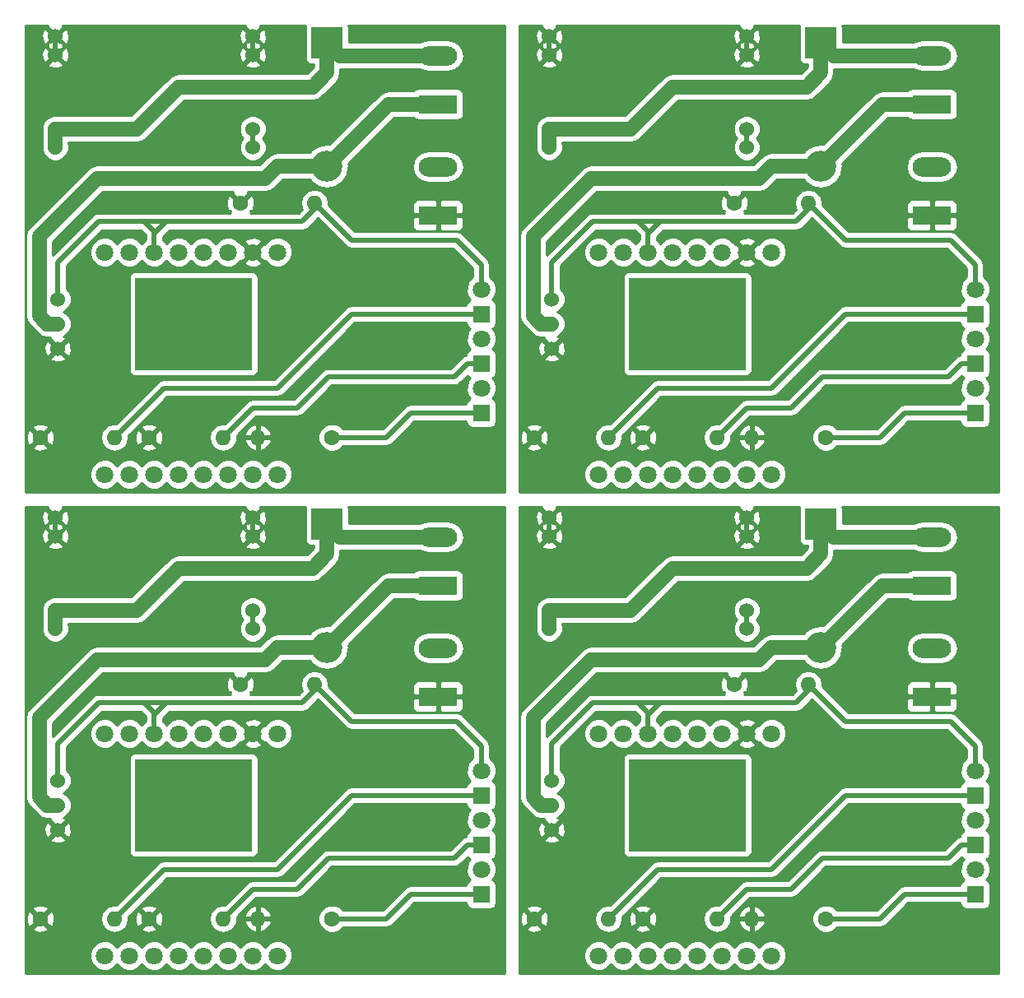
<source format=gbr>
G04 #@! TF.FileFunction,Copper,L1,Top,Signal*
%FSLAX46Y46*%
G04 Gerber Fmt 4.6, Leading zero omitted, Abs format (unit mm)*
G04 Created by KiCad (PCBNEW 4.0.7) date Sun Jul 22 12:15:23 2018*
%MOMM*%
%LPD*%
G01*
G04 APERTURE LIST*
%ADD10C,0.100000*%
%ADD11R,3.960000X1.980000*%
%ADD12O,3.960000X1.980000*%
%ADD13R,3.200000X3.200000*%
%ADD14O,3.200000X3.200000*%
%ADD15C,1.524000*%
%ADD16C,1.600000*%
%ADD17O,1.600000X1.600000*%
%ADD18R,12.000000X9.500000*%
%ADD19C,1.800000*%
%ADD20R,1.800000X1.800000*%
%ADD21C,1.500000*%
%ADD22C,0.500000*%
%ADD23C,0.254000*%
G04 APERTURE END LIST*
D10*
D11*
X168910000Y-116840000D03*
D12*
X168910000Y-111840000D03*
D11*
X168910000Y-128270000D03*
D12*
X168910000Y-123270000D03*
D13*
X157480000Y-110490000D03*
D14*
X157480000Y-123190000D03*
D15*
X129540000Y-109855000D03*
X129540000Y-111760000D03*
X129540000Y-121285000D03*
X129540000Y-119380000D03*
X149860000Y-109855000D03*
X149860000Y-111760000D03*
X149860000Y-121285000D03*
X149860000Y-119380000D03*
D16*
X148590000Y-127000000D03*
D17*
X156210000Y-127000000D03*
D15*
X180340000Y-109855000D03*
X180340000Y-111760000D03*
X180340000Y-121285000D03*
X180340000Y-119380000D03*
X200660000Y-109855000D03*
X200660000Y-111760000D03*
X200660000Y-121285000D03*
X200660000Y-119380000D03*
D16*
X199390000Y-127000000D03*
D17*
X207010000Y-127000000D03*
D15*
X180594000Y-136906000D03*
X180594000Y-139446000D03*
X180594000Y-141986000D03*
D18*
X194564000Y-139446000D03*
D19*
X203200000Y-154940000D03*
X203200000Y-132080000D03*
X200660000Y-154940000D03*
X200660000Y-132080000D03*
X198120000Y-154940000D03*
X198120000Y-132080000D03*
X195580000Y-154940000D03*
X195580000Y-132080000D03*
X193040000Y-154940000D03*
X193040000Y-132080000D03*
X190500000Y-154940000D03*
X190500000Y-132080000D03*
X187960000Y-154940000D03*
X187960000Y-132080000D03*
X185420000Y-154940000D03*
X185420000Y-132080000D03*
D16*
X208788000Y-151130000D03*
D17*
X201168000Y-151130000D03*
D20*
X173355000Y-138430000D03*
D19*
X173355000Y-135890000D03*
D16*
X189992000Y-151130000D03*
D17*
X197612000Y-151130000D03*
D16*
X178816000Y-151130000D03*
D17*
X186436000Y-151130000D03*
D20*
X173355000Y-148590000D03*
D19*
X173355000Y-146050000D03*
D20*
X173355000Y-143510000D03*
D19*
X173355000Y-140970000D03*
D20*
X224155000Y-138430000D03*
D19*
X224155000Y-135890000D03*
D20*
X224155000Y-143510000D03*
D19*
X224155000Y-140970000D03*
D13*
X208280000Y-110490000D03*
D14*
X208280000Y-123190000D03*
D11*
X219710000Y-116840000D03*
D12*
X219710000Y-111840000D03*
D11*
X219710000Y-128270000D03*
D12*
X219710000Y-123270000D03*
D20*
X224155000Y-148590000D03*
D19*
X224155000Y-146050000D03*
D16*
X139192000Y-151130000D03*
D17*
X146812000Y-151130000D03*
D16*
X128016000Y-151130000D03*
D17*
X135636000Y-151130000D03*
D16*
X157988000Y-151130000D03*
D17*
X150368000Y-151130000D03*
D15*
X129794000Y-136906000D03*
X129794000Y-139446000D03*
X129794000Y-141986000D03*
D18*
X143764000Y-139446000D03*
D19*
X152400000Y-154940000D03*
X152400000Y-132080000D03*
X149860000Y-154940000D03*
X149860000Y-132080000D03*
X147320000Y-154940000D03*
X147320000Y-132080000D03*
X144780000Y-154940000D03*
X144780000Y-132080000D03*
X142240000Y-154940000D03*
X142240000Y-132080000D03*
X139700000Y-154940000D03*
X139700000Y-132080000D03*
X137160000Y-154940000D03*
X137160000Y-132080000D03*
X134620000Y-154940000D03*
X134620000Y-132080000D03*
D16*
X199390000Y-77470000D03*
D17*
X207010000Y-77470000D03*
D15*
X180594000Y-87376000D03*
X180594000Y-89916000D03*
X180594000Y-92456000D03*
D18*
X194564000Y-89916000D03*
D16*
X178816000Y-101600000D03*
D17*
X186436000Y-101600000D03*
D16*
X208788000Y-101600000D03*
D17*
X201168000Y-101600000D03*
D19*
X203200000Y-105410000D03*
X203200000Y-82550000D03*
X200660000Y-105410000D03*
X200660000Y-82550000D03*
X198120000Y-105410000D03*
X198120000Y-82550000D03*
X195580000Y-105410000D03*
X195580000Y-82550000D03*
X193040000Y-105410000D03*
X193040000Y-82550000D03*
X190500000Y-105410000D03*
X190500000Y-82550000D03*
X187960000Y-105410000D03*
X187960000Y-82550000D03*
X185420000Y-105410000D03*
X185420000Y-82550000D03*
D16*
X189992000Y-101600000D03*
D17*
X197612000Y-101600000D03*
D15*
X180340000Y-60325000D03*
X180340000Y-62230000D03*
X180340000Y-71755000D03*
X180340000Y-69850000D03*
X200660000Y-60325000D03*
X200660000Y-62230000D03*
X200660000Y-71755000D03*
X200660000Y-69850000D03*
D13*
X208280000Y-60960000D03*
D14*
X208280000Y-73660000D03*
D20*
X224155000Y-88900000D03*
D19*
X224155000Y-86360000D03*
D11*
X219710000Y-78740000D03*
D12*
X219710000Y-73740000D03*
D20*
X224155000Y-99060000D03*
D19*
X224155000Y-96520000D03*
D11*
X219710000Y-67310000D03*
D12*
X219710000Y-62310000D03*
D20*
X224155000Y-93980000D03*
D19*
X224155000Y-91440000D03*
D11*
X168910000Y-78740000D03*
D12*
X168910000Y-73740000D03*
D13*
X157480000Y-60960000D03*
D14*
X157480000Y-73660000D03*
D11*
X168910000Y-67310000D03*
D12*
X168910000Y-62310000D03*
D16*
X148590000Y-77470000D03*
D17*
X156210000Y-77470000D03*
D19*
X152400000Y-105410000D03*
X152400000Y-82550000D03*
X149860000Y-105410000D03*
X149860000Y-82550000D03*
X147320000Y-105410000D03*
X147320000Y-82550000D03*
X144780000Y-105410000D03*
X144780000Y-82550000D03*
X142240000Y-105410000D03*
X142240000Y-82550000D03*
X139700000Y-105410000D03*
X139700000Y-82550000D03*
X137160000Y-105410000D03*
X137160000Y-82550000D03*
X134620000Y-105410000D03*
X134620000Y-82550000D03*
D20*
X173355000Y-88900000D03*
D19*
X173355000Y-86360000D03*
D20*
X173355000Y-99060000D03*
D19*
X173355000Y-96520000D03*
D16*
X128016000Y-101600000D03*
D17*
X135636000Y-101600000D03*
D16*
X157988000Y-101600000D03*
D17*
X150368000Y-101600000D03*
D20*
X173355000Y-93980000D03*
D19*
X173355000Y-91440000D03*
D16*
X139192000Y-101600000D03*
D17*
X146812000Y-101600000D03*
D15*
X129794000Y-87376000D03*
X129794000Y-89916000D03*
X129794000Y-92456000D03*
D18*
X143764000Y-89916000D03*
D15*
X129540000Y-60325000D03*
X129540000Y-62230000D03*
X129540000Y-71755000D03*
X129540000Y-69850000D03*
X149860000Y-60325000D03*
X149860000Y-62230000D03*
X149860000Y-71755000D03*
X149860000Y-69850000D03*
D21*
X142240000Y-115062000D02*
X156008000Y-115062000D01*
X137922000Y-119380000D02*
X142240000Y-115062000D01*
X156008000Y-115062000D02*
X157480000Y-113590000D01*
X168910000Y-111840000D02*
X158830000Y-111840000D01*
X158830000Y-111840000D02*
X157480000Y-110490000D01*
X157480000Y-113590000D02*
X157480000Y-110490000D01*
X129540000Y-119380000D02*
X129540000Y-121285000D01*
X129540000Y-119380000D02*
X137922000Y-119380000D01*
X193040000Y-115062000D02*
X206808000Y-115062000D01*
X188722000Y-119380000D02*
X193040000Y-115062000D01*
X206808000Y-115062000D02*
X208280000Y-113590000D01*
X219710000Y-111840000D02*
X209630000Y-111840000D01*
X208280000Y-113590000D02*
X208280000Y-110490000D01*
X209630000Y-111840000D02*
X208280000Y-110490000D01*
X180340000Y-119380000D02*
X188722000Y-119380000D01*
X180340000Y-119380000D02*
X180340000Y-121285000D01*
X193040000Y-65532000D02*
X206808000Y-65532000D01*
X180340000Y-69850000D02*
X188722000Y-69850000D01*
X180340000Y-69850000D02*
X180340000Y-71755000D01*
X188722000Y-69850000D02*
X193040000Y-65532000D01*
X206808000Y-65532000D02*
X208280000Y-64060000D01*
X208280000Y-64060000D02*
X208280000Y-60960000D01*
X219710000Y-62310000D02*
X209630000Y-62310000D01*
X209630000Y-62310000D02*
X208280000Y-60960000D01*
X129540000Y-69850000D02*
X137922000Y-69850000D01*
X157480000Y-64060000D02*
X157480000Y-60960000D01*
X137922000Y-69850000D02*
X142240000Y-65532000D01*
X142240000Y-65532000D02*
X156008000Y-65532000D01*
X156008000Y-65532000D02*
X157480000Y-64060000D01*
X129540000Y-69850000D02*
X129540000Y-71755000D01*
X168910000Y-62310000D02*
X158830000Y-62310000D01*
X158830000Y-62310000D02*
X157480000Y-60960000D01*
X151130000Y-124460000D02*
X133858000Y-124460000D01*
X127881999Y-138611629D02*
X128716370Y-139446000D01*
X128716370Y-139446000D02*
X129794000Y-139446000D01*
X152400000Y-123190000D02*
X151130000Y-124460000D01*
X157480000Y-123190000D02*
X152400000Y-123190000D01*
X163830000Y-116840000D02*
X157480000Y-123190000D01*
X168910000Y-116840000D02*
X163830000Y-116840000D01*
X133858000Y-124460000D02*
X127881999Y-130436001D01*
X127881999Y-130436001D02*
X127881999Y-138611629D01*
X208280000Y-123190000D02*
X203200000Y-123190000D01*
X214630000Y-116840000D02*
X208280000Y-123190000D01*
X219710000Y-116840000D02*
X214630000Y-116840000D01*
X201930000Y-124460000D02*
X184658000Y-124460000D01*
X184658000Y-124460000D02*
X178681999Y-130436001D01*
X203200000Y-123190000D02*
X201930000Y-124460000D01*
X178681999Y-138611629D02*
X179516370Y-139446000D01*
X179516370Y-139446000D02*
X180594000Y-139446000D01*
X178681999Y-130436001D02*
X178681999Y-138611629D01*
X178681999Y-80906001D02*
X178681999Y-89081629D01*
X184658000Y-74930000D02*
X178681999Y-80906001D01*
X201930000Y-74930000D02*
X184658000Y-74930000D01*
X179516370Y-89916000D02*
X180594000Y-89916000D01*
X178681999Y-89081629D02*
X179516370Y-89916000D01*
X208280000Y-73660000D02*
X203200000Y-73660000D01*
X203200000Y-73660000D02*
X201930000Y-74930000D01*
X214630000Y-67310000D02*
X208280000Y-73660000D01*
X219710000Y-67310000D02*
X214630000Y-67310000D01*
X133858000Y-74930000D02*
X127881999Y-80906001D01*
X127881999Y-80906001D02*
X127881999Y-89081629D01*
X127881999Y-89081629D02*
X128716370Y-89916000D01*
X128716370Y-89916000D02*
X129794000Y-89916000D01*
X157480000Y-73660000D02*
X152400000Y-73660000D01*
X152400000Y-73660000D02*
X151130000Y-74930000D01*
X151130000Y-74930000D02*
X133858000Y-74930000D01*
X168910000Y-67310000D02*
X163830000Y-67310000D01*
X163830000Y-67310000D02*
X157480000Y-73660000D01*
D22*
X149860000Y-109855000D02*
X149860000Y-111760000D01*
X129540000Y-111760000D02*
X129540000Y-109855000D01*
X180340000Y-111760000D02*
X180340000Y-109855000D01*
X200660000Y-109855000D02*
X200660000Y-111760000D01*
X180340000Y-62230000D02*
X180340000Y-60325000D01*
X200660000Y-60325000D02*
X200660000Y-62230000D01*
X149860000Y-60325000D02*
X149860000Y-62230000D01*
X129540000Y-62230000D02*
X129540000Y-60325000D01*
X140716000Y-146050000D02*
X152400000Y-146050000D01*
X160020000Y-138430000D02*
X173355000Y-138430000D01*
X152400000Y-146050000D02*
X160020000Y-138430000D01*
X135636000Y-151130000D02*
X140716000Y-146050000D01*
X210820000Y-138430000D02*
X224155000Y-138430000D01*
X203200000Y-146050000D02*
X210820000Y-138430000D01*
X191516000Y-146050000D02*
X203200000Y-146050000D01*
X186436000Y-151130000D02*
X191516000Y-146050000D01*
X191516000Y-96520000D02*
X203200000Y-96520000D01*
X186436000Y-101600000D02*
X191516000Y-96520000D01*
X203200000Y-96520000D02*
X210820000Y-88900000D01*
X210820000Y-88900000D02*
X224155000Y-88900000D01*
X152400000Y-96520000D02*
X160020000Y-88900000D01*
X160020000Y-88900000D02*
X173355000Y-88900000D01*
X140716000Y-96520000D02*
X152400000Y-96520000D01*
X135636000Y-101600000D02*
X140716000Y-96520000D01*
X156210000Y-127635000D02*
X154940000Y-128905000D01*
X156210000Y-127000000D02*
X156210000Y-127635000D01*
X160020000Y-130810000D02*
X156210000Y-127000000D01*
X154940000Y-128905000D02*
X143510000Y-128905000D01*
X140970000Y-128905000D02*
X143510000Y-128905000D01*
X173355000Y-135890000D02*
X173355000Y-133350000D01*
X173355000Y-133350000D02*
X170815000Y-130810000D01*
X170815000Y-130810000D02*
X160020000Y-130810000D01*
X133985000Y-128905000D02*
X138684000Y-128905000D01*
X138684000Y-128905000D02*
X140970000Y-128905000D01*
X139700000Y-130175000D02*
X140970000Y-128905000D01*
X139700000Y-132080000D02*
X139700000Y-130420000D01*
X139700000Y-129921000D02*
X138684000Y-128905000D01*
X139700000Y-130175000D02*
X139700000Y-129921000D01*
X139700000Y-130175000D02*
X139700000Y-132080000D01*
X129794000Y-133096000D02*
X133985000Y-128905000D01*
X129794000Y-136906000D02*
X129794000Y-133096000D01*
X224155000Y-133350000D02*
X221615000Y-130810000D01*
X221615000Y-130810000D02*
X210820000Y-130810000D01*
X224155000Y-135890000D02*
X224155000Y-133350000D01*
X210820000Y-130810000D02*
X207010000Y-127000000D01*
X191770000Y-128905000D02*
X194310000Y-128905000D01*
X189484000Y-128905000D02*
X191770000Y-128905000D01*
X190500000Y-130175000D02*
X191770000Y-128905000D01*
X190500000Y-130175000D02*
X190500000Y-132080000D01*
X190500000Y-132080000D02*
X190500000Y-130420000D01*
X190500000Y-130175000D02*
X190500000Y-129921000D01*
X190500000Y-129921000D02*
X189484000Y-128905000D01*
X180594000Y-133096000D02*
X184785000Y-128905000D01*
X184785000Y-128905000D02*
X189484000Y-128905000D01*
X207010000Y-127000000D02*
X207010000Y-127635000D01*
X207010000Y-127635000D02*
X205740000Y-128905000D01*
X205740000Y-128905000D02*
X194310000Y-128905000D01*
X180594000Y-136906000D02*
X180594000Y-133096000D01*
X190500000Y-80645000D02*
X191770000Y-79375000D01*
X189484000Y-79375000D02*
X191770000Y-79375000D01*
X191770000Y-79375000D02*
X194310000Y-79375000D01*
X205740000Y-79375000D02*
X194310000Y-79375000D01*
X190500000Y-80645000D02*
X190500000Y-82550000D01*
X190500000Y-80391000D02*
X189484000Y-79375000D01*
X180594000Y-87376000D02*
X180594000Y-83566000D01*
X180594000Y-83566000D02*
X184785000Y-79375000D01*
X190500000Y-80645000D02*
X190500000Y-80391000D01*
X190500000Y-82550000D02*
X190500000Y-80890000D01*
X184785000Y-79375000D02*
X189484000Y-79375000D01*
X210820000Y-81280000D02*
X207010000Y-77470000D01*
X221615000Y-81280000D02*
X210820000Y-81280000D01*
X207010000Y-78105000D02*
X205740000Y-79375000D01*
X207010000Y-77470000D02*
X207010000Y-78105000D01*
X224155000Y-83820000D02*
X221615000Y-81280000D01*
X224155000Y-86360000D02*
X224155000Y-83820000D01*
X133985000Y-79375000D02*
X138684000Y-79375000D01*
X138684000Y-79375000D02*
X140970000Y-79375000D01*
X139700000Y-80645000D02*
X139700000Y-80391000D01*
X139700000Y-80391000D02*
X138684000Y-79375000D01*
X129794000Y-83566000D02*
X133985000Y-79375000D01*
X129794000Y-87376000D02*
X129794000Y-83566000D01*
X173355000Y-86360000D02*
X173355000Y-83820000D01*
X173355000Y-83820000D02*
X170815000Y-81280000D01*
X170815000Y-81280000D02*
X160020000Y-81280000D01*
X160020000Y-81280000D02*
X156210000Y-77470000D01*
X156210000Y-77470000D02*
X156210000Y-78105000D01*
X156210000Y-78105000D02*
X154940000Y-79375000D01*
X154940000Y-79375000D02*
X143510000Y-79375000D01*
X139700000Y-80645000D02*
X140970000Y-79375000D01*
X140970000Y-79375000D02*
X143510000Y-79375000D01*
X139700000Y-80645000D02*
X139700000Y-82550000D01*
X139700000Y-82550000D02*
X139700000Y-80890000D01*
X163576000Y-151130000D02*
X166116000Y-148590000D01*
X166116000Y-148590000D02*
X173355000Y-148590000D01*
X157988000Y-151130000D02*
X163576000Y-151130000D01*
X216916000Y-148590000D02*
X224155000Y-148590000D01*
X214376000Y-151130000D02*
X216916000Y-148590000D01*
X208788000Y-151130000D02*
X214376000Y-151130000D01*
X208788000Y-101600000D02*
X214376000Y-101600000D01*
X216916000Y-99060000D02*
X224155000Y-99060000D01*
X214376000Y-101600000D02*
X216916000Y-99060000D01*
X163576000Y-101600000D02*
X166116000Y-99060000D01*
X166116000Y-99060000D02*
X173355000Y-99060000D01*
X157988000Y-101600000D02*
X163576000Y-101600000D01*
X171955000Y-143510000D02*
X170568999Y-144896001D01*
X170568999Y-144896001D02*
X157617999Y-144896001D01*
X154432000Y-148082000D02*
X149860000Y-148082000D01*
X157617999Y-144896001D02*
X154432000Y-148082000D01*
X149860000Y-148082000D02*
X146812000Y-151130000D01*
X224155000Y-143510000D02*
X222755000Y-143510000D01*
X222755000Y-143510000D02*
X221368999Y-144896001D01*
X221368999Y-144896001D02*
X208417999Y-144896001D01*
X208417999Y-144896001D02*
X205232000Y-148082000D01*
X205232000Y-148082000D02*
X200660000Y-148082000D01*
X200660000Y-148082000D02*
X197612000Y-151130000D01*
X173355000Y-143510000D02*
X171955000Y-143510000D01*
X200660000Y-98552000D02*
X197612000Y-101600000D01*
X208417999Y-95366001D02*
X205232000Y-98552000D01*
X205232000Y-98552000D02*
X200660000Y-98552000D01*
X222755000Y-93980000D02*
X221368999Y-95366001D01*
X224155000Y-93980000D02*
X222755000Y-93980000D01*
X221368999Y-95366001D02*
X208417999Y-95366001D01*
X154432000Y-98552000D02*
X149860000Y-98552000D01*
X149860000Y-98552000D02*
X146812000Y-101600000D01*
X157617999Y-95366001D02*
X154432000Y-98552000D01*
X173355000Y-93980000D02*
X171955000Y-93980000D01*
X171955000Y-93980000D02*
X170568999Y-95366001D01*
X170568999Y-95366001D02*
X157617999Y-95366001D01*
X149860000Y-119380000D02*
X149860000Y-121285000D01*
X200660000Y-119380000D02*
X200660000Y-121285000D01*
X200660000Y-69850000D02*
X200660000Y-71755000D01*
X149860000Y-69850000D02*
X149860000Y-71755000D01*
D23*
G36*
X128739392Y-59344787D02*
X129540000Y-60145395D01*
X130340608Y-59344787D01*
X130293916Y-59182000D01*
X149106084Y-59182000D01*
X149059392Y-59344787D01*
X149860000Y-60145395D01*
X150660608Y-59344787D01*
X150613916Y-59182000D01*
X155268606Y-59182000D01*
X155232560Y-59360000D01*
X155232560Y-62560000D01*
X155276838Y-62795317D01*
X155415910Y-63011441D01*
X155628110Y-63156431D01*
X155880000Y-63207440D01*
X156095000Y-63207440D01*
X156095000Y-63486314D01*
X155434314Y-64147000D01*
X142240000Y-64147000D01*
X141709983Y-64252427D01*
X141260657Y-64552657D01*
X137348314Y-68465000D01*
X129847414Y-68465000D01*
X129819100Y-68453243D01*
X129263339Y-68452758D01*
X128749697Y-68664990D01*
X128356371Y-69057630D01*
X128143243Y-69570900D01*
X128142758Y-70126661D01*
X128155000Y-70156289D01*
X128155000Y-71447586D01*
X128143243Y-71475900D01*
X128142758Y-72031661D01*
X128354990Y-72545303D01*
X128747630Y-72938629D01*
X129260900Y-73151757D01*
X129816661Y-73152242D01*
X130330303Y-72940010D01*
X130723629Y-72547370D01*
X130936757Y-72034100D01*
X130937242Y-71478339D01*
X130925000Y-71448711D01*
X130925000Y-71235000D01*
X137922000Y-71235000D01*
X138452017Y-71129573D01*
X138901343Y-70829343D01*
X139604025Y-70126661D01*
X148462758Y-70126661D01*
X148674990Y-70640303D01*
X148836843Y-70802438D01*
X148676371Y-70962630D01*
X148463243Y-71475900D01*
X148462758Y-72031661D01*
X148674990Y-72545303D01*
X149067630Y-72938629D01*
X149580900Y-73151757D01*
X150136661Y-73152242D01*
X150650303Y-72940010D01*
X151043629Y-72547370D01*
X151256757Y-72034100D01*
X151257242Y-71478339D01*
X151045010Y-70964697D01*
X150883157Y-70802562D01*
X151043629Y-70642370D01*
X151256757Y-70129100D01*
X151257242Y-69573339D01*
X151045010Y-69059697D01*
X150652370Y-68666371D01*
X150139100Y-68453243D01*
X149583339Y-68452758D01*
X149069697Y-68664990D01*
X148676371Y-69057630D01*
X148463243Y-69570900D01*
X148462758Y-70126661D01*
X139604025Y-70126661D01*
X142813686Y-66917000D01*
X156008000Y-66917000D01*
X156538017Y-66811573D01*
X156987343Y-66511343D01*
X158459343Y-65039343D01*
X158484306Y-65001983D01*
X158759573Y-64590017D01*
X158865000Y-64060000D01*
X158865000Y-63695000D01*
X167072846Y-63695000D01*
X167246908Y-63811304D01*
X167868769Y-63935000D01*
X169951231Y-63935000D01*
X170573092Y-63811304D01*
X171100280Y-63459049D01*
X171452535Y-62931861D01*
X171576231Y-62310000D01*
X171452535Y-61688139D01*
X171100280Y-61160951D01*
X170573092Y-60808696D01*
X169951231Y-60685000D01*
X167868769Y-60685000D01*
X167246908Y-60808696D01*
X167072846Y-60925000D01*
X159727440Y-60925000D01*
X159727440Y-59360000D01*
X159693947Y-59182000D01*
X175768000Y-59182000D01*
X175768000Y-107188000D01*
X126492000Y-107188000D01*
X126492000Y-105713991D01*
X133084735Y-105713991D01*
X133317932Y-106278371D01*
X133749357Y-106710551D01*
X134313330Y-106944733D01*
X134923991Y-106945265D01*
X135488371Y-106712068D01*
X135890323Y-106310818D01*
X136289357Y-106710551D01*
X136853330Y-106944733D01*
X137463991Y-106945265D01*
X138028371Y-106712068D01*
X138430323Y-106310818D01*
X138829357Y-106710551D01*
X139393330Y-106944733D01*
X140003991Y-106945265D01*
X140568371Y-106712068D01*
X140970323Y-106310818D01*
X141369357Y-106710551D01*
X141933330Y-106944733D01*
X142543991Y-106945265D01*
X143108371Y-106712068D01*
X143510323Y-106310818D01*
X143909357Y-106710551D01*
X144473330Y-106944733D01*
X145083991Y-106945265D01*
X145648371Y-106712068D01*
X146050323Y-106310818D01*
X146449357Y-106710551D01*
X147013330Y-106944733D01*
X147623991Y-106945265D01*
X148188371Y-106712068D01*
X148590323Y-106310818D01*
X148989357Y-106710551D01*
X149553330Y-106944733D01*
X150163991Y-106945265D01*
X150728371Y-106712068D01*
X151130323Y-106310818D01*
X151529357Y-106710551D01*
X152093330Y-106944733D01*
X152703991Y-106945265D01*
X153268371Y-106712068D01*
X153700551Y-106280643D01*
X153934733Y-105716670D01*
X153935265Y-105106009D01*
X153702068Y-104541629D01*
X153270643Y-104109449D01*
X152706670Y-103875267D01*
X152096009Y-103874735D01*
X151531629Y-104107932D01*
X151129677Y-104509182D01*
X150730643Y-104109449D01*
X150166670Y-103875267D01*
X149556009Y-103874735D01*
X148991629Y-104107932D01*
X148589677Y-104509182D01*
X148190643Y-104109449D01*
X147626670Y-103875267D01*
X147016009Y-103874735D01*
X146451629Y-104107932D01*
X146049677Y-104509182D01*
X145650643Y-104109449D01*
X145086670Y-103875267D01*
X144476009Y-103874735D01*
X143911629Y-104107932D01*
X143509677Y-104509182D01*
X143110643Y-104109449D01*
X142546670Y-103875267D01*
X141936009Y-103874735D01*
X141371629Y-104107932D01*
X140969677Y-104509182D01*
X140570643Y-104109449D01*
X140006670Y-103875267D01*
X139396009Y-103874735D01*
X138831629Y-104107932D01*
X138429677Y-104509182D01*
X138030643Y-104109449D01*
X137466670Y-103875267D01*
X136856009Y-103874735D01*
X136291629Y-104107932D01*
X135889677Y-104509182D01*
X135490643Y-104109449D01*
X134926670Y-103875267D01*
X134316009Y-103874735D01*
X133751629Y-104107932D01*
X133319449Y-104539357D01*
X133085267Y-105103330D01*
X133084735Y-105713991D01*
X126492000Y-105713991D01*
X126492000Y-102607745D01*
X127187861Y-102607745D01*
X127261995Y-102853864D01*
X127799223Y-103046965D01*
X128369454Y-103019778D01*
X128770005Y-102853864D01*
X128844139Y-102607745D01*
X128016000Y-101779605D01*
X127187861Y-102607745D01*
X126492000Y-102607745D01*
X126492000Y-101383223D01*
X126569035Y-101383223D01*
X126596222Y-101953454D01*
X126762136Y-102354005D01*
X127008255Y-102428139D01*
X127836395Y-101600000D01*
X128195605Y-101600000D01*
X129023745Y-102428139D01*
X129269864Y-102354005D01*
X129462965Y-101816777D01*
X129435778Y-101246546D01*
X129269864Y-100845995D01*
X129023745Y-100771861D01*
X128195605Y-101600000D01*
X127836395Y-101600000D01*
X127008255Y-100771861D01*
X126762136Y-100845995D01*
X126569035Y-101383223D01*
X126492000Y-101383223D01*
X126492000Y-100592255D01*
X127187861Y-100592255D01*
X128016000Y-101420395D01*
X128844139Y-100592255D01*
X128770005Y-100346136D01*
X128232777Y-100153035D01*
X127662546Y-100180222D01*
X127261995Y-100346136D01*
X127187861Y-100592255D01*
X126492000Y-100592255D01*
X126492000Y-93436213D01*
X128993392Y-93436213D01*
X129062857Y-93678397D01*
X129586302Y-93865144D01*
X130141368Y-93837362D01*
X130525143Y-93678397D01*
X130594608Y-93436213D01*
X129794000Y-92635605D01*
X128993392Y-93436213D01*
X126492000Y-93436213D01*
X126492000Y-92248302D01*
X128384856Y-92248302D01*
X128412638Y-92803368D01*
X128571603Y-93187143D01*
X128813787Y-93256608D01*
X129614395Y-92456000D01*
X129973605Y-92456000D01*
X130774213Y-93256608D01*
X131016397Y-93187143D01*
X131203144Y-92663698D01*
X131175362Y-92108632D01*
X131016397Y-91724857D01*
X130774213Y-91655392D01*
X129973605Y-92456000D01*
X129614395Y-92456000D01*
X128813787Y-91655392D01*
X128571603Y-91724857D01*
X128384856Y-92248302D01*
X126492000Y-92248302D01*
X126492000Y-80906001D01*
X126496999Y-80906001D01*
X126496999Y-89081629D01*
X126602426Y-89611646D01*
X126728280Y-89800000D01*
X126902656Y-90060972D01*
X127737027Y-90895343D01*
X128186354Y-91195574D01*
X128716370Y-91301000D01*
X129043526Y-91301000D01*
X128993392Y-91475787D01*
X129794000Y-92276395D01*
X130594608Y-91475787D01*
X130525143Y-91233603D01*
X130384682Y-91183491D01*
X130584303Y-91101010D01*
X130977629Y-90708370D01*
X131190757Y-90195100D01*
X131191242Y-89639339D01*
X130979010Y-89125697D01*
X130586370Y-88732371D01*
X130378488Y-88646051D01*
X130584303Y-88561010D01*
X130977629Y-88168370D01*
X131190757Y-87655100D01*
X131191242Y-87099339D01*
X130979010Y-86585697D01*
X130679000Y-86285163D01*
X130679000Y-85166000D01*
X137116560Y-85166000D01*
X137116560Y-94666000D01*
X137160838Y-94901317D01*
X137299910Y-95117441D01*
X137512110Y-95262431D01*
X137764000Y-95313440D01*
X149764000Y-95313440D01*
X149999317Y-95269162D01*
X150215441Y-95130090D01*
X150360431Y-94917890D01*
X150411440Y-94666000D01*
X150411440Y-85166000D01*
X150367162Y-84930683D01*
X150228090Y-84714559D01*
X150015890Y-84569569D01*
X149764000Y-84518560D01*
X137764000Y-84518560D01*
X137528683Y-84562838D01*
X137312559Y-84701910D01*
X137167569Y-84914110D01*
X137116560Y-85166000D01*
X130679000Y-85166000D01*
X130679000Y-83932580D01*
X134351579Y-80260000D01*
X138317420Y-80260000D01*
X138815000Y-80757579D01*
X138815000Y-81264532D01*
X138429677Y-81649182D01*
X138030643Y-81249449D01*
X137466670Y-81015267D01*
X136856009Y-81014735D01*
X136291629Y-81247932D01*
X135889677Y-81649182D01*
X135490643Y-81249449D01*
X134926670Y-81015267D01*
X134316009Y-81014735D01*
X133751629Y-81247932D01*
X133319449Y-81679357D01*
X133085267Y-82243330D01*
X133084735Y-82853991D01*
X133317932Y-83418371D01*
X133749357Y-83850551D01*
X134313330Y-84084733D01*
X134923991Y-84085265D01*
X135488371Y-83852068D01*
X135890323Y-83450818D01*
X136289357Y-83850551D01*
X136853330Y-84084733D01*
X137463991Y-84085265D01*
X138028371Y-83852068D01*
X138430323Y-83450818D01*
X138829357Y-83850551D01*
X139393330Y-84084733D01*
X140003991Y-84085265D01*
X140568371Y-83852068D01*
X140970323Y-83450818D01*
X141369357Y-83850551D01*
X141933330Y-84084733D01*
X142543991Y-84085265D01*
X143108371Y-83852068D01*
X143510323Y-83450818D01*
X143909357Y-83850551D01*
X144473330Y-84084733D01*
X145083991Y-84085265D01*
X145648371Y-83852068D01*
X146050323Y-83450818D01*
X146449357Y-83850551D01*
X147013330Y-84084733D01*
X147623991Y-84085265D01*
X148188371Y-83852068D01*
X148410668Y-83630159D01*
X148959446Y-83630159D01*
X149045852Y-83886643D01*
X149619336Y-84096458D01*
X150229460Y-84070839D01*
X150674148Y-83886643D01*
X150760554Y-83630159D01*
X149860000Y-82729605D01*
X148959446Y-83630159D01*
X148410668Y-83630159D01*
X148620551Y-83420643D01*
X148629203Y-83399806D01*
X148779841Y-83450554D01*
X149680395Y-82550000D01*
X150039605Y-82550000D01*
X150940159Y-83450554D01*
X151090327Y-83399965D01*
X151097932Y-83418371D01*
X151529357Y-83850551D01*
X152093330Y-84084733D01*
X152703991Y-84085265D01*
X153268371Y-83852068D01*
X153700551Y-83420643D01*
X153934733Y-82856670D01*
X153935265Y-82246009D01*
X153702068Y-81681629D01*
X153270643Y-81249449D01*
X152706670Y-81015267D01*
X152096009Y-81014735D01*
X151531629Y-81247932D01*
X151099449Y-81679357D01*
X151090797Y-81700194D01*
X150940159Y-81649446D01*
X150039605Y-82550000D01*
X149680395Y-82550000D01*
X148779841Y-81649446D01*
X148629673Y-81700035D01*
X148622068Y-81681629D01*
X148410650Y-81469841D01*
X148959446Y-81469841D01*
X149860000Y-82370395D01*
X150760554Y-81469841D01*
X150674148Y-81213357D01*
X150100664Y-81003542D01*
X149490540Y-81029161D01*
X149045852Y-81213357D01*
X148959446Y-81469841D01*
X148410650Y-81469841D01*
X148190643Y-81249449D01*
X147626670Y-81015267D01*
X147016009Y-81014735D01*
X146451629Y-81247932D01*
X146049677Y-81649182D01*
X145650643Y-81249449D01*
X145086670Y-81015267D01*
X144476009Y-81014735D01*
X143911629Y-81247932D01*
X143509677Y-81649182D01*
X143110643Y-81249449D01*
X142546670Y-81015267D01*
X141936009Y-81014735D01*
X141371629Y-81247932D01*
X140969677Y-81649182D01*
X140585000Y-81263831D01*
X140585000Y-81011580D01*
X141336579Y-80260000D01*
X154939995Y-80260000D01*
X154940000Y-80260001D01*
X155222484Y-80203810D01*
X155278675Y-80192633D01*
X155565790Y-80000790D01*
X156527500Y-79039079D01*
X159394208Y-81905787D01*
X159394210Y-81905790D01*
X159681325Y-82097633D01*
X159737516Y-82108810D01*
X160020000Y-82165001D01*
X160020005Y-82165000D01*
X170448420Y-82165000D01*
X172470000Y-84186579D01*
X172470000Y-85074532D01*
X172054449Y-85489357D01*
X171820267Y-86053330D01*
X171819735Y-86663991D01*
X172052932Y-87228371D01*
X172220880Y-87396613D01*
X172219683Y-87396838D01*
X172003559Y-87535910D01*
X171858569Y-87748110D01*
X171807560Y-88000000D01*
X171807560Y-88015000D01*
X160020000Y-88015000D01*
X159681325Y-88082367D01*
X159394210Y-88274210D01*
X159394208Y-88274213D01*
X152033420Y-95635000D01*
X140716005Y-95635000D01*
X140716000Y-95634999D01*
X140433516Y-95691190D01*
X140377325Y-95702367D01*
X140090210Y-95894210D01*
X140090208Y-95894213D01*
X135793653Y-100190767D01*
X135664113Y-100165000D01*
X135607887Y-100165000D01*
X135058736Y-100274233D01*
X134593189Y-100585302D01*
X134282120Y-101050849D01*
X134172887Y-101600000D01*
X134282120Y-102149151D01*
X134593189Y-102614698D01*
X135058736Y-102925767D01*
X135607887Y-103035000D01*
X135664113Y-103035000D01*
X136213264Y-102925767D01*
X136678811Y-102614698D01*
X136683456Y-102607745D01*
X138363861Y-102607745D01*
X138437995Y-102853864D01*
X138975223Y-103046965D01*
X139545454Y-103019778D01*
X139946005Y-102853864D01*
X140020139Y-102607745D01*
X139192000Y-101779605D01*
X138363861Y-102607745D01*
X136683456Y-102607745D01*
X136989880Y-102149151D01*
X137099113Y-101600000D01*
X137064017Y-101423562D01*
X137104356Y-101383223D01*
X137745035Y-101383223D01*
X137772222Y-101953454D01*
X137938136Y-102354005D01*
X138184255Y-102428139D01*
X139012395Y-101600000D01*
X139371605Y-101600000D01*
X140199745Y-102428139D01*
X140445864Y-102354005D01*
X140638965Y-101816777D01*
X140611778Y-101246546D01*
X140445864Y-100845995D01*
X140199745Y-100771861D01*
X139371605Y-101600000D01*
X139012395Y-101600000D01*
X138184255Y-100771861D01*
X137938136Y-100845995D01*
X137745035Y-101383223D01*
X137104356Y-101383223D01*
X137895324Y-100592255D01*
X138363861Y-100592255D01*
X139192000Y-101420395D01*
X140020139Y-100592255D01*
X139946005Y-100346136D01*
X139408777Y-100153035D01*
X138838546Y-100180222D01*
X138437995Y-100346136D01*
X138363861Y-100592255D01*
X137895324Y-100592255D01*
X141082579Y-97405000D01*
X152399995Y-97405000D01*
X152400000Y-97405001D01*
X152682484Y-97348810D01*
X152738675Y-97337633D01*
X153025790Y-97145790D01*
X153025791Y-97145789D01*
X160386579Y-89785000D01*
X171807560Y-89785000D01*
X171807560Y-89800000D01*
X171851838Y-90035317D01*
X171990910Y-90251441D01*
X172203110Y-90396431D01*
X172223534Y-90400567D01*
X172054449Y-90569357D01*
X171820267Y-91133330D01*
X171819735Y-91743991D01*
X172052932Y-92308371D01*
X172220880Y-92476613D01*
X172219683Y-92476838D01*
X172003559Y-92615910D01*
X171858569Y-92828110D01*
X171807560Y-93080000D01*
X171807560Y-93124328D01*
X171616325Y-93162367D01*
X171329210Y-93354210D01*
X171329208Y-93354213D01*
X170202419Y-94481001D01*
X157618004Y-94481001D01*
X157617999Y-94481000D01*
X157335515Y-94537191D01*
X157279324Y-94548368D01*
X156992209Y-94740211D01*
X156992207Y-94740214D01*
X154065420Y-97667000D01*
X149860005Y-97667000D01*
X149860000Y-97666999D01*
X149577516Y-97723190D01*
X149521325Y-97734367D01*
X149234210Y-97926210D01*
X149234208Y-97926213D01*
X146969653Y-100190767D01*
X146840113Y-100165000D01*
X146783887Y-100165000D01*
X146234736Y-100274233D01*
X145769189Y-100585302D01*
X145458120Y-101050849D01*
X145348887Y-101600000D01*
X145458120Y-102149151D01*
X145769189Y-102614698D01*
X146234736Y-102925767D01*
X146783887Y-103035000D01*
X146840113Y-103035000D01*
X147389264Y-102925767D01*
X147854811Y-102614698D01*
X148165880Y-102149151D01*
X148205684Y-101949039D01*
X148976096Y-101949039D01*
X149136959Y-102337423D01*
X149512866Y-102752389D01*
X150018959Y-102991914D01*
X150241000Y-102870629D01*
X150241000Y-101727000D01*
X150495000Y-101727000D01*
X150495000Y-102870629D01*
X150717041Y-102991914D01*
X151223134Y-102752389D01*
X151599041Y-102337423D01*
X151759904Y-101949039D01*
X151637915Y-101727000D01*
X150495000Y-101727000D01*
X150241000Y-101727000D01*
X149098085Y-101727000D01*
X148976096Y-101949039D01*
X148205684Y-101949039D01*
X148275113Y-101600000D01*
X148240017Y-101423562D01*
X148412618Y-101250961D01*
X148976096Y-101250961D01*
X149098085Y-101473000D01*
X150241000Y-101473000D01*
X150241000Y-100329371D01*
X150495000Y-100329371D01*
X150495000Y-101473000D01*
X151637915Y-101473000D01*
X151759904Y-101250961D01*
X151599041Y-100862577D01*
X151223134Y-100447611D01*
X150717041Y-100208086D01*
X150495000Y-100329371D01*
X150241000Y-100329371D01*
X150018959Y-100208086D01*
X149512866Y-100447611D01*
X149136959Y-100862577D01*
X148976096Y-101250961D01*
X148412618Y-101250961D01*
X150226579Y-99437000D01*
X154431995Y-99437000D01*
X154432000Y-99437001D01*
X154714484Y-99380810D01*
X154770675Y-99369633D01*
X155057790Y-99177790D01*
X155057791Y-99177789D01*
X157984578Y-96251001D01*
X170568994Y-96251001D01*
X170568999Y-96251002D01*
X170851483Y-96194811D01*
X170907674Y-96183634D01*
X171194789Y-95991791D01*
X171937751Y-95248829D01*
X171990910Y-95331441D01*
X172203110Y-95476431D01*
X172223534Y-95480567D01*
X172054449Y-95649357D01*
X171820267Y-96213330D01*
X171819735Y-96823991D01*
X172052932Y-97388371D01*
X172220880Y-97556613D01*
X172219683Y-97556838D01*
X172003559Y-97695910D01*
X171858569Y-97908110D01*
X171807560Y-98160000D01*
X171807560Y-98175000D01*
X166116000Y-98175000D01*
X165777325Y-98242367D01*
X165490210Y-98434210D01*
X165490208Y-98434213D01*
X163209420Y-100715000D01*
X159132171Y-100715000D01*
X158801923Y-100384176D01*
X158274691Y-100165250D01*
X157703813Y-100164752D01*
X157176200Y-100382757D01*
X156772176Y-100786077D01*
X156553250Y-101313309D01*
X156552752Y-101884187D01*
X156770757Y-102411800D01*
X157174077Y-102815824D01*
X157701309Y-103034750D01*
X158272187Y-103035248D01*
X158799800Y-102817243D01*
X159132623Y-102485000D01*
X163575995Y-102485000D01*
X163576000Y-102485001D01*
X163861858Y-102428139D01*
X163914675Y-102417633D01*
X164201790Y-102225790D01*
X166482579Y-99945000D01*
X171807560Y-99945000D01*
X171807560Y-99960000D01*
X171851838Y-100195317D01*
X171990910Y-100411441D01*
X172203110Y-100556431D01*
X172455000Y-100607440D01*
X174255000Y-100607440D01*
X174490317Y-100563162D01*
X174706441Y-100424090D01*
X174851431Y-100211890D01*
X174902440Y-99960000D01*
X174902440Y-98160000D01*
X174858162Y-97924683D01*
X174719090Y-97708559D01*
X174506890Y-97563569D01*
X174486466Y-97559433D01*
X174655551Y-97390643D01*
X174889733Y-96826670D01*
X174890265Y-96216009D01*
X174657068Y-95651629D01*
X174489120Y-95483387D01*
X174490317Y-95483162D01*
X174706441Y-95344090D01*
X174851431Y-95131890D01*
X174902440Y-94880000D01*
X174902440Y-93080000D01*
X174858162Y-92844683D01*
X174719090Y-92628559D01*
X174506890Y-92483569D01*
X174486466Y-92479433D01*
X174655551Y-92310643D01*
X174889733Y-91746670D01*
X174890265Y-91136009D01*
X174657068Y-90571629D01*
X174489120Y-90403387D01*
X174490317Y-90403162D01*
X174706441Y-90264090D01*
X174851431Y-90051890D01*
X174902440Y-89800000D01*
X174902440Y-88000000D01*
X174858162Y-87764683D01*
X174719090Y-87548559D01*
X174506890Y-87403569D01*
X174486466Y-87399433D01*
X174655551Y-87230643D01*
X174889733Y-86666670D01*
X174890265Y-86056009D01*
X174657068Y-85491629D01*
X174240000Y-85073831D01*
X174240000Y-83820000D01*
X174172633Y-83481325D01*
X173980790Y-83194210D01*
X173980787Y-83194208D01*
X171440790Y-80654210D01*
X171427006Y-80645000D01*
X171153675Y-80462367D01*
X171097484Y-80451190D01*
X170815000Y-80394999D01*
X170814995Y-80395000D01*
X160386579Y-80395000D01*
X159017329Y-79025750D01*
X166295000Y-79025750D01*
X166295000Y-79856309D01*
X166391673Y-80089698D01*
X166570301Y-80268327D01*
X166803690Y-80365000D01*
X168624250Y-80365000D01*
X168783000Y-80206250D01*
X168783000Y-78867000D01*
X169037000Y-78867000D01*
X169037000Y-80206250D01*
X169195750Y-80365000D01*
X171016310Y-80365000D01*
X171249699Y-80268327D01*
X171428327Y-80089698D01*
X171525000Y-79856309D01*
X171525000Y-79025750D01*
X171366250Y-78867000D01*
X169037000Y-78867000D01*
X168783000Y-78867000D01*
X166453750Y-78867000D01*
X166295000Y-79025750D01*
X159017329Y-79025750D01*
X157638017Y-77646438D01*
X157642541Y-77623691D01*
X166295000Y-77623691D01*
X166295000Y-78454250D01*
X166453750Y-78613000D01*
X168783000Y-78613000D01*
X168783000Y-77273750D01*
X169037000Y-77273750D01*
X169037000Y-78613000D01*
X171366250Y-78613000D01*
X171525000Y-78454250D01*
X171525000Y-77623691D01*
X171428327Y-77390302D01*
X171249699Y-77211673D01*
X171016310Y-77115000D01*
X169195750Y-77115000D01*
X169037000Y-77273750D01*
X168783000Y-77273750D01*
X168624250Y-77115000D01*
X166803690Y-77115000D01*
X166570301Y-77211673D01*
X166391673Y-77390302D01*
X166295000Y-77623691D01*
X157642541Y-77623691D01*
X157673113Y-77470000D01*
X157563880Y-76920849D01*
X157252811Y-76455302D01*
X156787264Y-76144233D01*
X156238113Y-76035000D01*
X156181887Y-76035000D01*
X155632736Y-76144233D01*
X155167189Y-76455302D01*
X154856120Y-76920849D01*
X154746887Y-77470000D01*
X154856120Y-78019151D01*
X154931482Y-78131938D01*
X154573420Y-78490000D01*
X149635636Y-78490000D01*
X149712622Y-78413014D01*
X149597747Y-78298139D01*
X149843864Y-78224005D01*
X150036965Y-77686777D01*
X150009778Y-77116546D01*
X149843864Y-76715995D01*
X149597745Y-76641861D01*
X148769605Y-77470000D01*
X148783748Y-77484142D01*
X148604142Y-77663748D01*
X148590000Y-77649605D01*
X148575858Y-77663748D01*
X148396252Y-77484142D01*
X148410395Y-77470000D01*
X147582255Y-76641861D01*
X147336136Y-76715995D01*
X147143035Y-77253223D01*
X147170222Y-77823454D01*
X147336136Y-78224005D01*
X147582253Y-78298139D01*
X147467378Y-78413014D01*
X147544364Y-78490000D01*
X140970005Y-78490000D01*
X140970000Y-78489999D01*
X140969995Y-78490000D01*
X138684005Y-78490000D01*
X138684000Y-78489999D01*
X138683995Y-78490000D01*
X133985005Y-78490000D01*
X133985000Y-78489999D01*
X133702516Y-78546190D01*
X133646325Y-78557367D01*
X133359210Y-78749210D01*
X133359208Y-78749213D01*
X129266999Y-82841421D01*
X129266999Y-81479687D01*
X134431686Y-76315000D01*
X147806216Y-76315000D01*
X147761861Y-76462255D01*
X148590000Y-77290395D01*
X149418139Y-76462255D01*
X149373784Y-76315000D01*
X151130000Y-76315000D01*
X151660017Y-76209573D01*
X152109343Y-75909343D01*
X152973686Y-75045000D01*
X155739808Y-75045000D01*
X155899616Y-75284170D01*
X156624703Y-75768657D01*
X157480000Y-75938786D01*
X158335297Y-75768657D01*
X159060384Y-75284170D01*
X159544871Y-74559083D01*
X159707796Y-73740000D01*
X166243769Y-73740000D01*
X166367465Y-74361861D01*
X166719720Y-74889049D01*
X167246908Y-75241304D01*
X167868769Y-75365000D01*
X169951231Y-75365000D01*
X170573092Y-75241304D01*
X171100280Y-74889049D01*
X171452535Y-74361861D01*
X171576231Y-73740000D01*
X171452535Y-73118139D01*
X171100280Y-72590951D01*
X170573092Y-72238696D01*
X169951231Y-72115000D01*
X167868769Y-72115000D01*
X167246908Y-72238696D01*
X166719720Y-72590951D01*
X166367465Y-73118139D01*
X166243769Y-73740000D01*
X159707796Y-73740000D01*
X159715000Y-73703786D01*
X159715000Y-73616214D01*
X159676421Y-73422265D01*
X164403686Y-68695000D01*
X166429591Y-68695000D01*
X166465910Y-68751441D01*
X166678110Y-68896431D01*
X166930000Y-68947440D01*
X170890000Y-68947440D01*
X171125317Y-68903162D01*
X171341441Y-68764090D01*
X171486431Y-68551890D01*
X171537440Y-68300000D01*
X171537440Y-66320000D01*
X171493162Y-66084683D01*
X171354090Y-65868559D01*
X171141890Y-65723569D01*
X170890000Y-65672560D01*
X166930000Y-65672560D01*
X166694683Y-65716838D01*
X166478559Y-65855910D01*
X166431352Y-65925000D01*
X163830000Y-65925000D01*
X163299983Y-66030427D01*
X162866606Y-66320000D01*
X162850657Y-66330657D01*
X157746992Y-71434322D01*
X157480000Y-71381214D01*
X156624703Y-71551343D01*
X155899616Y-72035830D01*
X155739808Y-72275000D01*
X152400000Y-72275000D01*
X151869983Y-72380427D01*
X151554912Y-72590951D01*
X151420657Y-72680657D01*
X150556314Y-73545000D01*
X133858000Y-73545000D01*
X133327984Y-73650426D01*
X132878657Y-73950657D01*
X126902656Y-79926658D01*
X126602426Y-80375984D01*
X126496999Y-80906001D01*
X126492000Y-80906001D01*
X126492000Y-63210213D01*
X128739392Y-63210213D01*
X128808857Y-63452397D01*
X129332302Y-63639144D01*
X129887368Y-63611362D01*
X130271143Y-63452397D01*
X130340608Y-63210213D01*
X149059392Y-63210213D01*
X149128857Y-63452397D01*
X149652302Y-63639144D01*
X150207368Y-63611362D01*
X150591143Y-63452397D01*
X150660608Y-63210213D01*
X149860000Y-62409605D01*
X149059392Y-63210213D01*
X130340608Y-63210213D01*
X129540000Y-62409605D01*
X128739392Y-63210213D01*
X126492000Y-63210213D01*
X126492000Y-62022302D01*
X128130856Y-62022302D01*
X128158638Y-62577368D01*
X128317603Y-62961143D01*
X128559787Y-63030608D01*
X129360395Y-62230000D01*
X129719605Y-62230000D01*
X130520213Y-63030608D01*
X130762397Y-62961143D01*
X130949144Y-62437698D01*
X130928353Y-62022302D01*
X148450856Y-62022302D01*
X148478638Y-62577368D01*
X148637603Y-62961143D01*
X148879787Y-63030608D01*
X149680395Y-62230000D01*
X150039605Y-62230000D01*
X150840213Y-63030608D01*
X151082397Y-62961143D01*
X151269144Y-62437698D01*
X151241362Y-61882632D01*
X151082397Y-61498857D01*
X150840213Y-61429392D01*
X150039605Y-62230000D01*
X149680395Y-62230000D01*
X148879787Y-61429392D01*
X148637603Y-61498857D01*
X148450856Y-62022302D01*
X130928353Y-62022302D01*
X130921362Y-61882632D01*
X130762397Y-61498857D01*
X130520213Y-61429392D01*
X129719605Y-62230000D01*
X129360395Y-62230000D01*
X128559787Y-61429392D01*
X128317603Y-61498857D01*
X128130856Y-62022302D01*
X126492000Y-62022302D01*
X126492000Y-61249787D01*
X128739392Y-61249787D01*
X128767105Y-61277500D01*
X128739392Y-61305213D01*
X128808857Y-61547397D01*
X129163541Y-61673936D01*
X129540000Y-62050395D01*
X129883857Y-61706538D01*
X129887368Y-61706362D01*
X130271143Y-61547397D01*
X130340608Y-61305213D01*
X130312895Y-61277500D01*
X130340608Y-61249787D01*
X149059392Y-61249787D01*
X149087105Y-61277500D01*
X149059392Y-61305213D01*
X149128857Y-61547397D01*
X149483541Y-61673936D01*
X149860000Y-62050395D01*
X150203857Y-61706538D01*
X150207368Y-61706362D01*
X150591143Y-61547397D01*
X150660608Y-61305213D01*
X150632895Y-61277500D01*
X150660608Y-61249787D01*
X150591143Y-61007603D01*
X150236459Y-60881064D01*
X149860000Y-60504605D01*
X149516143Y-60848462D01*
X149512632Y-60848638D01*
X149128857Y-61007603D01*
X149059392Y-61249787D01*
X130340608Y-61249787D01*
X130271143Y-61007603D01*
X129916459Y-60881064D01*
X129540000Y-60504605D01*
X129196143Y-60848462D01*
X129192632Y-60848638D01*
X128808857Y-61007603D01*
X128739392Y-61249787D01*
X126492000Y-61249787D01*
X126492000Y-60117302D01*
X128130856Y-60117302D01*
X128158638Y-60672368D01*
X128317603Y-61056143D01*
X128559787Y-61125608D01*
X129360395Y-60325000D01*
X129719605Y-60325000D01*
X130520213Y-61125608D01*
X130762397Y-61056143D01*
X130949144Y-60532698D01*
X130928353Y-60117302D01*
X148450856Y-60117302D01*
X148478638Y-60672368D01*
X148637603Y-61056143D01*
X148879787Y-61125608D01*
X149680395Y-60325000D01*
X150039605Y-60325000D01*
X150840213Y-61125608D01*
X151082397Y-61056143D01*
X151269144Y-60532698D01*
X151241362Y-59977632D01*
X151082397Y-59593857D01*
X150840213Y-59524392D01*
X150039605Y-60325000D01*
X149680395Y-60325000D01*
X148879787Y-59524392D01*
X148637603Y-59593857D01*
X148450856Y-60117302D01*
X130928353Y-60117302D01*
X130921362Y-59977632D01*
X130762397Y-59593857D01*
X130520213Y-59524392D01*
X129719605Y-60325000D01*
X129360395Y-60325000D01*
X128559787Y-59524392D01*
X128317603Y-59593857D01*
X128130856Y-60117302D01*
X126492000Y-60117302D01*
X126492000Y-59182000D01*
X128786084Y-59182000D01*
X128739392Y-59344787D01*
X128739392Y-59344787D01*
G37*
X128739392Y-59344787D02*
X129540000Y-60145395D01*
X130340608Y-59344787D01*
X130293916Y-59182000D01*
X149106084Y-59182000D01*
X149059392Y-59344787D01*
X149860000Y-60145395D01*
X150660608Y-59344787D01*
X150613916Y-59182000D01*
X155268606Y-59182000D01*
X155232560Y-59360000D01*
X155232560Y-62560000D01*
X155276838Y-62795317D01*
X155415910Y-63011441D01*
X155628110Y-63156431D01*
X155880000Y-63207440D01*
X156095000Y-63207440D01*
X156095000Y-63486314D01*
X155434314Y-64147000D01*
X142240000Y-64147000D01*
X141709983Y-64252427D01*
X141260657Y-64552657D01*
X137348314Y-68465000D01*
X129847414Y-68465000D01*
X129819100Y-68453243D01*
X129263339Y-68452758D01*
X128749697Y-68664990D01*
X128356371Y-69057630D01*
X128143243Y-69570900D01*
X128142758Y-70126661D01*
X128155000Y-70156289D01*
X128155000Y-71447586D01*
X128143243Y-71475900D01*
X128142758Y-72031661D01*
X128354990Y-72545303D01*
X128747630Y-72938629D01*
X129260900Y-73151757D01*
X129816661Y-73152242D01*
X130330303Y-72940010D01*
X130723629Y-72547370D01*
X130936757Y-72034100D01*
X130937242Y-71478339D01*
X130925000Y-71448711D01*
X130925000Y-71235000D01*
X137922000Y-71235000D01*
X138452017Y-71129573D01*
X138901343Y-70829343D01*
X139604025Y-70126661D01*
X148462758Y-70126661D01*
X148674990Y-70640303D01*
X148836843Y-70802438D01*
X148676371Y-70962630D01*
X148463243Y-71475900D01*
X148462758Y-72031661D01*
X148674990Y-72545303D01*
X149067630Y-72938629D01*
X149580900Y-73151757D01*
X150136661Y-73152242D01*
X150650303Y-72940010D01*
X151043629Y-72547370D01*
X151256757Y-72034100D01*
X151257242Y-71478339D01*
X151045010Y-70964697D01*
X150883157Y-70802562D01*
X151043629Y-70642370D01*
X151256757Y-70129100D01*
X151257242Y-69573339D01*
X151045010Y-69059697D01*
X150652370Y-68666371D01*
X150139100Y-68453243D01*
X149583339Y-68452758D01*
X149069697Y-68664990D01*
X148676371Y-69057630D01*
X148463243Y-69570900D01*
X148462758Y-70126661D01*
X139604025Y-70126661D01*
X142813686Y-66917000D01*
X156008000Y-66917000D01*
X156538017Y-66811573D01*
X156987343Y-66511343D01*
X158459343Y-65039343D01*
X158484306Y-65001983D01*
X158759573Y-64590017D01*
X158865000Y-64060000D01*
X158865000Y-63695000D01*
X167072846Y-63695000D01*
X167246908Y-63811304D01*
X167868769Y-63935000D01*
X169951231Y-63935000D01*
X170573092Y-63811304D01*
X171100280Y-63459049D01*
X171452535Y-62931861D01*
X171576231Y-62310000D01*
X171452535Y-61688139D01*
X171100280Y-61160951D01*
X170573092Y-60808696D01*
X169951231Y-60685000D01*
X167868769Y-60685000D01*
X167246908Y-60808696D01*
X167072846Y-60925000D01*
X159727440Y-60925000D01*
X159727440Y-59360000D01*
X159693947Y-59182000D01*
X175768000Y-59182000D01*
X175768000Y-107188000D01*
X126492000Y-107188000D01*
X126492000Y-105713991D01*
X133084735Y-105713991D01*
X133317932Y-106278371D01*
X133749357Y-106710551D01*
X134313330Y-106944733D01*
X134923991Y-106945265D01*
X135488371Y-106712068D01*
X135890323Y-106310818D01*
X136289357Y-106710551D01*
X136853330Y-106944733D01*
X137463991Y-106945265D01*
X138028371Y-106712068D01*
X138430323Y-106310818D01*
X138829357Y-106710551D01*
X139393330Y-106944733D01*
X140003991Y-106945265D01*
X140568371Y-106712068D01*
X140970323Y-106310818D01*
X141369357Y-106710551D01*
X141933330Y-106944733D01*
X142543991Y-106945265D01*
X143108371Y-106712068D01*
X143510323Y-106310818D01*
X143909357Y-106710551D01*
X144473330Y-106944733D01*
X145083991Y-106945265D01*
X145648371Y-106712068D01*
X146050323Y-106310818D01*
X146449357Y-106710551D01*
X147013330Y-106944733D01*
X147623991Y-106945265D01*
X148188371Y-106712068D01*
X148590323Y-106310818D01*
X148989357Y-106710551D01*
X149553330Y-106944733D01*
X150163991Y-106945265D01*
X150728371Y-106712068D01*
X151130323Y-106310818D01*
X151529357Y-106710551D01*
X152093330Y-106944733D01*
X152703991Y-106945265D01*
X153268371Y-106712068D01*
X153700551Y-106280643D01*
X153934733Y-105716670D01*
X153935265Y-105106009D01*
X153702068Y-104541629D01*
X153270643Y-104109449D01*
X152706670Y-103875267D01*
X152096009Y-103874735D01*
X151531629Y-104107932D01*
X151129677Y-104509182D01*
X150730643Y-104109449D01*
X150166670Y-103875267D01*
X149556009Y-103874735D01*
X148991629Y-104107932D01*
X148589677Y-104509182D01*
X148190643Y-104109449D01*
X147626670Y-103875267D01*
X147016009Y-103874735D01*
X146451629Y-104107932D01*
X146049677Y-104509182D01*
X145650643Y-104109449D01*
X145086670Y-103875267D01*
X144476009Y-103874735D01*
X143911629Y-104107932D01*
X143509677Y-104509182D01*
X143110643Y-104109449D01*
X142546670Y-103875267D01*
X141936009Y-103874735D01*
X141371629Y-104107932D01*
X140969677Y-104509182D01*
X140570643Y-104109449D01*
X140006670Y-103875267D01*
X139396009Y-103874735D01*
X138831629Y-104107932D01*
X138429677Y-104509182D01*
X138030643Y-104109449D01*
X137466670Y-103875267D01*
X136856009Y-103874735D01*
X136291629Y-104107932D01*
X135889677Y-104509182D01*
X135490643Y-104109449D01*
X134926670Y-103875267D01*
X134316009Y-103874735D01*
X133751629Y-104107932D01*
X133319449Y-104539357D01*
X133085267Y-105103330D01*
X133084735Y-105713991D01*
X126492000Y-105713991D01*
X126492000Y-102607745D01*
X127187861Y-102607745D01*
X127261995Y-102853864D01*
X127799223Y-103046965D01*
X128369454Y-103019778D01*
X128770005Y-102853864D01*
X128844139Y-102607745D01*
X128016000Y-101779605D01*
X127187861Y-102607745D01*
X126492000Y-102607745D01*
X126492000Y-101383223D01*
X126569035Y-101383223D01*
X126596222Y-101953454D01*
X126762136Y-102354005D01*
X127008255Y-102428139D01*
X127836395Y-101600000D01*
X128195605Y-101600000D01*
X129023745Y-102428139D01*
X129269864Y-102354005D01*
X129462965Y-101816777D01*
X129435778Y-101246546D01*
X129269864Y-100845995D01*
X129023745Y-100771861D01*
X128195605Y-101600000D01*
X127836395Y-101600000D01*
X127008255Y-100771861D01*
X126762136Y-100845995D01*
X126569035Y-101383223D01*
X126492000Y-101383223D01*
X126492000Y-100592255D01*
X127187861Y-100592255D01*
X128016000Y-101420395D01*
X128844139Y-100592255D01*
X128770005Y-100346136D01*
X128232777Y-100153035D01*
X127662546Y-100180222D01*
X127261995Y-100346136D01*
X127187861Y-100592255D01*
X126492000Y-100592255D01*
X126492000Y-93436213D01*
X128993392Y-93436213D01*
X129062857Y-93678397D01*
X129586302Y-93865144D01*
X130141368Y-93837362D01*
X130525143Y-93678397D01*
X130594608Y-93436213D01*
X129794000Y-92635605D01*
X128993392Y-93436213D01*
X126492000Y-93436213D01*
X126492000Y-92248302D01*
X128384856Y-92248302D01*
X128412638Y-92803368D01*
X128571603Y-93187143D01*
X128813787Y-93256608D01*
X129614395Y-92456000D01*
X129973605Y-92456000D01*
X130774213Y-93256608D01*
X131016397Y-93187143D01*
X131203144Y-92663698D01*
X131175362Y-92108632D01*
X131016397Y-91724857D01*
X130774213Y-91655392D01*
X129973605Y-92456000D01*
X129614395Y-92456000D01*
X128813787Y-91655392D01*
X128571603Y-91724857D01*
X128384856Y-92248302D01*
X126492000Y-92248302D01*
X126492000Y-80906001D01*
X126496999Y-80906001D01*
X126496999Y-89081629D01*
X126602426Y-89611646D01*
X126728280Y-89800000D01*
X126902656Y-90060972D01*
X127737027Y-90895343D01*
X128186354Y-91195574D01*
X128716370Y-91301000D01*
X129043526Y-91301000D01*
X128993392Y-91475787D01*
X129794000Y-92276395D01*
X130594608Y-91475787D01*
X130525143Y-91233603D01*
X130384682Y-91183491D01*
X130584303Y-91101010D01*
X130977629Y-90708370D01*
X131190757Y-90195100D01*
X131191242Y-89639339D01*
X130979010Y-89125697D01*
X130586370Y-88732371D01*
X130378488Y-88646051D01*
X130584303Y-88561010D01*
X130977629Y-88168370D01*
X131190757Y-87655100D01*
X131191242Y-87099339D01*
X130979010Y-86585697D01*
X130679000Y-86285163D01*
X130679000Y-85166000D01*
X137116560Y-85166000D01*
X137116560Y-94666000D01*
X137160838Y-94901317D01*
X137299910Y-95117441D01*
X137512110Y-95262431D01*
X137764000Y-95313440D01*
X149764000Y-95313440D01*
X149999317Y-95269162D01*
X150215441Y-95130090D01*
X150360431Y-94917890D01*
X150411440Y-94666000D01*
X150411440Y-85166000D01*
X150367162Y-84930683D01*
X150228090Y-84714559D01*
X150015890Y-84569569D01*
X149764000Y-84518560D01*
X137764000Y-84518560D01*
X137528683Y-84562838D01*
X137312559Y-84701910D01*
X137167569Y-84914110D01*
X137116560Y-85166000D01*
X130679000Y-85166000D01*
X130679000Y-83932580D01*
X134351579Y-80260000D01*
X138317420Y-80260000D01*
X138815000Y-80757579D01*
X138815000Y-81264532D01*
X138429677Y-81649182D01*
X138030643Y-81249449D01*
X137466670Y-81015267D01*
X136856009Y-81014735D01*
X136291629Y-81247932D01*
X135889677Y-81649182D01*
X135490643Y-81249449D01*
X134926670Y-81015267D01*
X134316009Y-81014735D01*
X133751629Y-81247932D01*
X133319449Y-81679357D01*
X133085267Y-82243330D01*
X133084735Y-82853991D01*
X133317932Y-83418371D01*
X133749357Y-83850551D01*
X134313330Y-84084733D01*
X134923991Y-84085265D01*
X135488371Y-83852068D01*
X135890323Y-83450818D01*
X136289357Y-83850551D01*
X136853330Y-84084733D01*
X137463991Y-84085265D01*
X138028371Y-83852068D01*
X138430323Y-83450818D01*
X138829357Y-83850551D01*
X139393330Y-84084733D01*
X140003991Y-84085265D01*
X140568371Y-83852068D01*
X140970323Y-83450818D01*
X141369357Y-83850551D01*
X141933330Y-84084733D01*
X142543991Y-84085265D01*
X143108371Y-83852068D01*
X143510323Y-83450818D01*
X143909357Y-83850551D01*
X144473330Y-84084733D01*
X145083991Y-84085265D01*
X145648371Y-83852068D01*
X146050323Y-83450818D01*
X146449357Y-83850551D01*
X147013330Y-84084733D01*
X147623991Y-84085265D01*
X148188371Y-83852068D01*
X148410668Y-83630159D01*
X148959446Y-83630159D01*
X149045852Y-83886643D01*
X149619336Y-84096458D01*
X150229460Y-84070839D01*
X150674148Y-83886643D01*
X150760554Y-83630159D01*
X149860000Y-82729605D01*
X148959446Y-83630159D01*
X148410668Y-83630159D01*
X148620551Y-83420643D01*
X148629203Y-83399806D01*
X148779841Y-83450554D01*
X149680395Y-82550000D01*
X150039605Y-82550000D01*
X150940159Y-83450554D01*
X151090327Y-83399965D01*
X151097932Y-83418371D01*
X151529357Y-83850551D01*
X152093330Y-84084733D01*
X152703991Y-84085265D01*
X153268371Y-83852068D01*
X153700551Y-83420643D01*
X153934733Y-82856670D01*
X153935265Y-82246009D01*
X153702068Y-81681629D01*
X153270643Y-81249449D01*
X152706670Y-81015267D01*
X152096009Y-81014735D01*
X151531629Y-81247932D01*
X151099449Y-81679357D01*
X151090797Y-81700194D01*
X150940159Y-81649446D01*
X150039605Y-82550000D01*
X149680395Y-82550000D01*
X148779841Y-81649446D01*
X148629673Y-81700035D01*
X148622068Y-81681629D01*
X148410650Y-81469841D01*
X148959446Y-81469841D01*
X149860000Y-82370395D01*
X150760554Y-81469841D01*
X150674148Y-81213357D01*
X150100664Y-81003542D01*
X149490540Y-81029161D01*
X149045852Y-81213357D01*
X148959446Y-81469841D01*
X148410650Y-81469841D01*
X148190643Y-81249449D01*
X147626670Y-81015267D01*
X147016009Y-81014735D01*
X146451629Y-81247932D01*
X146049677Y-81649182D01*
X145650643Y-81249449D01*
X145086670Y-81015267D01*
X144476009Y-81014735D01*
X143911629Y-81247932D01*
X143509677Y-81649182D01*
X143110643Y-81249449D01*
X142546670Y-81015267D01*
X141936009Y-81014735D01*
X141371629Y-81247932D01*
X140969677Y-81649182D01*
X140585000Y-81263831D01*
X140585000Y-81011580D01*
X141336579Y-80260000D01*
X154939995Y-80260000D01*
X154940000Y-80260001D01*
X155222484Y-80203810D01*
X155278675Y-80192633D01*
X155565790Y-80000790D01*
X156527500Y-79039079D01*
X159394208Y-81905787D01*
X159394210Y-81905790D01*
X159681325Y-82097633D01*
X159737516Y-82108810D01*
X160020000Y-82165001D01*
X160020005Y-82165000D01*
X170448420Y-82165000D01*
X172470000Y-84186579D01*
X172470000Y-85074532D01*
X172054449Y-85489357D01*
X171820267Y-86053330D01*
X171819735Y-86663991D01*
X172052932Y-87228371D01*
X172220880Y-87396613D01*
X172219683Y-87396838D01*
X172003559Y-87535910D01*
X171858569Y-87748110D01*
X171807560Y-88000000D01*
X171807560Y-88015000D01*
X160020000Y-88015000D01*
X159681325Y-88082367D01*
X159394210Y-88274210D01*
X159394208Y-88274213D01*
X152033420Y-95635000D01*
X140716005Y-95635000D01*
X140716000Y-95634999D01*
X140433516Y-95691190D01*
X140377325Y-95702367D01*
X140090210Y-95894210D01*
X140090208Y-95894213D01*
X135793653Y-100190767D01*
X135664113Y-100165000D01*
X135607887Y-100165000D01*
X135058736Y-100274233D01*
X134593189Y-100585302D01*
X134282120Y-101050849D01*
X134172887Y-101600000D01*
X134282120Y-102149151D01*
X134593189Y-102614698D01*
X135058736Y-102925767D01*
X135607887Y-103035000D01*
X135664113Y-103035000D01*
X136213264Y-102925767D01*
X136678811Y-102614698D01*
X136683456Y-102607745D01*
X138363861Y-102607745D01*
X138437995Y-102853864D01*
X138975223Y-103046965D01*
X139545454Y-103019778D01*
X139946005Y-102853864D01*
X140020139Y-102607745D01*
X139192000Y-101779605D01*
X138363861Y-102607745D01*
X136683456Y-102607745D01*
X136989880Y-102149151D01*
X137099113Y-101600000D01*
X137064017Y-101423562D01*
X137104356Y-101383223D01*
X137745035Y-101383223D01*
X137772222Y-101953454D01*
X137938136Y-102354005D01*
X138184255Y-102428139D01*
X139012395Y-101600000D01*
X139371605Y-101600000D01*
X140199745Y-102428139D01*
X140445864Y-102354005D01*
X140638965Y-101816777D01*
X140611778Y-101246546D01*
X140445864Y-100845995D01*
X140199745Y-100771861D01*
X139371605Y-101600000D01*
X139012395Y-101600000D01*
X138184255Y-100771861D01*
X137938136Y-100845995D01*
X137745035Y-101383223D01*
X137104356Y-101383223D01*
X137895324Y-100592255D01*
X138363861Y-100592255D01*
X139192000Y-101420395D01*
X140020139Y-100592255D01*
X139946005Y-100346136D01*
X139408777Y-100153035D01*
X138838546Y-100180222D01*
X138437995Y-100346136D01*
X138363861Y-100592255D01*
X137895324Y-100592255D01*
X141082579Y-97405000D01*
X152399995Y-97405000D01*
X152400000Y-97405001D01*
X152682484Y-97348810D01*
X152738675Y-97337633D01*
X153025790Y-97145790D01*
X153025791Y-97145789D01*
X160386579Y-89785000D01*
X171807560Y-89785000D01*
X171807560Y-89800000D01*
X171851838Y-90035317D01*
X171990910Y-90251441D01*
X172203110Y-90396431D01*
X172223534Y-90400567D01*
X172054449Y-90569357D01*
X171820267Y-91133330D01*
X171819735Y-91743991D01*
X172052932Y-92308371D01*
X172220880Y-92476613D01*
X172219683Y-92476838D01*
X172003559Y-92615910D01*
X171858569Y-92828110D01*
X171807560Y-93080000D01*
X171807560Y-93124328D01*
X171616325Y-93162367D01*
X171329210Y-93354210D01*
X171329208Y-93354213D01*
X170202419Y-94481001D01*
X157618004Y-94481001D01*
X157617999Y-94481000D01*
X157335515Y-94537191D01*
X157279324Y-94548368D01*
X156992209Y-94740211D01*
X156992207Y-94740214D01*
X154065420Y-97667000D01*
X149860005Y-97667000D01*
X149860000Y-97666999D01*
X149577516Y-97723190D01*
X149521325Y-97734367D01*
X149234210Y-97926210D01*
X149234208Y-97926213D01*
X146969653Y-100190767D01*
X146840113Y-100165000D01*
X146783887Y-100165000D01*
X146234736Y-100274233D01*
X145769189Y-100585302D01*
X145458120Y-101050849D01*
X145348887Y-101600000D01*
X145458120Y-102149151D01*
X145769189Y-102614698D01*
X146234736Y-102925767D01*
X146783887Y-103035000D01*
X146840113Y-103035000D01*
X147389264Y-102925767D01*
X147854811Y-102614698D01*
X148165880Y-102149151D01*
X148205684Y-101949039D01*
X148976096Y-101949039D01*
X149136959Y-102337423D01*
X149512866Y-102752389D01*
X150018959Y-102991914D01*
X150241000Y-102870629D01*
X150241000Y-101727000D01*
X150495000Y-101727000D01*
X150495000Y-102870629D01*
X150717041Y-102991914D01*
X151223134Y-102752389D01*
X151599041Y-102337423D01*
X151759904Y-101949039D01*
X151637915Y-101727000D01*
X150495000Y-101727000D01*
X150241000Y-101727000D01*
X149098085Y-101727000D01*
X148976096Y-101949039D01*
X148205684Y-101949039D01*
X148275113Y-101600000D01*
X148240017Y-101423562D01*
X148412618Y-101250961D01*
X148976096Y-101250961D01*
X149098085Y-101473000D01*
X150241000Y-101473000D01*
X150241000Y-100329371D01*
X150495000Y-100329371D01*
X150495000Y-101473000D01*
X151637915Y-101473000D01*
X151759904Y-101250961D01*
X151599041Y-100862577D01*
X151223134Y-100447611D01*
X150717041Y-100208086D01*
X150495000Y-100329371D01*
X150241000Y-100329371D01*
X150018959Y-100208086D01*
X149512866Y-100447611D01*
X149136959Y-100862577D01*
X148976096Y-101250961D01*
X148412618Y-101250961D01*
X150226579Y-99437000D01*
X154431995Y-99437000D01*
X154432000Y-99437001D01*
X154714484Y-99380810D01*
X154770675Y-99369633D01*
X155057790Y-99177790D01*
X155057791Y-99177789D01*
X157984578Y-96251001D01*
X170568994Y-96251001D01*
X170568999Y-96251002D01*
X170851483Y-96194811D01*
X170907674Y-96183634D01*
X171194789Y-95991791D01*
X171937751Y-95248829D01*
X171990910Y-95331441D01*
X172203110Y-95476431D01*
X172223534Y-95480567D01*
X172054449Y-95649357D01*
X171820267Y-96213330D01*
X171819735Y-96823991D01*
X172052932Y-97388371D01*
X172220880Y-97556613D01*
X172219683Y-97556838D01*
X172003559Y-97695910D01*
X171858569Y-97908110D01*
X171807560Y-98160000D01*
X171807560Y-98175000D01*
X166116000Y-98175000D01*
X165777325Y-98242367D01*
X165490210Y-98434210D01*
X165490208Y-98434213D01*
X163209420Y-100715000D01*
X159132171Y-100715000D01*
X158801923Y-100384176D01*
X158274691Y-100165250D01*
X157703813Y-100164752D01*
X157176200Y-100382757D01*
X156772176Y-100786077D01*
X156553250Y-101313309D01*
X156552752Y-101884187D01*
X156770757Y-102411800D01*
X157174077Y-102815824D01*
X157701309Y-103034750D01*
X158272187Y-103035248D01*
X158799800Y-102817243D01*
X159132623Y-102485000D01*
X163575995Y-102485000D01*
X163576000Y-102485001D01*
X163861858Y-102428139D01*
X163914675Y-102417633D01*
X164201790Y-102225790D01*
X166482579Y-99945000D01*
X171807560Y-99945000D01*
X171807560Y-99960000D01*
X171851838Y-100195317D01*
X171990910Y-100411441D01*
X172203110Y-100556431D01*
X172455000Y-100607440D01*
X174255000Y-100607440D01*
X174490317Y-100563162D01*
X174706441Y-100424090D01*
X174851431Y-100211890D01*
X174902440Y-99960000D01*
X174902440Y-98160000D01*
X174858162Y-97924683D01*
X174719090Y-97708559D01*
X174506890Y-97563569D01*
X174486466Y-97559433D01*
X174655551Y-97390643D01*
X174889733Y-96826670D01*
X174890265Y-96216009D01*
X174657068Y-95651629D01*
X174489120Y-95483387D01*
X174490317Y-95483162D01*
X174706441Y-95344090D01*
X174851431Y-95131890D01*
X174902440Y-94880000D01*
X174902440Y-93080000D01*
X174858162Y-92844683D01*
X174719090Y-92628559D01*
X174506890Y-92483569D01*
X174486466Y-92479433D01*
X174655551Y-92310643D01*
X174889733Y-91746670D01*
X174890265Y-91136009D01*
X174657068Y-90571629D01*
X174489120Y-90403387D01*
X174490317Y-90403162D01*
X174706441Y-90264090D01*
X174851431Y-90051890D01*
X174902440Y-89800000D01*
X174902440Y-88000000D01*
X174858162Y-87764683D01*
X174719090Y-87548559D01*
X174506890Y-87403569D01*
X174486466Y-87399433D01*
X174655551Y-87230643D01*
X174889733Y-86666670D01*
X174890265Y-86056009D01*
X174657068Y-85491629D01*
X174240000Y-85073831D01*
X174240000Y-83820000D01*
X174172633Y-83481325D01*
X173980790Y-83194210D01*
X173980787Y-83194208D01*
X171440790Y-80654210D01*
X171427006Y-80645000D01*
X171153675Y-80462367D01*
X171097484Y-80451190D01*
X170815000Y-80394999D01*
X170814995Y-80395000D01*
X160386579Y-80395000D01*
X159017329Y-79025750D01*
X166295000Y-79025750D01*
X166295000Y-79856309D01*
X166391673Y-80089698D01*
X166570301Y-80268327D01*
X166803690Y-80365000D01*
X168624250Y-80365000D01*
X168783000Y-80206250D01*
X168783000Y-78867000D01*
X169037000Y-78867000D01*
X169037000Y-80206250D01*
X169195750Y-80365000D01*
X171016310Y-80365000D01*
X171249699Y-80268327D01*
X171428327Y-80089698D01*
X171525000Y-79856309D01*
X171525000Y-79025750D01*
X171366250Y-78867000D01*
X169037000Y-78867000D01*
X168783000Y-78867000D01*
X166453750Y-78867000D01*
X166295000Y-79025750D01*
X159017329Y-79025750D01*
X157638017Y-77646438D01*
X157642541Y-77623691D01*
X166295000Y-77623691D01*
X166295000Y-78454250D01*
X166453750Y-78613000D01*
X168783000Y-78613000D01*
X168783000Y-77273750D01*
X169037000Y-77273750D01*
X169037000Y-78613000D01*
X171366250Y-78613000D01*
X171525000Y-78454250D01*
X171525000Y-77623691D01*
X171428327Y-77390302D01*
X171249699Y-77211673D01*
X171016310Y-77115000D01*
X169195750Y-77115000D01*
X169037000Y-77273750D01*
X168783000Y-77273750D01*
X168624250Y-77115000D01*
X166803690Y-77115000D01*
X166570301Y-77211673D01*
X166391673Y-77390302D01*
X166295000Y-77623691D01*
X157642541Y-77623691D01*
X157673113Y-77470000D01*
X157563880Y-76920849D01*
X157252811Y-76455302D01*
X156787264Y-76144233D01*
X156238113Y-76035000D01*
X156181887Y-76035000D01*
X155632736Y-76144233D01*
X155167189Y-76455302D01*
X154856120Y-76920849D01*
X154746887Y-77470000D01*
X154856120Y-78019151D01*
X154931482Y-78131938D01*
X154573420Y-78490000D01*
X149635636Y-78490000D01*
X149712622Y-78413014D01*
X149597747Y-78298139D01*
X149843864Y-78224005D01*
X150036965Y-77686777D01*
X150009778Y-77116546D01*
X149843864Y-76715995D01*
X149597745Y-76641861D01*
X148769605Y-77470000D01*
X148783748Y-77484142D01*
X148604142Y-77663748D01*
X148590000Y-77649605D01*
X148575858Y-77663748D01*
X148396252Y-77484142D01*
X148410395Y-77470000D01*
X147582255Y-76641861D01*
X147336136Y-76715995D01*
X147143035Y-77253223D01*
X147170222Y-77823454D01*
X147336136Y-78224005D01*
X147582253Y-78298139D01*
X147467378Y-78413014D01*
X147544364Y-78490000D01*
X140970005Y-78490000D01*
X140970000Y-78489999D01*
X140969995Y-78490000D01*
X138684005Y-78490000D01*
X138684000Y-78489999D01*
X138683995Y-78490000D01*
X133985005Y-78490000D01*
X133985000Y-78489999D01*
X133702516Y-78546190D01*
X133646325Y-78557367D01*
X133359210Y-78749210D01*
X133359208Y-78749213D01*
X129266999Y-82841421D01*
X129266999Y-81479687D01*
X134431686Y-76315000D01*
X147806216Y-76315000D01*
X147761861Y-76462255D01*
X148590000Y-77290395D01*
X149418139Y-76462255D01*
X149373784Y-76315000D01*
X151130000Y-76315000D01*
X151660017Y-76209573D01*
X152109343Y-75909343D01*
X152973686Y-75045000D01*
X155739808Y-75045000D01*
X155899616Y-75284170D01*
X156624703Y-75768657D01*
X157480000Y-75938786D01*
X158335297Y-75768657D01*
X159060384Y-75284170D01*
X159544871Y-74559083D01*
X159707796Y-73740000D01*
X166243769Y-73740000D01*
X166367465Y-74361861D01*
X166719720Y-74889049D01*
X167246908Y-75241304D01*
X167868769Y-75365000D01*
X169951231Y-75365000D01*
X170573092Y-75241304D01*
X171100280Y-74889049D01*
X171452535Y-74361861D01*
X171576231Y-73740000D01*
X171452535Y-73118139D01*
X171100280Y-72590951D01*
X170573092Y-72238696D01*
X169951231Y-72115000D01*
X167868769Y-72115000D01*
X167246908Y-72238696D01*
X166719720Y-72590951D01*
X166367465Y-73118139D01*
X166243769Y-73740000D01*
X159707796Y-73740000D01*
X159715000Y-73703786D01*
X159715000Y-73616214D01*
X159676421Y-73422265D01*
X164403686Y-68695000D01*
X166429591Y-68695000D01*
X166465910Y-68751441D01*
X166678110Y-68896431D01*
X166930000Y-68947440D01*
X170890000Y-68947440D01*
X171125317Y-68903162D01*
X171341441Y-68764090D01*
X171486431Y-68551890D01*
X171537440Y-68300000D01*
X171537440Y-66320000D01*
X171493162Y-66084683D01*
X171354090Y-65868559D01*
X171141890Y-65723569D01*
X170890000Y-65672560D01*
X166930000Y-65672560D01*
X166694683Y-65716838D01*
X166478559Y-65855910D01*
X166431352Y-65925000D01*
X163830000Y-65925000D01*
X163299983Y-66030427D01*
X162866606Y-66320000D01*
X162850657Y-66330657D01*
X157746992Y-71434322D01*
X157480000Y-71381214D01*
X156624703Y-71551343D01*
X155899616Y-72035830D01*
X155739808Y-72275000D01*
X152400000Y-72275000D01*
X151869983Y-72380427D01*
X151554912Y-72590951D01*
X151420657Y-72680657D01*
X150556314Y-73545000D01*
X133858000Y-73545000D01*
X133327984Y-73650426D01*
X132878657Y-73950657D01*
X126902656Y-79926658D01*
X126602426Y-80375984D01*
X126496999Y-80906001D01*
X126492000Y-80906001D01*
X126492000Y-63210213D01*
X128739392Y-63210213D01*
X128808857Y-63452397D01*
X129332302Y-63639144D01*
X129887368Y-63611362D01*
X130271143Y-63452397D01*
X130340608Y-63210213D01*
X149059392Y-63210213D01*
X149128857Y-63452397D01*
X149652302Y-63639144D01*
X150207368Y-63611362D01*
X150591143Y-63452397D01*
X150660608Y-63210213D01*
X149860000Y-62409605D01*
X149059392Y-63210213D01*
X130340608Y-63210213D01*
X129540000Y-62409605D01*
X128739392Y-63210213D01*
X126492000Y-63210213D01*
X126492000Y-62022302D01*
X128130856Y-62022302D01*
X128158638Y-62577368D01*
X128317603Y-62961143D01*
X128559787Y-63030608D01*
X129360395Y-62230000D01*
X129719605Y-62230000D01*
X130520213Y-63030608D01*
X130762397Y-62961143D01*
X130949144Y-62437698D01*
X130928353Y-62022302D01*
X148450856Y-62022302D01*
X148478638Y-62577368D01*
X148637603Y-62961143D01*
X148879787Y-63030608D01*
X149680395Y-62230000D01*
X150039605Y-62230000D01*
X150840213Y-63030608D01*
X151082397Y-62961143D01*
X151269144Y-62437698D01*
X151241362Y-61882632D01*
X151082397Y-61498857D01*
X150840213Y-61429392D01*
X150039605Y-62230000D01*
X149680395Y-62230000D01*
X148879787Y-61429392D01*
X148637603Y-61498857D01*
X148450856Y-62022302D01*
X130928353Y-62022302D01*
X130921362Y-61882632D01*
X130762397Y-61498857D01*
X130520213Y-61429392D01*
X129719605Y-62230000D01*
X129360395Y-62230000D01*
X128559787Y-61429392D01*
X128317603Y-61498857D01*
X128130856Y-62022302D01*
X126492000Y-62022302D01*
X126492000Y-61249787D01*
X128739392Y-61249787D01*
X128767105Y-61277500D01*
X128739392Y-61305213D01*
X128808857Y-61547397D01*
X129163541Y-61673936D01*
X129540000Y-62050395D01*
X129883857Y-61706538D01*
X129887368Y-61706362D01*
X130271143Y-61547397D01*
X130340608Y-61305213D01*
X130312895Y-61277500D01*
X130340608Y-61249787D01*
X149059392Y-61249787D01*
X149087105Y-61277500D01*
X149059392Y-61305213D01*
X149128857Y-61547397D01*
X149483541Y-61673936D01*
X149860000Y-62050395D01*
X150203857Y-61706538D01*
X150207368Y-61706362D01*
X150591143Y-61547397D01*
X150660608Y-61305213D01*
X150632895Y-61277500D01*
X150660608Y-61249787D01*
X150591143Y-61007603D01*
X150236459Y-60881064D01*
X149860000Y-60504605D01*
X149516143Y-60848462D01*
X149512632Y-60848638D01*
X149128857Y-61007603D01*
X149059392Y-61249787D01*
X130340608Y-61249787D01*
X130271143Y-61007603D01*
X129916459Y-60881064D01*
X129540000Y-60504605D01*
X129196143Y-60848462D01*
X129192632Y-60848638D01*
X128808857Y-61007603D01*
X128739392Y-61249787D01*
X126492000Y-61249787D01*
X126492000Y-60117302D01*
X128130856Y-60117302D01*
X128158638Y-60672368D01*
X128317603Y-61056143D01*
X128559787Y-61125608D01*
X129360395Y-60325000D01*
X129719605Y-60325000D01*
X130520213Y-61125608D01*
X130762397Y-61056143D01*
X130949144Y-60532698D01*
X130928353Y-60117302D01*
X148450856Y-60117302D01*
X148478638Y-60672368D01*
X148637603Y-61056143D01*
X148879787Y-61125608D01*
X149680395Y-60325000D01*
X150039605Y-60325000D01*
X150840213Y-61125608D01*
X151082397Y-61056143D01*
X151269144Y-60532698D01*
X151241362Y-59977632D01*
X151082397Y-59593857D01*
X150840213Y-59524392D01*
X150039605Y-60325000D01*
X149680395Y-60325000D01*
X148879787Y-59524392D01*
X148637603Y-59593857D01*
X148450856Y-60117302D01*
X130928353Y-60117302D01*
X130921362Y-59977632D01*
X130762397Y-59593857D01*
X130520213Y-59524392D01*
X129719605Y-60325000D01*
X129360395Y-60325000D01*
X128559787Y-59524392D01*
X128317603Y-59593857D01*
X128130856Y-60117302D01*
X126492000Y-60117302D01*
X126492000Y-59182000D01*
X128786084Y-59182000D01*
X128739392Y-59344787D01*
G36*
X179539392Y-59344787D02*
X180340000Y-60145395D01*
X181140608Y-59344787D01*
X181093916Y-59182000D01*
X199906084Y-59182000D01*
X199859392Y-59344787D01*
X200660000Y-60145395D01*
X201460608Y-59344787D01*
X201413916Y-59182000D01*
X206068606Y-59182000D01*
X206032560Y-59360000D01*
X206032560Y-62560000D01*
X206076838Y-62795317D01*
X206215910Y-63011441D01*
X206428110Y-63156431D01*
X206680000Y-63207440D01*
X206895000Y-63207440D01*
X206895000Y-63486314D01*
X206234314Y-64147000D01*
X193040000Y-64147000D01*
X192509983Y-64252427D01*
X192060657Y-64552657D01*
X188148314Y-68465000D01*
X180647414Y-68465000D01*
X180619100Y-68453243D01*
X180063339Y-68452758D01*
X179549697Y-68664990D01*
X179156371Y-69057630D01*
X178943243Y-69570900D01*
X178942758Y-70126661D01*
X178955000Y-70156289D01*
X178955000Y-71447586D01*
X178943243Y-71475900D01*
X178942758Y-72031661D01*
X179154990Y-72545303D01*
X179547630Y-72938629D01*
X180060900Y-73151757D01*
X180616661Y-73152242D01*
X181130303Y-72940010D01*
X181523629Y-72547370D01*
X181736757Y-72034100D01*
X181737242Y-71478339D01*
X181725000Y-71448711D01*
X181725000Y-71235000D01*
X188722000Y-71235000D01*
X189252017Y-71129573D01*
X189701343Y-70829343D01*
X190404025Y-70126661D01*
X199262758Y-70126661D01*
X199474990Y-70640303D01*
X199636843Y-70802438D01*
X199476371Y-70962630D01*
X199263243Y-71475900D01*
X199262758Y-72031661D01*
X199474990Y-72545303D01*
X199867630Y-72938629D01*
X200380900Y-73151757D01*
X200936661Y-73152242D01*
X201450303Y-72940010D01*
X201843629Y-72547370D01*
X202056757Y-72034100D01*
X202057242Y-71478339D01*
X201845010Y-70964697D01*
X201683157Y-70802562D01*
X201843629Y-70642370D01*
X202056757Y-70129100D01*
X202057242Y-69573339D01*
X201845010Y-69059697D01*
X201452370Y-68666371D01*
X200939100Y-68453243D01*
X200383339Y-68452758D01*
X199869697Y-68664990D01*
X199476371Y-69057630D01*
X199263243Y-69570900D01*
X199262758Y-70126661D01*
X190404025Y-70126661D01*
X193613686Y-66917000D01*
X206808000Y-66917000D01*
X207338017Y-66811573D01*
X207787343Y-66511343D01*
X209259343Y-65039343D01*
X209284306Y-65001983D01*
X209559573Y-64590017D01*
X209665000Y-64060000D01*
X209665000Y-63695000D01*
X217872846Y-63695000D01*
X218046908Y-63811304D01*
X218668769Y-63935000D01*
X220751231Y-63935000D01*
X221373092Y-63811304D01*
X221900280Y-63459049D01*
X222252535Y-62931861D01*
X222376231Y-62310000D01*
X222252535Y-61688139D01*
X221900280Y-61160951D01*
X221373092Y-60808696D01*
X220751231Y-60685000D01*
X218668769Y-60685000D01*
X218046908Y-60808696D01*
X217872846Y-60925000D01*
X210527440Y-60925000D01*
X210527440Y-59360000D01*
X210493947Y-59182000D01*
X226568000Y-59182000D01*
X226568000Y-107188000D01*
X177292000Y-107188000D01*
X177292000Y-105713991D01*
X183884735Y-105713991D01*
X184117932Y-106278371D01*
X184549357Y-106710551D01*
X185113330Y-106944733D01*
X185723991Y-106945265D01*
X186288371Y-106712068D01*
X186690323Y-106310818D01*
X187089357Y-106710551D01*
X187653330Y-106944733D01*
X188263991Y-106945265D01*
X188828371Y-106712068D01*
X189230323Y-106310818D01*
X189629357Y-106710551D01*
X190193330Y-106944733D01*
X190803991Y-106945265D01*
X191368371Y-106712068D01*
X191770323Y-106310818D01*
X192169357Y-106710551D01*
X192733330Y-106944733D01*
X193343991Y-106945265D01*
X193908371Y-106712068D01*
X194310323Y-106310818D01*
X194709357Y-106710551D01*
X195273330Y-106944733D01*
X195883991Y-106945265D01*
X196448371Y-106712068D01*
X196850323Y-106310818D01*
X197249357Y-106710551D01*
X197813330Y-106944733D01*
X198423991Y-106945265D01*
X198988371Y-106712068D01*
X199390323Y-106310818D01*
X199789357Y-106710551D01*
X200353330Y-106944733D01*
X200963991Y-106945265D01*
X201528371Y-106712068D01*
X201930323Y-106310818D01*
X202329357Y-106710551D01*
X202893330Y-106944733D01*
X203503991Y-106945265D01*
X204068371Y-106712068D01*
X204500551Y-106280643D01*
X204734733Y-105716670D01*
X204735265Y-105106009D01*
X204502068Y-104541629D01*
X204070643Y-104109449D01*
X203506670Y-103875267D01*
X202896009Y-103874735D01*
X202331629Y-104107932D01*
X201929677Y-104509182D01*
X201530643Y-104109449D01*
X200966670Y-103875267D01*
X200356009Y-103874735D01*
X199791629Y-104107932D01*
X199389677Y-104509182D01*
X198990643Y-104109449D01*
X198426670Y-103875267D01*
X197816009Y-103874735D01*
X197251629Y-104107932D01*
X196849677Y-104509182D01*
X196450643Y-104109449D01*
X195886670Y-103875267D01*
X195276009Y-103874735D01*
X194711629Y-104107932D01*
X194309677Y-104509182D01*
X193910643Y-104109449D01*
X193346670Y-103875267D01*
X192736009Y-103874735D01*
X192171629Y-104107932D01*
X191769677Y-104509182D01*
X191370643Y-104109449D01*
X190806670Y-103875267D01*
X190196009Y-103874735D01*
X189631629Y-104107932D01*
X189229677Y-104509182D01*
X188830643Y-104109449D01*
X188266670Y-103875267D01*
X187656009Y-103874735D01*
X187091629Y-104107932D01*
X186689677Y-104509182D01*
X186290643Y-104109449D01*
X185726670Y-103875267D01*
X185116009Y-103874735D01*
X184551629Y-104107932D01*
X184119449Y-104539357D01*
X183885267Y-105103330D01*
X183884735Y-105713991D01*
X177292000Y-105713991D01*
X177292000Y-102607745D01*
X177987861Y-102607745D01*
X178061995Y-102853864D01*
X178599223Y-103046965D01*
X179169454Y-103019778D01*
X179570005Y-102853864D01*
X179644139Y-102607745D01*
X178816000Y-101779605D01*
X177987861Y-102607745D01*
X177292000Y-102607745D01*
X177292000Y-101383223D01*
X177369035Y-101383223D01*
X177396222Y-101953454D01*
X177562136Y-102354005D01*
X177808255Y-102428139D01*
X178636395Y-101600000D01*
X178995605Y-101600000D01*
X179823745Y-102428139D01*
X180069864Y-102354005D01*
X180262965Y-101816777D01*
X180235778Y-101246546D01*
X180069864Y-100845995D01*
X179823745Y-100771861D01*
X178995605Y-101600000D01*
X178636395Y-101600000D01*
X177808255Y-100771861D01*
X177562136Y-100845995D01*
X177369035Y-101383223D01*
X177292000Y-101383223D01*
X177292000Y-100592255D01*
X177987861Y-100592255D01*
X178816000Y-101420395D01*
X179644139Y-100592255D01*
X179570005Y-100346136D01*
X179032777Y-100153035D01*
X178462546Y-100180222D01*
X178061995Y-100346136D01*
X177987861Y-100592255D01*
X177292000Y-100592255D01*
X177292000Y-93436213D01*
X179793392Y-93436213D01*
X179862857Y-93678397D01*
X180386302Y-93865144D01*
X180941368Y-93837362D01*
X181325143Y-93678397D01*
X181394608Y-93436213D01*
X180594000Y-92635605D01*
X179793392Y-93436213D01*
X177292000Y-93436213D01*
X177292000Y-92248302D01*
X179184856Y-92248302D01*
X179212638Y-92803368D01*
X179371603Y-93187143D01*
X179613787Y-93256608D01*
X180414395Y-92456000D01*
X180773605Y-92456000D01*
X181574213Y-93256608D01*
X181816397Y-93187143D01*
X182003144Y-92663698D01*
X181975362Y-92108632D01*
X181816397Y-91724857D01*
X181574213Y-91655392D01*
X180773605Y-92456000D01*
X180414395Y-92456000D01*
X179613787Y-91655392D01*
X179371603Y-91724857D01*
X179184856Y-92248302D01*
X177292000Y-92248302D01*
X177292000Y-80906001D01*
X177296999Y-80906001D01*
X177296999Y-89081629D01*
X177402426Y-89611646D01*
X177528280Y-89800000D01*
X177702656Y-90060972D01*
X178537027Y-90895343D01*
X178986354Y-91195574D01*
X179516370Y-91301000D01*
X179843526Y-91301000D01*
X179793392Y-91475787D01*
X180594000Y-92276395D01*
X181394608Y-91475787D01*
X181325143Y-91233603D01*
X181184682Y-91183491D01*
X181384303Y-91101010D01*
X181777629Y-90708370D01*
X181990757Y-90195100D01*
X181991242Y-89639339D01*
X181779010Y-89125697D01*
X181386370Y-88732371D01*
X181178488Y-88646051D01*
X181384303Y-88561010D01*
X181777629Y-88168370D01*
X181990757Y-87655100D01*
X181991242Y-87099339D01*
X181779010Y-86585697D01*
X181479000Y-86285163D01*
X181479000Y-85166000D01*
X187916560Y-85166000D01*
X187916560Y-94666000D01*
X187960838Y-94901317D01*
X188099910Y-95117441D01*
X188312110Y-95262431D01*
X188564000Y-95313440D01*
X200564000Y-95313440D01*
X200799317Y-95269162D01*
X201015441Y-95130090D01*
X201160431Y-94917890D01*
X201211440Y-94666000D01*
X201211440Y-85166000D01*
X201167162Y-84930683D01*
X201028090Y-84714559D01*
X200815890Y-84569569D01*
X200564000Y-84518560D01*
X188564000Y-84518560D01*
X188328683Y-84562838D01*
X188112559Y-84701910D01*
X187967569Y-84914110D01*
X187916560Y-85166000D01*
X181479000Y-85166000D01*
X181479000Y-83932580D01*
X185151579Y-80260000D01*
X189117420Y-80260000D01*
X189615000Y-80757579D01*
X189615000Y-81264532D01*
X189229677Y-81649182D01*
X188830643Y-81249449D01*
X188266670Y-81015267D01*
X187656009Y-81014735D01*
X187091629Y-81247932D01*
X186689677Y-81649182D01*
X186290643Y-81249449D01*
X185726670Y-81015267D01*
X185116009Y-81014735D01*
X184551629Y-81247932D01*
X184119449Y-81679357D01*
X183885267Y-82243330D01*
X183884735Y-82853991D01*
X184117932Y-83418371D01*
X184549357Y-83850551D01*
X185113330Y-84084733D01*
X185723991Y-84085265D01*
X186288371Y-83852068D01*
X186690323Y-83450818D01*
X187089357Y-83850551D01*
X187653330Y-84084733D01*
X188263991Y-84085265D01*
X188828371Y-83852068D01*
X189230323Y-83450818D01*
X189629357Y-83850551D01*
X190193330Y-84084733D01*
X190803991Y-84085265D01*
X191368371Y-83852068D01*
X191770323Y-83450818D01*
X192169357Y-83850551D01*
X192733330Y-84084733D01*
X193343991Y-84085265D01*
X193908371Y-83852068D01*
X194310323Y-83450818D01*
X194709357Y-83850551D01*
X195273330Y-84084733D01*
X195883991Y-84085265D01*
X196448371Y-83852068D01*
X196850323Y-83450818D01*
X197249357Y-83850551D01*
X197813330Y-84084733D01*
X198423991Y-84085265D01*
X198988371Y-83852068D01*
X199210668Y-83630159D01*
X199759446Y-83630159D01*
X199845852Y-83886643D01*
X200419336Y-84096458D01*
X201029460Y-84070839D01*
X201474148Y-83886643D01*
X201560554Y-83630159D01*
X200660000Y-82729605D01*
X199759446Y-83630159D01*
X199210668Y-83630159D01*
X199420551Y-83420643D01*
X199429203Y-83399806D01*
X199579841Y-83450554D01*
X200480395Y-82550000D01*
X200839605Y-82550000D01*
X201740159Y-83450554D01*
X201890327Y-83399965D01*
X201897932Y-83418371D01*
X202329357Y-83850551D01*
X202893330Y-84084733D01*
X203503991Y-84085265D01*
X204068371Y-83852068D01*
X204500551Y-83420643D01*
X204734733Y-82856670D01*
X204735265Y-82246009D01*
X204502068Y-81681629D01*
X204070643Y-81249449D01*
X203506670Y-81015267D01*
X202896009Y-81014735D01*
X202331629Y-81247932D01*
X201899449Y-81679357D01*
X201890797Y-81700194D01*
X201740159Y-81649446D01*
X200839605Y-82550000D01*
X200480395Y-82550000D01*
X199579841Y-81649446D01*
X199429673Y-81700035D01*
X199422068Y-81681629D01*
X199210650Y-81469841D01*
X199759446Y-81469841D01*
X200660000Y-82370395D01*
X201560554Y-81469841D01*
X201474148Y-81213357D01*
X200900664Y-81003542D01*
X200290540Y-81029161D01*
X199845852Y-81213357D01*
X199759446Y-81469841D01*
X199210650Y-81469841D01*
X198990643Y-81249449D01*
X198426670Y-81015267D01*
X197816009Y-81014735D01*
X197251629Y-81247932D01*
X196849677Y-81649182D01*
X196450643Y-81249449D01*
X195886670Y-81015267D01*
X195276009Y-81014735D01*
X194711629Y-81247932D01*
X194309677Y-81649182D01*
X193910643Y-81249449D01*
X193346670Y-81015267D01*
X192736009Y-81014735D01*
X192171629Y-81247932D01*
X191769677Y-81649182D01*
X191385000Y-81263831D01*
X191385000Y-81011580D01*
X192136579Y-80260000D01*
X205739995Y-80260000D01*
X205740000Y-80260001D01*
X206022484Y-80203810D01*
X206078675Y-80192633D01*
X206365790Y-80000790D01*
X207327500Y-79039079D01*
X210194208Y-81905787D01*
X210194210Y-81905790D01*
X210481325Y-82097633D01*
X210537516Y-82108810D01*
X210820000Y-82165001D01*
X210820005Y-82165000D01*
X221248420Y-82165000D01*
X223270000Y-84186579D01*
X223270000Y-85074532D01*
X222854449Y-85489357D01*
X222620267Y-86053330D01*
X222619735Y-86663991D01*
X222852932Y-87228371D01*
X223020880Y-87396613D01*
X223019683Y-87396838D01*
X222803559Y-87535910D01*
X222658569Y-87748110D01*
X222607560Y-88000000D01*
X222607560Y-88015000D01*
X210820000Y-88015000D01*
X210481325Y-88082367D01*
X210194210Y-88274210D01*
X210194208Y-88274213D01*
X202833420Y-95635000D01*
X191516005Y-95635000D01*
X191516000Y-95634999D01*
X191233516Y-95691190D01*
X191177325Y-95702367D01*
X190890210Y-95894210D01*
X190890208Y-95894213D01*
X186593653Y-100190767D01*
X186464113Y-100165000D01*
X186407887Y-100165000D01*
X185858736Y-100274233D01*
X185393189Y-100585302D01*
X185082120Y-101050849D01*
X184972887Y-101600000D01*
X185082120Y-102149151D01*
X185393189Y-102614698D01*
X185858736Y-102925767D01*
X186407887Y-103035000D01*
X186464113Y-103035000D01*
X187013264Y-102925767D01*
X187478811Y-102614698D01*
X187483456Y-102607745D01*
X189163861Y-102607745D01*
X189237995Y-102853864D01*
X189775223Y-103046965D01*
X190345454Y-103019778D01*
X190746005Y-102853864D01*
X190820139Y-102607745D01*
X189992000Y-101779605D01*
X189163861Y-102607745D01*
X187483456Y-102607745D01*
X187789880Y-102149151D01*
X187899113Y-101600000D01*
X187864017Y-101423562D01*
X187904356Y-101383223D01*
X188545035Y-101383223D01*
X188572222Y-101953454D01*
X188738136Y-102354005D01*
X188984255Y-102428139D01*
X189812395Y-101600000D01*
X190171605Y-101600000D01*
X190999745Y-102428139D01*
X191245864Y-102354005D01*
X191438965Y-101816777D01*
X191411778Y-101246546D01*
X191245864Y-100845995D01*
X190999745Y-100771861D01*
X190171605Y-101600000D01*
X189812395Y-101600000D01*
X188984255Y-100771861D01*
X188738136Y-100845995D01*
X188545035Y-101383223D01*
X187904356Y-101383223D01*
X188695324Y-100592255D01*
X189163861Y-100592255D01*
X189992000Y-101420395D01*
X190820139Y-100592255D01*
X190746005Y-100346136D01*
X190208777Y-100153035D01*
X189638546Y-100180222D01*
X189237995Y-100346136D01*
X189163861Y-100592255D01*
X188695324Y-100592255D01*
X191882579Y-97405000D01*
X203199995Y-97405000D01*
X203200000Y-97405001D01*
X203482484Y-97348810D01*
X203538675Y-97337633D01*
X203825790Y-97145790D01*
X203825791Y-97145789D01*
X211186579Y-89785000D01*
X222607560Y-89785000D01*
X222607560Y-89800000D01*
X222651838Y-90035317D01*
X222790910Y-90251441D01*
X223003110Y-90396431D01*
X223023534Y-90400567D01*
X222854449Y-90569357D01*
X222620267Y-91133330D01*
X222619735Y-91743991D01*
X222852932Y-92308371D01*
X223020880Y-92476613D01*
X223019683Y-92476838D01*
X222803559Y-92615910D01*
X222658569Y-92828110D01*
X222607560Y-93080000D01*
X222607560Y-93124328D01*
X222416325Y-93162367D01*
X222129210Y-93354210D01*
X222129208Y-93354213D01*
X221002419Y-94481001D01*
X208418004Y-94481001D01*
X208417999Y-94481000D01*
X208135515Y-94537191D01*
X208079324Y-94548368D01*
X207792209Y-94740211D01*
X207792207Y-94740214D01*
X204865420Y-97667000D01*
X200660005Y-97667000D01*
X200660000Y-97666999D01*
X200377516Y-97723190D01*
X200321325Y-97734367D01*
X200034210Y-97926210D01*
X200034208Y-97926213D01*
X197769653Y-100190767D01*
X197640113Y-100165000D01*
X197583887Y-100165000D01*
X197034736Y-100274233D01*
X196569189Y-100585302D01*
X196258120Y-101050849D01*
X196148887Y-101600000D01*
X196258120Y-102149151D01*
X196569189Y-102614698D01*
X197034736Y-102925767D01*
X197583887Y-103035000D01*
X197640113Y-103035000D01*
X198189264Y-102925767D01*
X198654811Y-102614698D01*
X198965880Y-102149151D01*
X199005684Y-101949039D01*
X199776096Y-101949039D01*
X199936959Y-102337423D01*
X200312866Y-102752389D01*
X200818959Y-102991914D01*
X201041000Y-102870629D01*
X201041000Y-101727000D01*
X201295000Y-101727000D01*
X201295000Y-102870629D01*
X201517041Y-102991914D01*
X202023134Y-102752389D01*
X202399041Y-102337423D01*
X202559904Y-101949039D01*
X202437915Y-101727000D01*
X201295000Y-101727000D01*
X201041000Y-101727000D01*
X199898085Y-101727000D01*
X199776096Y-101949039D01*
X199005684Y-101949039D01*
X199075113Y-101600000D01*
X199040017Y-101423562D01*
X199212618Y-101250961D01*
X199776096Y-101250961D01*
X199898085Y-101473000D01*
X201041000Y-101473000D01*
X201041000Y-100329371D01*
X201295000Y-100329371D01*
X201295000Y-101473000D01*
X202437915Y-101473000D01*
X202559904Y-101250961D01*
X202399041Y-100862577D01*
X202023134Y-100447611D01*
X201517041Y-100208086D01*
X201295000Y-100329371D01*
X201041000Y-100329371D01*
X200818959Y-100208086D01*
X200312866Y-100447611D01*
X199936959Y-100862577D01*
X199776096Y-101250961D01*
X199212618Y-101250961D01*
X201026579Y-99437000D01*
X205231995Y-99437000D01*
X205232000Y-99437001D01*
X205514484Y-99380810D01*
X205570675Y-99369633D01*
X205857790Y-99177790D01*
X205857791Y-99177789D01*
X208784578Y-96251001D01*
X221368994Y-96251001D01*
X221368999Y-96251002D01*
X221651483Y-96194811D01*
X221707674Y-96183634D01*
X221994789Y-95991791D01*
X222737751Y-95248829D01*
X222790910Y-95331441D01*
X223003110Y-95476431D01*
X223023534Y-95480567D01*
X222854449Y-95649357D01*
X222620267Y-96213330D01*
X222619735Y-96823991D01*
X222852932Y-97388371D01*
X223020880Y-97556613D01*
X223019683Y-97556838D01*
X222803559Y-97695910D01*
X222658569Y-97908110D01*
X222607560Y-98160000D01*
X222607560Y-98175000D01*
X216916000Y-98175000D01*
X216577325Y-98242367D01*
X216290210Y-98434210D01*
X216290208Y-98434213D01*
X214009420Y-100715000D01*
X209932171Y-100715000D01*
X209601923Y-100384176D01*
X209074691Y-100165250D01*
X208503813Y-100164752D01*
X207976200Y-100382757D01*
X207572176Y-100786077D01*
X207353250Y-101313309D01*
X207352752Y-101884187D01*
X207570757Y-102411800D01*
X207974077Y-102815824D01*
X208501309Y-103034750D01*
X209072187Y-103035248D01*
X209599800Y-102817243D01*
X209932623Y-102485000D01*
X214375995Y-102485000D01*
X214376000Y-102485001D01*
X214661858Y-102428139D01*
X214714675Y-102417633D01*
X215001790Y-102225790D01*
X217282579Y-99945000D01*
X222607560Y-99945000D01*
X222607560Y-99960000D01*
X222651838Y-100195317D01*
X222790910Y-100411441D01*
X223003110Y-100556431D01*
X223255000Y-100607440D01*
X225055000Y-100607440D01*
X225290317Y-100563162D01*
X225506441Y-100424090D01*
X225651431Y-100211890D01*
X225702440Y-99960000D01*
X225702440Y-98160000D01*
X225658162Y-97924683D01*
X225519090Y-97708559D01*
X225306890Y-97563569D01*
X225286466Y-97559433D01*
X225455551Y-97390643D01*
X225689733Y-96826670D01*
X225690265Y-96216009D01*
X225457068Y-95651629D01*
X225289120Y-95483387D01*
X225290317Y-95483162D01*
X225506441Y-95344090D01*
X225651431Y-95131890D01*
X225702440Y-94880000D01*
X225702440Y-93080000D01*
X225658162Y-92844683D01*
X225519090Y-92628559D01*
X225306890Y-92483569D01*
X225286466Y-92479433D01*
X225455551Y-92310643D01*
X225689733Y-91746670D01*
X225690265Y-91136009D01*
X225457068Y-90571629D01*
X225289120Y-90403387D01*
X225290317Y-90403162D01*
X225506441Y-90264090D01*
X225651431Y-90051890D01*
X225702440Y-89800000D01*
X225702440Y-88000000D01*
X225658162Y-87764683D01*
X225519090Y-87548559D01*
X225306890Y-87403569D01*
X225286466Y-87399433D01*
X225455551Y-87230643D01*
X225689733Y-86666670D01*
X225690265Y-86056009D01*
X225457068Y-85491629D01*
X225040000Y-85073831D01*
X225040000Y-83820000D01*
X224972633Y-83481325D01*
X224780790Y-83194210D01*
X224780787Y-83194208D01*
X222240790Y-80654210D01*
X222227006Y-80645000D01*
X221953675Y-80462367D01*
X221897484Y-80451190D01*
X221615000Y-80394999D01*
X221614995Y-80395000D01*
X211186579Y-80395000D01*
X209817329Y-79025750D01*
X217095000Y-79025750D01*
X217095000Y-79856309D01*
X217191673Y-80089698D01*
X217370301Y-80268327D01*
X217603690Y-80365000D01*
X219424250Y-80365000D01*
X219583000Y-80206250D01*
X219583000Y-78867000D01*
X219837000Y-78867000D01*
X219837000Y-80206250D01*
X219995750Y-80365000D01*
X221816310Y-80365000D01*
X222049699Y-80268327D01*
X222228327Y-80089698D01*
X222325000Y-79856309D01*
X222325000Y-79025750D01*
X222166250Y-78867000D01*
X219837000Y-78867000D01*
X219583000Y-78867000D01*
X217253750Y-78867000D01*
X217095000Y-79025750D01*
X209817329Y-79025750D01*
X208438017Y-77646438D01*
X208442541Y-77623691D01*
X217095000Y-77623691D01*
X217095000Y-78454250D01*
X217253750Y-78613000D01*
X219583000Y-78613000D01*
X219583000Y-77273750D01*
X219837000Y-77273750D01*
X219837000Y-78613000D01*
X222166250Y-78613000D01*
X222325000Y-78454250D01*
X222325000Y-77623691D01*
X222228327Y-77390302D01*
X222049699Y-77211673D01*
X221816310Y-77115000D01*
X219995750Y-77115000D01*
X219837000Y-77273750D01*
X219583000Y-77273750D01*
X219424250Y-77115000D01*
X217603690Y-77115000D01*
X217370301Y-77211673D01*
X217191673Y-77390302D01*
X217095000Y-77623691D01*
X208442541Y-77623691D01*
X208473113Y-77470000D01*
X208363880Y-76920849D01*
X208052811Y-76455302D01*
X207587264Y-76144233D01*
X207038113Y-76035000D01*
X206981887Y-76035000D01*
X206432736Y-76144233D01*
X205967189Y-76455302D01*
X205656120Y-76920849D01*
X205546887Y-77470000D01*
X205656120Y-78019151D01*
X205731482Y-78131938D01*
X205373420Y-78490000D01*
X200435636Y-78490000D01*
X200512622Y-78413014D01*
X200397747Y-78298139D01*
X200643864Y-78224005D01*
X200836965Y-77686777D01*
X200809778Y-77116546D01*
X200643864Y-76715995D01*
X200397745Y-76641861D01*
X199569605Y-77470000D01*
X199583748Y-77484142D01*
X199404142Y-77663748D01*
X199390000Y-77649605D01*
X199375858Y-77663748D01*
X199196252Y-77484142D01*
X199210395Y-77470000D01*
X198382255Y-76641861D01*
X198136136Y-76715995D01*
X197943035Y-77253223D01*
X197970222Y-77823454D01*
X198136136Y-78224005D01*
X198382253Y-78298139D01*
X198267378Y-78413014D01*
X198344364Y-78490000D01*
X191770005Y-78490000D01*
X191770000Y-78489999D01*
X191769995Y-78490000D01*
X189484005Y-78490000D01*
X189484000Y-78489999D01*
X189483995Y-78490000D01*
X184785005Y-78490000D01*
X184785000Y-78489999D01*
X184502516Y-78546190D01*
X184446325Y-78557367D01*
X184159210Y-78749210D01*
X184159208Y-78749213D01*
X180066999Y-82841421D01*
X180066999Y-81479687D01*
X185231686Y-76315000D01*
X198606216Y-76315000D01*
X198561861Y-76462255D01*
X199390000Y-77290395D01*
X200218139Y-76462255D01*
X200173784Y-76315000D01*
X201930000Y-76315000D01*
X202460017Y-76209573D01*
X202909343Y-75909343D01*
X203773686Y-75045000D01*
X206539808Y-75045000D01*
X206699616Y-75284170D01*
X207424703Y-75768657D01*
X208280000Y-75938786D01*
X209135297Y-75768657D01*
X209860384Y-75284170D01*
X210344871Y-74559083D01*
X210507796Y-73740000D01*
X217043769Y-73740000D01*
X217167465Y-74361861D01*
X217519720Y-74889049D01*
X218046908Y-75241304D01*
X218668769Y-75365000D01*
X220751231Y-75365000D01*
X221373092Y-75241304D01*
X221900280Y-74889049D01*
X222252535Y-74361861D01*
X222376231Y-73740000D01*
X222252535Y-73118139D01*
X221900280Y-72590951D01*
X221373092Y-72238696D01*
X220751231Y-72115000D01*
X218668769Y-72115000D01*
X218046908Y-72238696D01*
X217519720Y-72590951D01*
X217167465Y-73118139D01*
X217043769Y-73740000D01*
X210507796Y-73740000D01*
X210515000Y-73703786D01*
X210515000Y-73616214D01*
X210476421Y-73422265D01*
X215203686Y-68695000D01*
X217229591Y-68695000D01*
X217265910Y-68751441D01*
X217478110Y-68896431D01*
X217730000Y-68947440D01*
X221690000Y-68947440D01*
X221925317Y-68903162D01*
X222141441Y-68764090D01*
X222286431Y-68551890D01*
X222337440Y-68300000D01*
X222337440Y-66320000D01*
X222293162Y-66084683D01*
X222154090Y-65868559D01*
X221941890Y-65723569D01*
X221690000Y-65672560D01*
X217730000Y-65672560D01*
X217494683Y-65716838D01*
X217278559Y-65855910D01*
X217231352Y-65925000D01*
X214630000Y-65925000D01*
X214099983Y-66030427D01*
X213666606Y-66320000D01*
X213650657Y-66330657D01*
X208546992Y-71434322D01*
X208280000Y-71381214D01*
X207424703Y-71551343D01*
X206699616Y-72035830D01*
X206539808Y-72275000D01*
X203200000Y-72275000D01*
X202669983Y-72380427D01*
X202354912Y-72590951D01*
X202220657Y-72680657D01*
X201356314Y-73545000D01*
X184658000Y-73545000D01*
X184127984Y-73650426D01*
X183678657Y-73950657D01*
X177702656Y-79926658D01*
X177402426Y-80375984D01*
X177296999Y-80906001D01*
X177292000Y-80906001D01*
X177292000Y-63210213D01*
X179539392Y-63210213D01*
X179608857Y-63452397D01*
X180132302Y-63639144D01*
X180687368Y-63611362D01*
X181071143Y-63452397D01*
X181140608Y-63210213D01*
X199859392Y-63210213D01*
X199928857Y-63452397D01*
X200452302Y-63639144D01*
X201007368Y-63611362D01*
X201391143Y-63452397D01*
X201460608Y-63210213D01*
X200660000Y-62409605D01*
X199859392Y-63210213D01*
X181140608Y-63210213D01*
X180340000Y-62409605D01*
X179539392Y-63210213D01*
X177292000Y-63210213D01*
X177292000Y-62022302D01*
X178930856Y-62022302D01*
X178958638Y-62577368D01*
X179117603Y-62961143D01*
X179359787Y-63030608D01*
X180160395Y-62230000D01*
X180519605Y-62230000D01*
X181320213Y-63030608D01*
X181562397Y-62961143D01*
X181749144Y-62437698D01*
X181728353Y-62022302D01*
X199250856Y-62022302D01*
X199278638Y-62577368D01*
X199437603Y-62961143D01*
X199679787Y-63030608D01*
X200480395Y-62230000D01*
X200839605Y-62230000D01*
X201640213Y-63030608D01*
X201882397Y-62961143D01*
X202069144Y-62437698D01*
X202041362Y-61882632D01*
X201882397Y-61498857D01*
X201640213Y-61429392D01*
X200839605Y-62230000D01*
X200480395Y-62230000D01*
X199679787Y-61429392D01*
X199437603Y-61498857D01*
X199250856Y-62022302D01*
X181728353Y-62022302D01*
X181721362Y-61882632D01*
X181562397Y-61498857D01*
X181320213Y-61429392D01*
X180519605Y-62230000D01*
X180160395Y-62230000D01*
X179359787Y-61429392D01*
X179117603Y-61498857D01*
X178930856Y-62022302D01*
X177292000Y-62022302D01*
X177292000Y-61249787D01*
X179539392Y-61249787D01*
X179567105Y-61277500D01*
X179539392Y-61305213D01*
X179608857Y-61547397D01*
X179963541Y-61673936D01*
X180340000Y-62050395D01*
X180683857Y-61706538D01*
X180687368Y-61706362D01*
X181071143Y-61547397D01*
X181140608Y-61305213D01*
X181112895Y-61277500D01*
X181140608Y-61249787D01*
X199859392Y-61249787D01*
X199887105Y-61277500D01*
X199859392Y-61305213D01*
X199928857Y-61547397D01*
X200283541Y-61673936D01*
X200660000Y-62050395D01*
X201003857Y-61706538D01*
X201007368Y-61706362D01*
X201391143Y-61547397D01*
X201460608Y-61305213D01*
X201432895Y-61277500D01*
X201460608Y-61249787D01*
X201391143Y-61007603D01*
X201036459Y-60881064D01*
X200660000Y-60504605D01*
X200316143Y-60848462D01*
X200312632Y-60848638D01*
X199928857Y-61007603D01*
X199859392Y-61249787D01*
X181140608Y-61249787D01*
X181071143Y-61007603D01*
X180716459Y-60881064D01*
X180340000Y-60504605D01*
X179996143Y-60848462D01*
X179992632Y-60848638D01*
X179608857Y-61007603D01*
X179539392Y-61249787D01*
X177292000Y-61249787D01*
X177292000Y-60117302D01*
X178930856Y-60117302D01*
X178958638Y-60672368D01*
X179117603Y-61056143D01*
X179359787Y-61125608D01*
X180160395Y-60325000D01*
X180519605Y-60325000D01*
X181320213Y-61125608D01*
X181562397Y-61056143D01*
X181749144Y-60532698D01*
X181728353Y-60117302D01*
X199250856Y-60117302D01*
X199278638Y-60672368D01*
X199437603Y-61056143D01*
X199679787Y-61125608D01*
X200480395Y-60325000D01*
X200839605Y-60325000D01*
X201640213Y-61125608D01*
X201882397Y-61056143D01*
X202069144Y-60532698D01*
X202041362Y-59977632D01*
X201882397Y-59593857D01*
X201640213Y-59524392D01*
X200839605Y-60325000D01*
X200480395Y-60325000D01*
X199679787Y-59524392D01*
X199437603Y-59593857D01*
X199250856Y-60117302D01*
X181728353Y-60117302D01*
X181721362Y-59977632D01*
X181562397Y-59593857D01*
X181320213Y-59524392D01*
X180519605Y-60325000D01*
X180160395Y-60325000D01*
X179359787Y-59524392D01*
X179117603Y-59593857D01*
X178930856Y-60117302D01*
X177292000Y-60117302D01*
X177292000Y-59182000D01*
X179586084Y-59182000D01*
X179539392Y-59344787D01*
X179539392Y-59344787D01*
G37*
X179539392Y-59344787D02*
X180340000Y-60145395D01*
X181140608Y-59344787D01*
X181093916Y-59182000D01*
X199906084Y-59182000D01*
X199859392Y-59344787D01*
X200660000Y-60145395D01*
X201460608Y-59344787D01*
X201413916Y-59182000D01*
X206068606Y-59182000D01*
X206032560Y-59360000D01*
X206032560Y-62560000D01*
X206076838Y-62795317D01*
X206215910Y-63011441D01*
X206428110Y-63156431D01*
X206680000Y-63207440D01*
X206895000Y-63207440D01*
X206895000Y-63486314D01*
X206234314Y-64147000D01*
X193040000Y-64147000D01*
X192509983Y-64252427D01*
X192060657Y-64552657D01*
X188148314Y-68465000D01*
X180647414Y-68465000D01*
X180619100Y-68453243D01*
X180063339Y-68452758D01*
X179549697Y-68664990D01*
X179156371Y-69057630D01*
X178943243Y-69570900D01*
X178942758Y-70126661D01*
X178955000Y-70156289D01*
X178955000Y-71447586D01*
X178943243Y-71475900D01*
X178942758Y-72031661D01*
X179154990Y-72545303D01*
X179547630Y-72938629D01*
X180060900Y-73151757D01*
X180616661Y-73152242D01*
X181130303Y-72940010D01*
X181523629Y-72547370D01*
X181736757Y-72034100D01*
X181737242Y-71478339D01*
X181725000Y-71448711D01*
X181725000Y-71235000D01*
X188722000Y-71235000D01*
X189252017Y-71129573D01*
X189701343Y-70829343D01*
X190404025Y-70126661D01*
X199262758Y-70126661D01*
X199474990Y-70640303D01*
X199636843Y-70802438D01*
X199476371Y-70962630D01*
X199263243Y-71475900D01*
X199262758Y-72031661D01*
X199474990Y-72545303D01*
X199867630Y-72938629D01*
X200380900Y-73151757D01*
X200936661Y-73152242D01*
X201450303Y-72940010D01*
X201843629Y-72547370D01*
X202056757Y-72034100D01*
X202057242Y-71478339D01*
X201845010Y-70964697D01*
X201683157Y-70802562D01*
X201843629Y-70642370D01*
X202056757Y-70129100D01*
X202057242Y-69573339D01*
X201845010Y-69059697D01*
X201452370Y-68666371D01*
X200939100Y-68453243D01*
X200383339Y-68452758D01*
X199869697Y-68664990D01*
X199476371Y-69057630D01*
X199263243Y-69570900D01*
X199262758Y-70126661D01*
X190404025Y-70126661D01*
X193613686Y-66917000D01*
X206808000Y-66917000D01*
X207338017Y-66811573D01*
X207787343Y-66511343D01*
X209259343Y-65039343D01*
X209284306Y-65001983D01*
X209559573Y-64590017D01*
X209665000Y-64060000D01*
X209665000Y-63695000D01*
X217872846Y-63695000D01*
X218046908Y-63811304D01*
X218668769Y-63935000D01*
X220751231Y-63935000D01*
X221373092Y-63811304D01*
X221900280Y-63459049D01*
X222252535Y-62931861D01*
X222376231Y-62310000D01*
X222252535Y-61688139D01*
X221900280Y-61160951D01*
X221373092Y-60808696D01*
X220751231Y-60685000D01*
X218668769Y-60685000D01*
X218046908Y-60808696D01*
X217872846Y-60925000D01*
X210527440Y-60925000D01*
X210527440Y-59360000D01*
X210493947Y-59182000D01*
X226568000Y-59182000D01*
X226568000Y-107188000D01*
X177292000Y-107188000D01*
X177292000Y-105713991D01*
X183884735Y-105713991D01*
X184117932Y-106278371D01*
X184549357Y-106710551D01*
X185113330Y-106944733D01*
X185723991Y-106945265D01*
X186288371Y-106712068D01*
X186690323Y-106310818D01*
X187089357Y-106710551D01*
X187653330Y-106944733D01*
X188263991Y-106945265D01*
X188828371Y-106712068D01*
X189230323Y-106310818D01*
X189629357Y-106710551D01*
X190193330Y-106944733D01*
X190803991Y-106945265D01*
X191368371Y-106712068D01*
X191770323Y-106310818D01*
X192169357Y-106710551D01*
X192733330Y-106944733D01*
X193343991Y-106945265D01*
X193908371Y-106712068D01*
X194310323Y-106310818D01*
X194709357Y-106710551D01*
X195273330Y-106944733D01*
X195883991Y-106945265D01*
X196448371Y-106712068D01*
X196850323Y-106310818D01*
X197249357Y-106710551D01*
X197813330Y-106944733D01*
X198423991Y-106945265D01*
X198988371Y-106712068D01*
X199390323Y-106310818D01*
X199789357Y-106710551D01*
X200353330Y-106944733D01*
X200963991Y-106945265D01*
X201528371Y-106712068D01*
X201930323Y-106310818D01*
X202329357Y-106710551D01*
X202893330Y-106944733D01*
X203503991Y-106945265D01*
X204068371Y-106712068D01*
X204500551Y-106280643D01*
X204734733Y-105716670D01*
X204735265Y-105106009D01*
X204502068Y-104541629D01*
X204070643Y-104109449D01*
X203506670Y-103875267D01*
X202896009Y-103874735D01*
X202331629Y-104107932D01*
X201929677Y-104509182D01*
X201530643Y-104109449D01*
X200966670Y-103875267D01*
X200356009Y-103874735D01*
X199791629Y-104107932D01*
X199389677Y-104509182D01*
X198990643Y-104109449D01*
X198426670Y-103875267D01*
X197816009Y-103874735D01*
X197251629Y-104107932D01*
X196849677Y-104509182D01*
X196450643Y-104109449D01*
X195886670Y-103875267D01*
X195276009Y-103874735D01*
X194711629Y-104107932D01*
X194309677Y-104509182D01*
X193910643Y-104109449D01*
X193346670Y-103875267D01*
X192736009Y-103874735D01*
X192171629Y-104107932D01*
X191769677Y-104509182D01*
X191370643Y-104109449D01*
X190806670Y-103875267D01*
X190196009Y-103874735D01*
X189631629Y-104107932D01*
X189229677Y-104509182D01*
X188830643Y-104109449D01*
X188266670Y-103875267D01*
X187656009Y-103874735D01*
X187091629Y-104107932D01*
X186689677Y-104509182D01*
X186290643Y-104109449D01*
X185726670Y-103875267D01*
X185116009Y-103874735D01*
X184551629Y-104107932D01*
X184119449Y-104539357D01*
X183885267Y-105103330D01*
X183884735Y-105713991D01*
X177292000Y-105713991D01*
X177292000Y-102607745D01*
X177987861Y-102607745D01*
X178061995Y-102853864D01*
X178599223Y-103046965D01*
X179169454Y-103019778D01*
X179570005Y-102853864D01*
X179644139Y-102607745D01*
X178816000Y-101779605D01*
X177987861Y-102607745D01*
X177292000Y-102607745D01*
X177292000Y-101383223D01*
X177369035Y-101383223D01*
X177396222Y-101953454D01*
X177562136Y-102354005D01*
X177808255Y-102428139D01*
X178636395Y-101600000D01*
X178995605Y-101600000D01*
X179823745Y-102428139D01*
X180069864Y-102354005D01*
X180262965Y-101816777D01*
X180235778Y-101246546D01*
X180069864Y-100845995D01*
X179823745Y-100771861D01*
X178995605Y-101600000D01*
X178636395Y-101600000D01*
X177808255Y-100771861D01*
X177562136Y-100845995D01*
X177369035Y-101383223D01*
X177292000Y-101383223D01*
X177292000Y-100592255D01*
X177987861Y-100592255D01*
X178816000Y-101420395D01*
X179644139Y-100592255D01*
X179570005Y-100346136D01*
X179032777Y-100153035D01*
X178462546Y-100180222D01*
X178061995Y-100346136D01*
X177987861Y-100592255D01*
X177292000Y-100592255D01*
X177292000Y-93436213D01*
X179793392Y-93436213D01*
X179862857Y-93678397D01*
X180386302Y-93865144D01*
X180941368Y-93837362D01*
X181325143Y-93678397D01*
X181394608Y-93436213D01*
X180594000Y-92635605D01*
X179793392Y-93436213D01*
X177292000Y-93436213D01*
X177292000Y-92248302D01*
X179184856Y-92248302D01*
X179212638Y-92803368D01*
X179371603Y-93187143D01*
X179613787Y-93256608D01*
X180414395Y-92456000D01*
X180773605Y-92456000D01*
X181574213Y-93256608D01*
X181816397Y-93187143D01*
X182003144Y-92663698D01*
X181975362Y-92108632D01*
X181816397Y-91724857D01*
X181574213Y-91655392D01*
X180773605Y-92456000D01*
X180414395Y-92456000D01*
X179613787Y-91655392D01*
X179371603Y-91724857D01*
X179184856Y-92248302D01*
X177292000Y-92248302D01*
X177292000Y-80906001D01*
X177296999Y-80906001D01*
X177296999Y-89081629D01*
X177402426Y-89611646D01*
X177528280Y-89800000D01*
X177702656Y-90060972D01*
X178537027Y-90895343D01*
X178986354Y-91195574D01*
X179516370Y-91301000D01*
X179843526Y-91301000D01*
X179793392Y-91475787D01*
X180594000Y-92276395D01*
X181394608Y-91475787D01*
X181325143Y-91233603D01*
X181184682Y-91183491D01*
X181384303Y-91101010D01*
X181777629Y-90708370D01*
X181990757Y-90195100D01*
X181991242Y-89639339D01*
X181779010Y-89125697D01*
X181386370Y-88732371D01*
X181178488Y-88646051D01*
X181384303Y-88561010D01*
X181777629Y-88168370D01*
X181990757Y-87655100D01*
X181991242Y-87099339D01*
X181779010Y-86585697D01*
X181479000Y-86285163D01*
X181479000Y-85166000D01*
X187916560Y-85166000D01*
X187916560Y-94666000D01*
X187960838Y-94901317D01*
X188099910Y-95117441D01*
X188312110Y-95262431D01*
X188564000Y-95313440D01*
X200564000Y-95313440D01*
X200799317Y-95269162D01*
X201015441Y-95130090D01*
X201160431Y-94917890D01*
X201211440Y-94666000D01*
X201211440Y-85166000D01*
X201167162Y-84930683D01*
X201028090Y-84714559D01*
X200815890Y-84569569D01*
X200564000Y-84518560D01*
X188564000Y-84518560D01*
X188328683Y-84562838D01*
X188112559Y-84701910D01*
X187967569Y-84914110D01*
X187916560Y-85166000D01*
X181479000Y-85166000D01*
X181479000Y-83932580D01*
X185151579Y-80260000D01*
X189117420Y-80260000D01*
X189615000Y-80757579D01*
X189615000Y-81264532D01*
X189229677Y-81649182D01*
X188830643Y-81249449D01*
X188266670Y-81015267D01*
X187656009Y-81014735D01*
X187091629Y-81247932D01*
X186689677Y-81649182D01*
X186290643Y-81249449D01*
X185726670Y-81015267D01*
X185116009Y-81014735D01*
X184551629Y-81247932D01*
X184119449Y-81679357D01*
X183885267Y-82243330D01*
X183884735Y-82853991D01*
X184117932Y-83418371D01*
X184549357Y-83850551D01*
X185113330Y-84084733D01*
X185723991Y-84085265D01*
X186288371Y-83852068D01*
X186690323Y-83450818D01*
X187089357Y-83850551D01*
X187653330Y-84084733D01*
X188263991Y-84085265D01*
X188828371Y-83852068D01*
X189230323Y-83450818D01*
X189629357Y-83850551D01*
X190193330Y-84084733D01*
X190803991Y-84085265D01*
X191368371Y-83852068D01*
X191770323Y-83450818D01*
X192169357Y-83850551D01*
X192733330Y-84084733D01*
X193343991Y-84085265D01*
X193908371Y-83852068D01*
X194310323Y-83450818D01*
X194709357Y-83850551D01*
X195273330Y-84084733D01*
X195883991Y-84085265D01*
X196448371Y-83852068D01*
X196850323Y-83450818D01*
X197249357Y-83850551D01*
X197813330Y-84084733D01*
X198423991Y-84085265D01*
X198988371Y-83852068D01*
X199210668Y-83630159D01*
X199759446Y-83630159D01*
X199845852Y-83886643D01*
X200419336Y-84096458D01*
X201029460Y-84070839D01*
X201474148Y-83886643D01*
X201560554Y-83630159D01*
X200660000Y-82729605D01*
X199759446Y-83630159D01*
X199210668Y-83630159D01*
X199420551Y-83420643D01*
X199429203Y-83399806D01*
X199579841Y-83450554D01*
X200480395Y-82550000D01*
X200839605Y-82550000D01*
X201740159Y-83450554D01*
X201890327Y-83399965D01*
X201897932Y-83418371D01*
X202329357Y-83850551D01*
X202893330Y-84084733D01*
X203503991Y-84085265D01*
X204068371Y-83852068D01*
X204500551Y-83420643D01*
X204734733Y-82856670D01*
X204735265Y-82246009D01*
X204502068Y-81681629D01*
X204070643Y-81249449D01*
X203506670Y-81015267D01*
X202896009Y-81014735D01*
X202331629Y-81247932D01*
X201899449Y-81679357D01*
X201890797Y-81700194D01*
X201740159Y-81649446D01*
X200839605Y-82550000D01*
X200480395Y-82550000D01*
X199579841Y-81649446D01*
X199429673Y-81700035D01*
X199422068Y-81681629D01*
X199210650Y-81469841D01*
X199759446Y-81469841D01*
X200660000Y-82370395D01*
X201560554Y-81469841D01*
X201474148Y-81213357D01*
X200900664Y-81003542D01*
X200290540Y-81029161D01*
X199845852Y-81213357D01*
X199759446Y-81469841D01*
X199210650Y-81469841D01*
X198990643Y-81249449D01*
X198426670Y-81015267D01*
X197816009Y-81014735D01*
X197251629Y-81247932D01*
X196849677Y-81649182D01*
X196450643Y-81249449D01*
X195886670Y-81015267D01*
X195276009Y-81014735D01*
X194711629Y-81247932D01*
X194309677Y-81649182D01*
X193910643Y-81249449D01*
X193346670Y-81015267D01*
X192736009Y-81014735D01*
X192171629Y-81247932D01*
X191769677Y-81649182D01*
X191385000Y-81263831D01*
X191385000Y-81011580D01*
X192136579Y-80260000D01*
X205739995Y-80260000D01*
X205740000Y-80260001D01*
X206022484Y-80203810D01*
X206078675Y-80192633D01*
X206365790Y-80000790D01*
X207327500Y-79039079D01*
X210194208Y-81905787D01*
X210194210Y-81905790D01*
X210481325Y-82097633D01*
X210537516Y-82108810D01*
X210820000Y-82165001D01*
X210820005Y-82165000D01*
X221248420Y-82165000D01*
X223270000Y-84186579D01*
X223270000Y-85074532D01*
X222854449Y-85489357D01*
X222620267Y-86053330D01*
X222619735Y-86663991D01*
X222852932Y-87228371D01*
X223020880Y-87396613D01*
X223019683Y-87396838D01*
X222803559Y-87535910D01*
X222658569Y-87748110D01*
X222607560Y-88000000D01*
X222607560Y-88015000D01*
X210820000Y-88015000D01*
X210481325Y-88082367D01*
X210194210Y-88274210D01*
X210194208Y-88274213D01*
X202833420Y-95635000D01*
X191516005Y-95635000D01*
X191516000Y-95634999D01*
X191233516Y-95691190D01*
X191177325Y-95702367D01*
X190890210Y-95894210D01*
X190890208Y-95894213D01*
X186593653Y-100190767D01*
X186464113Y-100165000D01*
X186407887Y-100165000D01*
X185858736Y-100274233D01*
X185393189Y-100585302D01*
X185082120Y-101050849D01*
X184972887Y-101600000D01*
X185082120Y-102149151D01*
X185393189Y-102614698D01*
X185858736Y-102925767D01*
X186407887Y-103035000D01*
X186464113Y-103035000D01*
X187013264Y-102925767D01*
X187478811Y-102614698D01*
X187483456Y-102607745D01*
X189163861Y-102607745D01*
X189237995Y-102853864D01*
X189775223Y-103046965D01*
X190345454Y-103019778D01*
X190746005Y-102853864D01*
X190820139Y-102607745D01*
X189992000Y-101779605D01*
X189163861Y-102607745D01*
X187483456Y-102607745D01*
X187789880Y-102149151D01*
X187899113Y-101600000D01*
X187864017Y-101423562D01*
X187904356Y-101383223D01*
X188545035Y-101383223D01*
X188572222Y-101953454D01*
X188738136Y-102354005D01*
X188984255Y-102428139D01*
X189812395Y-101600000D01*
X190171605Y-101600000D01*
X190999745Y-102428139D01*
X191245864Y-102354005D01*
X191438965Y-101816777D01*
X191411778Y-101246546D01*
X191245864Y-100845995D01*
X190999745Y-100771861D01*
X190171605Y-101600000D01*
X189812395Y-101600000D01*
X188984255Y-100771861D01*
X188738136Y-100845995D01*
X188545035Y-101383223D01*
X187904356Y-101383223D01*
X188695324Y-100592255D01*
X189163861Y-100592255D01*
X189992000Y-101420395D01*
X190820139Y-100592255D01*
X190746005Y-100346136D01*
X190208777Y-100153035D01*
X189638546Y-100180222D01*
X189237995Y-100346136D01*
X189163861Y-100592255D01*
X188695324Y-100592255D01*
X191882579Y-97405000D01*
X203199995Y-97405000D01*
X203200000Y-97405001D01*
X203482484Y-97348810D01*
X203538675Y-97337633D01*
X203825790Y-97145790D01*
X203825791Y-97145789D01*
X211186579Y-89785000D01*
X222607560Y-89785000D01*
X222607560Y-89800000D01*
X222651838Y-90035317D01*
X222790910Y-90251441D01*
X223003110Y-90396431D01*
X223023534Y-90400567D01*
X222854449Y-90569357D01*
X222620267Y-91133330D01*
X222619735Y-91743991D01*
X222852932Y-92308371D01*
X223020880Y-92476613D01*
X223019683Y-92476838D01*
X222803559Y-92615910D01*
X222658569Y-92828110D01*
X222607560Y-93080000D01*
X222607560Y-93124328D01*
X222416325Y-93162367D01*
X222129210Y-93354210D01*
X222129208Y-93354213D01*
X221002419Y-94481001D01*
X208418004Y-94481001D01*
X208417999Y-94481000D01*
X208135515Y-94537191D01*
X208079324Y-94548368D01*
X207792209Y-94740211D01*
X207792207Y-94740214D01*
X204865420Y-97667000D01*
X200660005Y-97667000D01*
X200660000Y-97666999D01*
X200377516Y-97723190D01*
X200321325Y-97734367D01*
X200034210Y-97926210D01*
X200034208Y-97926213D01*
X197769653Y-100190767D01*
X197640113Y-100165000D01*
X197583887Y-100165000D01*
X197034736Y-100274233D01*
X196569189Y-100585302D01*
X196258120Y-101050849D01*
X196148887Y-101600000D01*
X196258120Y-102149151D01*
X196569189Y-102614698D01*
X197034736Y-102925767D01*
X197583887Y-103035000D01*
X197640113Y-103035000D01*
X198189264Y-102925767D01*
X198654811Y-102614698D01*
X198965880Y-102149151D01*
X199005684Y-101949039D01*
X199776096Y-101949039D01*
X199936959Y-102337423D01*
X200312866Y-102752389D01*
X200818959Y-102991914D01*
X201041000Y-102870629D01*
X201041000Y-101727000D01*
X201295000Y-101727000D01*
X201295000Y-102870629D01*
X201517041Y-102991914D01*
X202023134Y-102752389D01*
X202399041Y-102337423D01*
X202559904Y-101949039D01*
X202437915Y-101727000D01*
X201295000Y-101727000D01*
X201041000Y-101727000D01*
X199898085Y-101727000D01*
X199776096Y-101949039D01*
X199005684Y-101949039D01*
X199075113Y-101600000D01*
X199040017Y-101423562D01*
X199212618Y-101250961D01*
X199776096Y-101250961D01*
X199898085Y-101473000D01*
X201041000Y-101473000D01*
X201041000Y-100329371D01*
X201295000Y-100329371D01*
X201295000Y-101473000D01*
X202437915Y-101473000D01*
X202559904Y-101250961D01*
X202399041Y-100862577D01*
X202023134Y-100447611D01*
X201517041Y-100208086D01*
X201295000Y-100329371D01*
X201041000Y-100329371D01*
X200818959Y-100208086D01*
X200312866Y-100447611D01*
X199936959Y-100862577D01*
X199776096Y-101250961D01*
X199212618Y-101250961D01*
X201026579Y-99437000D01*
X205231995Y-99437000D01*
X205232000Y-99437001D01*
X205514484Y-99380810D01*
X205570675Y-99369633D01*
X205857790Y-99177790D01*
X205857791Y-99177789D01*
X208784578Y-96251001D01*
X221368994Y-96251001D01*
X221368999Y-96251002D01*
X221651483Y-96194811D01*
X221707674Y-96183634D01*
X221994789Y-95991791D01*
X222737751Y-95248829D01*
X222790910Y-95331441D01*
X223003110Y-95476431D01*
X223023534Y-95480567D01*
X222854449Y-95649357D01*
X222620267Y-96213330D01*
X222619735Y-96823991D01*
X222852932Y-97388371D01*
X223020880Y-97556613D01*
X223019683Y-97556838D01*
X222803559Y-97695910D01*
X222658569Y-97908110D01*
X222607560Y-98160000D01*
X222607560Y-98175000D01*
X216916000Y-98175000D01*
X216577325Y-98242367D01*
X216290210Y-98434210D01*
X216290208Y-98434213D01*
X214009420Y-100715000D01*
X209932171Y-100715000D01*
X209601923Y-100384176D01*
X209074691Y-100165250D01*
X208503813Y-100164752D01*
X207976200Y-100382757D01*
X207572176Y-100786077D01*
X207353250Y-101313309D01*
X207352752Y-101884187D01*
X207570757Y-102411800D01*
X207974077Y-102815824D01*
X208501309Y-103034750D01*
X209072187Y-103035248D01*
X209599800Y-102817243D01*
X209932623Y-102485000D01*
X214375995Y-102485000D01*
X214376000Y-102485001D01*
X214661858Y-102428139D01*
X214714675Y-102417633D01*
X215001790Y-102225790D01*
X217282579Y-99945000D01*
X222607560Y-99945000D01*
X222607560Y-99960000D01*
X222651838Y-100195317D01*
X222790910Y-100411441D01*
X223003110Y-100556431D01*
X223255000Y-100607440D01*
X225055000Y-100607440D01*
X225290317Y-100563162D01*
X225506441Y-100424090D01*
X225651431Y-100211890D01*
X225702440Y-99960000D01*
X225702440Y-98160000D01*
X225658162Y-97924683D01*
X225519090Y-97708559D01*
X225306890Y-97563569D01*
X225286466Y-97559433D01*
X225455551Y-97390643D01*
X225689733Y-96826670D01*
X225690265Y-96216009D01*
X225457068Y-95651629D01*
X225289120Y-95483387D01*
X225290317Y-95483162D01*
X225506441Y-95344090D01*
X225651431Y-95131890D01*
X225702440Y-94880000D01*
X225702440Y-93080000D01*
X225658162Y-92844683D01*
X225519090Y-92628559D01*
X225306890Y-92483569D01*
X225286466Y-92479433D01*
X225455551Y-92310643D01*
X225689733Y-91746670D01*
X225690265Y-91136009D01*
X225457068Y-90571629D01*
X225289120Y-90403387D01*
X225290317Y-90403162D01*
X225506441Y-90264090D01*
X225651431Y-90051890D01*
X225702440Y-89800000D01*
X225702440Y-88000000D01*
X225658162Y-87764683D01*
X225519090Y-87548559D01*
X225306890Y-87403569D01*
X225286466Y-87399433D01*
X225455551Y-87230643D01*
X225689733Y-86666670D01*
X225690265Y-86056009D01*
X225457068Y-85491629D01*
X225040000Y-85073831D01*
X225040000Y-83820000D01*
X224972633Y-83481325D01*
X224780790Y-83194210D01*
X224780787Y-83194208D01*
X222240790Y-80654210D01*
X222227006Y-80645000D01*
X221953675Y-80462367D01*
X221897484Y-80451190D01*
X221615000Y-80394999D01*
X221614995Y-80395000D01*
X211186579Y-80395000D01*
X209817329Y-79025750D01*
X217095000Y-79025750D01*
X217095000Y-79856309D01*
X217191673Y-80089698D01*
X217370301Y-80268327D01*
X217603690Y-80365000D01*
X219424250Y-80365000D01*
X219583000Y-80206250D01*
X219583000Y-78867000D01*
X219837000Y-78867000D01*
X219837000Y-80206250D01*
X219995750Y-80365000D01*
X221816310Y-80365000D01*
X222049699Y-80268327D01*
X222228327Y-80089698D01*
X222325000Y-79856309D01*
X222325000Y-79025750D01*
X222166250Y-78867000D01*
X219837000Y-78867000D01*
X219583000Y-78867000D01*
X217253750Y-78867000D01*
X217095000Y-79025750D01*
X209817329Y-79025750D01*
X208438017Y-77646438D01*
X208442541Y-77623691D01*
X217095000Y-77623691D01*
X217095000Y-78454250D01*
X217253750Y-78613000D01*
X219583000Y-78613000D01*
X219583000Y-77273750D01*
X219837000Y-77273750D01*
X219837000Y-78613000D01*
X222166250Y-78613000D01*
X222325000Y-78454250D01*
X222325000Y-77623691D01*
X222228327Y-77390302D01*
X222049699Y-77211673D01*
X221816310Y-77115000D01*
X219995750Y-77115000D01*
X219837000Y-77273750D01*
X219583000Y-77273750D01*
X219424250Y-77115000D01*
X217603690Y-77115000D01*
X217370301Y-77211673D01*
X217191673Y-77390302D01*
X217095000Y-77623691D01*
X208442541Y-77623691D01*
X208473113Y-77470000D01*
X208363880Y-76920849D01*
X208052811Y-76455302D01*
X207587264Y-76144233D01*
X207038113Y-76035000D01*
X206981887Y-76035000D01*
X206432736Y-76144233D01*
X205967189Y-76455302D01*
X205656120Y-76920849D01*
X205546887Y-77470000D01*
X205656120Y-78019151D01*
X205731482Y-78131938D01*
X205373420Y-78490000D01*
X200435636Y-78490000D01*
X200512622Y-78413014D01*
X200397747Y-78298139D01*
X200643864Y-78224005D01*
X200836965Y-77686777D01*
X200809778Y-77116546D01*
X200643864Y-76715995D01*
X200397745Y-76641861D01*
X199569605Y-77470000D01*
X199583748Y-77484142D01*
X199404142Y-77663748D01*
X199390000Y-77649605D01*
X199375858Y-77663748D01*
X199196252Y-77484142D01*
X199210395Y-77470000D01*
X198382255Y-76641861D01*
X198136136Y-76715995D01*
X197943035Y-77253223D01*
X197970222Y-77823454D01*
X198136136Y-78224005D01*
X198382253Y-78298139D01*
X198267378Y-78413014D01*
X198344364Y-78490000D01*
X191770005Y-78490000D01*
X191770000Y-78489999D01*
X191769995Y-78490000D01*
X189484005Y-78490000D01*
X189484000Y-78489999D01*
X189483995Y-78490000D01*
X184785005Y-78490000D01*
X184785000Y-78489999D01*
X184502516Y-78546190D01*
X184446325Y-78557367D01*
X184159210Y-78749210D01*
X184159208Y-78749213D01*
X180066999Y-82841421D01*
X180066999Y-81479687D01*
X185231686Y-76315000D01*
X198606216Y-76315000D01*
X198561861Y-76462255D01*
X199390000Y-77290395D01*
X200218139Y-76462255D01*
X200173784Y-76315000D01*
X201930000Y-76315000D01*
X202460017Y-76209573D01*
X202909343Y-75909343D01*
X203773686Y-75045000D01*
X206539808Y-75045000D01*
X206699616Y-75284170D01*
X207424703Y-75768657D01*
X208280000Y-75938786D01*
X209135297Y-75768657D01*
X209860384Y-75284170D01*
X210344871Y-74559083D01*
X210507796Y-73740000D01*
X217043769Y-73740000D01*
X217167465Y-74361861D01*
X217519720Y-74889049D01*
X218046908Y-75241304D01*
X218668769Y-75365000D01*
X220751231Y-75365000D01*
X221373092Y-75241304D01*
X221900280Y-74889049D01*
X222252535Y-74361861D01*
X222376231Y-73740000D01*
X222252535Y-73118139D01*
X221900280Y-72590951D01*
X221373092Y-72238696D01*
X220751231Y-72115000D01*
X218668769Y-72115000D01*
X218046908Y-72238696D01*
X217519720Y-72590951D01*
X217167465Y-73118139D01*
X217043769Y-73740000D01*
X210507796Y-73740000D01*
X210515000Y-73703786D01*
X210515000Y-73616214D01*
X210476421Y-73422265D01*
X215203686Y-68695000D01*
X217229591Y-68695000D01*
X217265910Y-68751441D01*
X217478110Y-68896431D01*
X217730000Y-68947440D01*
X221690000Y-68947440D01*
X221925317Y-68903162D01*
X222141441Y-68764090D01*
X222286431Y-68551890D01*
X222337440Y-68300000D01*
X222337440Y-66320000D01*
X222293162Y-66084683D01*
X222154090Y-65868559D01*
X221941890Y-65723569D01*
X221690000Y-65672560D01*
X217730000Y-65672560D01*
X217494683Y-65716838D01*
X217278559Y-65855910D01*
X217231352Y-65925000D01*
X214630000Y-65925000D01*
X214099983Y-66030427D01*
X213666606Y-66320000D01*
X213650657Y-66330657D01*
X208546992Y-71434322D01*
X208280000Y-71381214D01*
X207424703Y-71551343D01*
X206699616Y-72035830D01*
X206539808Y-72275000D01*
X203200000Y-72275000D01*
X202669983Y-72380427D01*
X202354912Y-72590951D01*
X202220657Y-72680657D01*
X201356314Y-73545000D01*
X184658000Y-73545000D01*
X184127984Y-73650426D01*
X183678657Y-73950657D01*
X177702656Y-79926658D01*
X177402426Y-80375984D01*
X177296999Y-80906001D01*
X177292000Y-80906001D01*
X177292000Y-63210213D01*
X179539392Y-63210213D01*
X179608857Y-63452397D01*
X180132302Y-63639144D01*
X180687368Y-63611362D01*
X181071143Y-63452397D01*
X181140608Y-63210213D01*
X199859392Y-63210213D01*
X199928857Y-63452397D01*
X200452302Y-63639144D01*
X201007368Y-63611362D01*
X201391143Y-63452397D01*
X201460608Y-63210213D01*
X200660000Y-62409605D01*
X199859392Y-63210213D01*
X181140608Y-63210213D01*
X180340000Y-62409605D01*
X179539392Y-63210213D01*
X177292000Y-63210213D01*
X177292000Y-62022302D01*
X178930856Y-62022302D01*
X178958638Y-62577368D01*
X179117603Y-62961143D01*
X179359787Y-63030608D01*
X180160395Y-62230000D01*
X180519605Y-62230000D01*
X181320213Y-63030608D01*
X181562397Y-62961143D01*
X181749144Y-62437698D01*
X181728353Y-62022302D01*
X199250856Y-62022302D01*
X199278638Y-62577368D01*
X199437603Y-62961143D01*
X199679787Y-63030608D01*
X200480395Y-62230000D01*
X200839605Y-62230000D01*
X201640213Y-63030608D01*
X201882397Y-62961143D01*
X202069144Y-62437698D01*
X202041362Y-61882632D01*
X201882397Y-61498857D01*
X201640213Y-61429392D01*
X200839605Y-62230000D01*
X200480395Y-62230000D01*
X199679787Y-61429392D01*
X199437603Y-61498857D01*
X199250856Y-62022302D01*
X181728353Y-62022302D01*
X181721362Y-61882632D01*
X181562397Y-61498857D01*
X181320213Y-61429392D01*
X180519605Y-62230000D01*
X180160395Y-62230000D01*
X179359787Y-61429392D01*
X179117603Y-61498857D01*
X178930856Y-62022302D01*
X177292000Y-62022302D01*
X177292000Y-61249787D01*
X179539392Y-61249787D01*
X179567105Y-61277500D01*
X179539392Y-61305213D01*
X179608857Y-61547397D01*
X179963541Y-61673936D01*
X180340000Y-62050395D01*
X180683857Y-61706538D01*
X180687368Y-61706362D01*
X181071143Y-61547397D01*
X181140608Y-61305213D01*
X181112895Y-61277500D01*
X181140608Y-61249787D01*
X199859392Y-61249787D01*
X199887105Y-61277500D01*
X199859392Y-61305213D01*
X199928857Y-61547397D01*
X200283541Y-61673936D01*
X200660000Y-62050395D01*
X201003857Y-61706538D01*
X201007368Y-61706362D01*
X201391143Y-61547397D01*
X201460608Y-61305213D01*
X201432895Y-61277500D01*
X201460608Y-61249787D01*
X201391143Y-61007603D01*
X201036459Y-60881064D01*
X200660000Y-60504605D01*
X200316143Y-60848462D01*
X200312632Y-60848638D01*
X199928857Y-61007603D01*
X199859392Y-61249787D01*
X181140608Y-61249787D01*
X181071143Y-61007603D01*
X180716459Y-60881064D01*
X180340000Y-60504605D01*
X179996143Y-60848462D01*
X179992632Y-60848638D01*
X179608857Y-61007603D01*
X179539392Y-61249787D01*
X177292000Y-61249787D01*
X177292000Y-60117302D01*
X178930856Y-60117302D01*
X178958638Y-60672368D01*
X179117603Y-61056143D01*
X179359787Y-61125608D01*
X180160395Y-60325000D01*
X180519605Y-60325000D01*
X181320213Y-61125608D01*
X181562397Y-61056143D01*
X181749144Y-60532698D01*
X181728353Y-60117302D01*
X199250856Y-60117302D01*
X199278638Y-60672368D01*
X199437603Y-61056143D01*
X199679787Y-61125608D01*
X200480395Y-60325000D01*
X200839605Y-60325000D01*
X201640213Y-61125608D01*
X201882397Y-61056143D01*
X202069144Y-60532698D01*
X202041362Y-59977632D01*
X201882397Y-59593857D01*
X201640213Y-59524392D01*
X200839605Y-60325000D01*
X200480395Y-60325000D01*
X199679787Y-59524392D01*
X199437603Y-59593857D01*
X199250856Y-60117302D01*
X181728353Y-60117302D01*
X181721362Y-59977632D01*
X181562397Y-59593857D01*
X181320213Y-59524392D01*
X180519605Y-60325000D01*
X180160395Y-60325000D01*
X179359787Y-59524392D01*
X179117603Y-59593857D01*
X178930856Y-60117302D01*
X177292000Y-60117302D01*
X177292000Y-59182000D01*
X179586084Y-59182000D01*
X179539392Y-59344787D01*
G36*
X179539392Y-108874787D02*
X180340000Y-109675395D01*
X181140608Y-108874787D01*
X181093916Y-108712000D01*
X199906084Y-108712000D01*
X199859392Y-108874787D01*
X200660000Y-109675395D01*
X201460608Y-108874787D01*
X201413916Y-108712000D01*
X206068606Y-108712000D01*
X206032560Y-108890000D01*
X206032560Y-112090000D01*
X206076838Y-112325317D01*
X206215910Y-112541441D01*
X206428110Y-112686431D01*
X206680000Y-112737440D01*
X206895000Y-112737440D01*
X206895000Y-113016314D01*
X206234314Y-113677000D01*
X193040000Y-113677000D01*
X192509983Y-113782427D01*
X192060657Y-114082657D01*
X188148314Y-117995000D01*
X180647414Y-117995000D01*
X180619100Y-117983243D01*
X180063339Y-117982758D01*
X179549697Y-118194990D01*
X179156371Y-118587630D01*
X178943243Y-119100900D01*
X178942758Y-119656661D01*
X178955000Y-119686289D01*
X178955000Y-120977586D01*
X178943243Y-121005900D01*
X178942758Y-121561661D01*
X179154990Y-122075303D01*
X179547630Y-122468629D01*
X180060900Y-122681757D01*
X180616661Y-122682242D01*
X181130303Y-122470010D01*
X181523629Y-122077370D01*
X181736757Y-121564100D01*
X181737242Y-121008339D01*
X181725000Y-120978711D01*
X181725000Y-120765000D01*
X188722000Y-120765000D01*
X189252017Y-120659573D01*
X189701343Y-120359343D01*
X190404025Y-119656661D01*
X199262758Y-119656661D01*
X199474990Y-120170303D01*
X199636843Y-120332438D01*
X199476371Y-120492630D01*
X199263243Y-121005900D01*
X199262758Y-121561661D01*
X199474990Y-122075303D01*
X199867630Y-122468629D01*
X200380900Y-122681757D01*
X200936661Y-122682242D01*
X201450303Y-122470010D01*
X201843629Y-122077370D01*
X202056757Y-121564100D01*
X202057242Y-121008339D01*
X201845010Y-120494697D01*
X201683157Y-120332562D01*
X201843629Y-120172370D01*
X202056757Y-119659100D01*
X202057242Y-119103339D01*
X201845010Y-118589697D01*
X201452370Y-118196371D01*
X200939100Y-117983243D01*
X200383339Y-117982758D01*
X199869697Y-118194990D01*
X199476371Y-118587630D01*
X199263243Y-119100900D01*
X199262758Y-119656661D01*
X190404025Y-119656661D01*
X193613686Y-116447000D01*
X206808000Y-116447000D01*
X207338017Y-116341573D01*
X207787343Y-116041343D01*
X209259343Y-114569343D01*
X209284306Y-114531983D01*
X209559573Y-114120017D01*
X209665000Y-113590000D01*
X209665000Y-113225000D01*
X217872846Y-113225000D01*
X218046908Y-113341304D01*
X218668769Y-113465000D01*
X220751231Y-113465000D01*
X221373092Y-113341304D01*
X221900280Y-112989049D01*
X222252535Y-112461861D01*
X222376231Y-111840000D01*
X222252535Y-111218139D01*
X221900280Y-110690951D01*
X221373092Y-110338696D01*
X220751231Y-110215000D01*
X218668769Y-110215000D01*
X218046908Y-110338696D01*
X217872846Y-110455000D01*
X210527440Y-110455000D01*
X210527440Y-108890000D01*
X210493947Y-108712000D01*
X226568000Y-108712000D01*
X226568000Y-156718000D01*
X177292000Y-156718000D01*
X177292000Y-155243991D01*
X183884735Y-155243991D01*
X184117932Y-155808371D01*
X184549357Y-156240551D01*
X185113330Y-156474733D01*
X185723991Y-156475265D01*
X186288371Y-156242068D01*
X186690323Y-155840818D01*
X187089357Y-156240551D01*
X187653330Y-156474733D01*
X188263991Y-156475265D01*
X188828371Y-156242068D01*
X189230323Y-155840818D01*
X189629357Y-156240551D01*
X190193330Y-156474733D01*
X190803991Y-156475265D01*
X191368371Y-156242068D01*
X191770323Y-155840818D01*
X192169357Y-156240551D01*
X192733330Y-156474733D01*
X193343991Y-156475265D01*
X193908371Y-156242068D01*
X194310323Y-155840818D01*
X194709357Y-156240551D01*
X195273330Y-156474733D01*
X195883991Y-156475265D01*
X196448371Y-156242068D01*
X196850323Y-155840818D01*
X197249357Y-156240551D01*
X197813330Y-156474733D01*
X198423991Y-156475265D01*
X198988371Y-156242068D01*
X199390323Y-155840818D01*
X199789357Y-156240551D01*
X200353330Y-156474733D01*
X200963991Y-156475265D01*
X201528371Y-156242068D01*
X201930323Y-155840818D01*
X202329357Y-156240551D01*
X202893330Y-156474733D01*
X203503991Y-156475265D01*
X204068371Y-156242068D01*
X204500551Y-155810643D01*
X204734733Y-155246670D01*
X204735265Y-154636009D01*
X204502068Y-154071629D01*
X204070643Y-153639449D01*
X203506670Y-153405267D01*
X202896009Y-153404735D01*
X202331629Y-153637932D01*
X201929677Y-154039182D01*
X201530643Y-153639449D01*
X200966670Y-153405267D01*
X200356009Y-153404735D01*
X199791629Y-153637932D01*
X199389677Y-154039182D01*
X198990643Y-153639449D01*
X198426670Y-153405267D01*
X197816009Y-153404735D01*
X197251629Y-153637932D01*
X196849677Y-154039182D01*
X196450643Y-153639449D01*
X195886670Y-153405267D01*
X195276009Y-153404735D01*
X194711629Y-153637932D01*
X194309677Y-154039182D01*
X193910643Y-153639449D01*
X193346670Y-153405267D01*
X192736009Y-153404735D01*
X192171629Y-153637932D01*
X191769677Y-154039182D01*
X191370643Y-153639449D01*
X190806670Y-153405267D01*
X190196009Y-153404735D01*
X189631629Y-153637932D01*
X189229677Y-154039182D01*
X188830643Y-153639449D01*
X188266670Y-153405267D01*
X187656009Y-153404735D01*
X187091629Y-153637932D01*
X186689677Y-154039182D01*
X186290643Y-153639449D01*
X185726670Y-153405267D01*
X185116009Y-153404735D01*
X184551629Y-153637932D01*
X184119449Y-154069357D01*
X183885267Y-154633330D01*
X183884735Y-155243991D01*
X177292000Y-155243991D01*
X177292000Y-152137745D01*
X177987861Y-152137745D01*
X178061995Y-152383864D01*
X178599223Y-152576965D01*
X179169454Y-152549778D01*
X179570005Y-152383864D01*
X179644139Y-152137745D01*
X178816000Y-151309605D01*
X177987861Y-152137745D01*
X177292000Y-152137745D01*
X177292000Y-150913223D01*
X177369035Y-150913223D01*
X177396222Y-151483454D01*
X177562136Y-151884005D01*
X177808255Y-151958139D01*
X178636395Y-151130000D01*
X178995605Y-151130000D01*
X179823745Y-151958139D01*
X180069864Y-151884005D01*
X180262965Y-151346777D01*
X180235778Y-150776546D01*
X180069864Y-150375995D01*
X179823745Y-150301861D01*
X178995605Y-151130000D01*
X178636395Y-151130000D01*
X177808255Y-150301861D01*
X177562136Y-150375995D01*
X177369035Y-150913223D01*
X177292000Y-150913223D01*
X177292000Y-150122255D01*
X177987861Y-150122255D01*
X178816000Y-150950395D01*
X179644139Y-150122255D01*
X179570005Y-149876136D01*
X179032777Y-149683035D01*
X178462546Y-149710222D01*
X178061995Y-149876136D01*
X177987861Y-150122255D01*
X177292000Y-150122255D01*
X177292000Y-142966213D01*
X179793392Y-142966213D01*
X179862857Y-143208397D01*
X180386302Y-143395144D01*
X180941368Y-143367362D01*
X181325143Y-143208397D01*
X181394608Y-142966213D01*
X180594000Y-142165605D01*
X179793392Y-142966213D01*
X177292000Y-142966213D01*
X177292000Y-141778302D01*
X179184856Y-141778302D01*
X179212638Y-142333368D01*
X179371603Y-142717143D01*
X179613787Y-142786608D01*
X180414395Y-141986000D01*
X180773605Y-141986000D01*
X181574213Y-142786608D01*
X181816397Y-142717143D01*
X182003144Y-142193698D01*
X181975362Y-141638632D01*
X181816397Y-141254857D01*
X181574213Y-141185392D01*
X180773605Y-141986000D01*
X180414395Y-141986000D01*
X179613787Y-141185392D01*
X179371603Y-141254857D01*
X179184856Y-141778302D01*
X177292000Y-141778302D01*
X177292000Y-130436001D01*
X177296999Y-130436001D01*
X177296999Y-138611629D01*
X177402426Y-139141646D01*
X177528280Y-139330000D01*
X177702656Y-139590972D01*
X178537027Y-140425343D01*
X178986354Y-140725574D01*
X179516370Y-140831000D01*
X179843526Y-140831000D01*
X179793392Y-141005787D01*
X180594000Y-141806395D01*
X181394608Y-141005787D01*
X181325143Y-140763603D01*
X181184682Y-140713491D01*
X181384303Y-140631010D01*
X181777629Y-140238370D01*
X181990757Y-139725100D01*
X181991242Y-139169339D01*
X181779010Y-138655697D01*
X181386370Y-138262371D01*
X181178488Y-138176051D01*
X181384303Y-138091010D01*
X181777629Y-137698370D01*
X181990757Y-137185100D01*
X181991242Y-136629339D01*
X181779010Y-136115697D01*
X181479000Y-135815163D01*
X181479000Y-134696000D01*
X187916560Y-134696000D01*
X187916560Y-144196000D01*
X187960838Y-144431317D01*
X188099910Y-144647441D01*
X188312110Y-144792431D01*
X188564000Y-144843440D01*
X200564000Y-144843440D01*
X200799317Y-144799162D01*
X201015441Y-144660090D01*
X201160431Y-144447890D01*
X201211440Y-144196000D01*
X201211440Y-134696000D01*
X201167162Y-134460683D01*
X201028090Y-134244559D01*
X200815890Y-134099569D01*
X200564000Y-134048560D01*
X188564000Y-134048560D01*
X188328683Y-134092838D01*
X188112559Y-134231910D01*
X187967569Y-134444110D01*
X187916560Y-134696000D01*
X181479000Y-134696000D01*
X181479000Y-133462580D01*
X185151579Y-129790000D01*
X189117420Y-129790000D01*
X189615000Y-130287579D01*
X189615000Y-130794532D01*
X189229677Y-131179182D01*
X188830643Y-130779449D01*
X188266670Y-130545267D01*
X187656009Y-130544735D01*
X187091629Y-130777932D01*
X186689677Y-131179182D01*
X186290643Y-130779449D01*
X185726670Y-130545267D01*
X185116009Y-130544735D01*
X184551629Y-130777932D01*
X184119449Y-131209357D01*
X183885267Y-131773330D01*
X183884735Y-132383991D01*
X184117932Y-132948371D01*
X184549357Y-133380551D01*
X185113330Y-133614733D01*
X185723991Y-133615265D01*
X186288371Y-133382068D01*
X186690323Y-132980818D01*
X187089357Y-133380551D01*
X187653330Y-133614733D01*
X188263991Y-133615265D01*
X188828371Y-133382068D01*
X189230323Y-132980818D01*
X189629357Y-133380551D01*
X190193330Y-133614733D01*
X190803991Y-133615265D01*
X191368371Y-133382068D01*
X191770323Y-132980818D01*
X192169357Y-133380551D01*
X192733330Y-133614733D01*
X193343991Y-133615265D01*
X193908371Y-133382068D01*
X194310323Y-132980818D01*
X194709357Y-133380551D01*
X195273330Y-133614733D01*
X195883991Y-133615265D01*
X196448371Y-133382068D01*
X196850323Y-132980818D01*
X197249357Y-133380551D01*
X197813330Y-133614733D01*
X198423991Y-133615265D01*
X198988371Y-133382068D01*
X199210668Y-133160159D01*
X199759446Y-133160159D01*
X199845852Y-133416643D01*
X200419336Y-133626458D01*
X201029460Y-133600839D01*
X201474148Y-133416643D01*
X201560554Y-133160159D01*
X200660000Y-132259605D01*
X199759446Y-133160159D01*
X199210668Y-133160159D01*
X199420551Y-132950643D01*
X199429203Y-132929806D01*
X199579841Y-132980554D01*
X200480395Y-132080000D01*
X200839605Y-132080000D01*
X201740159Y-132980554D01*
X201890327Y-132929965D01*
X201897932Y-132948371D01*
X202329357Y-133380551D01*
X202893330Y-133614733D01*
X203503991Y-133615265D01*
X204068371Y-133382068D01*
X204500551Y-132950643D01*
X204734733Y-132386670D01*
X204735265Y-131776009D01*
X204502068Y-131211629D01*
X204070643Y-130779449D01*
X203506670Y-130545267D01*
X202896009Y-130544735D01*
X202331629Y-130777932D01*
X201899449Y-131209357D01*
X201890797Y-131230194D01*
X201740159Y-131179446D01*
X200839605Y-132080000D01*
X200480395Y-132080000D01*
X199579841Y-131179446D01*
X199429673Y-131230035D01*
X199422068Y-131211629D01*
X199210650Y-130999841D01*
X199759446Y-130999841D01*
X200660000Y-131900395D01*
X201560554Y-130999841D01*
X201474148Y-130743357D01*
X200900664Y-130533542D01*
X200290540Y-130559161D01*
X199845852Y-130743357D01*
X199759446Y-130999841D01*
X199210650Y-130999841D01*
X198990643Y-130779449D01*
X198426670Y-130545267D01*
X197816009Y-130544735D01*
X197251629Y-130777932D01*
X196849677Y-131179182D01*
X196450643Y-130779449D01*
X195886670Y-130545267D01*
X195276009Y-130544735D01*
X194711629Y-130777932D01*
X194309677Y-131179182D01*
X193910643Y-130779449D01*
X193346670Y-130545267D01*
X192736009Y-130544735D01*
X192171629Y-130777932D01*
X191769677Y-131179182D01*
X191385000Y-130793831D01*
X191385000Y-130541580D01*
X192136579Y-129790000D01*
X205739995Y-129790000D01*
X205740000Y-129790001D01*
X206022484Y-129733810D01*
X206078675Y-129722633D01*
X206365790Y-129530790D01*
X207327500Y-128569079D01*
X210194208Y-131435787D01*
X210194210Y-131435790D01*
X210481325Y-131627633D01*
X210537516Y-131638810D01*
X210820000Y-131695001D01*
X210820005Y-131695000D01*
X221248420Y-131695000D01*
X223270000Y-133716579D01*
X223270000Y-134604532D01*
X222854449Y-135019357D01*
X222620267Y-135583330D01*
X222619735Y-136193991D01*
X222852932Y-136758371D01*
X223020880Y-136926613D01*
X223019683Y-136926838D01*
X222803559Y-137065910D01*
X222658569Y-137278110D01*
X222607560Y-137530000D01*
X222607560Y-137545000D01*
X210820000Y-137545000D01*
X210481325Y-137612367D01*
X210194210Y-137804210D01*
X210194208Y-137804213D01*
X202833420Y-145165000D01*
X191516005Y-145165000D01*
X191516000Y-145164999D01*
X191233516Y-145221190D01*
X191177325Y-145232367D01*
X190890210Y-145424210D01*
X190890208Y-145424213D01*
X186593653Y-149720767D01*
X186464113Y-149695000D01*
X186407887Y-149695000D01*
X185858736Y-149804233D01*
X185393189Y-150115302D01*
X185082120Y-150580849D01*
X184972887Y-151130000D01*
X185082120Y-151679151D01*
X185393189Y-152144698D01*
X185858736Y-152455767D01*
X186407887Y-152565000D01*
X186464113Y-152565000D01*
X187013264Y-152455767D01*
X187478811Y-152144698D01*
X187483456Y-152137745D01*
X189163861Y-152137745D01*
X189237995Y-152383864D01*
X189775223Y-152576965D01*
X190345454Y-152549778D01*
X190746005Y-152383864D01*
X190820139Y-152137745D01*
X189992000Y-151309605D01*
X189163861Y-152137745D01*
X187483456Y-152137745D01*
X187789880Y-151679151D01*
X187899113Y-151130000D01*
X187864017Y-150953562D01*
X187904356Y-150913223D01*
X188545035Y-150913223D01*
X188572222Y-151483454D01*
X188738136Y-151884005D01*
X188984255Y-151958139D01*
X189812395Y-151130000D01*
X190171605Y-151130000D01*
X190999745Y-151958139D01*
X191245864Y-151884005D01*
X191438965Y-151346777D01*
X191411778Y-150776546D01*
X191245864Y-150375995D01*
X190999745Y-150301861D01*
X190171605Y-151130000D01*
X189812395Y-151130000D01*
X188984255Y-150301861D01*
X188738136Y-150375995D01*
X188545035Y-150913223D01*
X187904356Y-150913223D01*
X188695324Y-150122255D01*
X189163861Y-150122255D01*
X189992000Y-150950395D01*
X190820139Y-150122255D01*
X190746005Y-149876136D01*
X190208777Y-149683035D01*
X189638546Y-149710222D01*
X189237995Y-149876136D01*
X189163861Y-150122255D01*
X188695324Y-150122255D01*
X191882579Y-146935000D01*
X203199995Y-146935000D01*
X203200000Y-146935001D01*
X203482484Y-146878810D01*
X203538675Y-146867633D01*
X203825790Y-146675790D01*
X203825791Y-146675789D01*
X211186579Y-139315000D01*
X222607560Y-139315000D01*
X222607560Y-139330000D01*
X222651838Y-139565317D01*
X222790910Y-139781441D01*
X223003110Y-139926431D01*
X223023534Y-139930567D01*
X222854449Y-140099357D01*
X222620267Y-140663330D01*
X222619735Y-141273991D01*
X222852932Y-141838371D01*
X223020880Y-142006613D01*
X223019683Y-142006838D01*
X222803559Y-142145910D01*
X222658569Y-142358110D01*
X222607560Y-142610000D01*
X222607560Y-142654328D01*
X222416325Y-142692367D01*
X222129210Y-142884210D01*
X222129208Y-142884213D01*
X221002419Y-144011001D01*
X208418004Y-144011001D01*
X208417999Y-144011000D01*
X208135515Y-144067191D01*
X208079324Y-144078368D01*
X207792209Y-144270211D01*
X207792207Y-144270214D01*
X204865420Y-147197000D01*
X200660005Y-147197000D01*
X200660000Y-147196999D01*
X200377516Y-147253190D01*
X200321325Y-147264367D01*
X200034210Y-147456210D01*
X200034208Y-147456213D01*
X197769653Y-149720767D01*
X197640113Y-149695000D01*
X197583887Y-149695000D01*
X197034736Y-149804233D01*
X196569189Y-150115302D01*
X196258120Y-150580849D01*
X196148887Y-151130000D01*
X196258120Y-151679151D01*
X196569189Y-152144698D01*
X197034736Y-152455767D01*
X197583887Y-152565000D01*
X197640113Y-152565000D01*
X198189264Y-152455767D01*
X198654811Y-152144698D01*
X198965880Y-151679151D01*
X199005684Y-151479039D01*
X199776096Y-151479039D01*
X199936959Y-151867423D01*
X200312866Y-152282389D01*
X200818959Y-152521914D01*
X201041000Y-152400629D01*
X201041000Y-151257000D01*
X201295000Y-151257000D01*
X201295000Y-152400629D01*
X201517041Y-152521914D01*
X202023134Y-152282389D01*
X202399041Y-151867423D01*
X202559904Y-151479039D01*
X202437915Y-151257000D01*
X201295000Y-151257000D01*
X201041000Y-151257000D01*
X199898085Y-151257000D01*
X199776096Y-151479039D01*
X199005684Y-151479039D01*
X199075113Y-151130000D01*
X199040017Y-150953562D01*
X199212618Y-150780961D01*
X199776096Y-150780961D01*
X199898085Y-151003000D01*
X201041000Y-151003000D01*
X201041000Y-149859371D01*
X201295000Y-149859371D01*
X201295000Y-151003000D01*
X202437915Y-151003000D01*
X202559904Y-150780961D01*
X202399041Y-150392577D01*
X202023134Y-149977611D01*
X201517041Y-149738086D01*
X201295000Y-149859371D01*
X201041000Y-149859371D01*
X200818959Y-149738086D01*
X200312866Y-149977611D01*
X199936959Y-150392577D01*
X199776096Y-150780961D01*
X199212618Y-150780961D01*
X201026579Y-148967000D01*
X205231995Y-148967000D01*
X205232000Y-148967001D01*
X205514484Y-148910810D01*
X205570675Y-148899633D01*
X205857790Y-148707790D01*
X205857791Y-148707789D01*
X208784578Y-145781001D01*
X221368994Y-145781001D01*
X221368999Y-145781002D01*
X221651483Y-145724811D01*
X221707674Y-145713634D01*
X221994789Y-145521791D01*
X222737751Y-144778829D01*
X222790910Y-144861441D01*
X223003110Y-145006431D01*
X223023534Y-145010567D01*
X222854449Y-145179357D01*
X222620267Y-145743330D01*
X222619735Y-146353991D01*
X222852932Y-146918371D01*
X223020880Y-147086613D01*
X223019683Y-147086838D01*
X222803559Y-147225910D01*
X222658569Y-147438110D01*
X222607560Y-147690000D01*
X222607560Y-147705000D01*
X216916000Y-147705000D01*
X216577325Y-147772367D01*
X216290210Y-147964210D01*
X216290208Y-147964213D01*
X214009420Y-150245000D01*
X209932171Y-150245000D01*
X209601923Y-149914176D01*
X209074691Y-149695250D01*
X208503813Y-149694752D01*
X207976200Y-149912757D01*
X207572176Y-150316077D01*
X207353250Y-150843309D01*
X207352752Y-151414187D01*
X207570757Y-151941800D01*
X207974077Y-152345824D01*
X208501309Y-152564750D01*
X209072187Y-152565248D01*
X209599800Y-152347243D01*
X209932623Y-152015000D01*
X214375995Y-152015000D01*
X214376000Y-152015001D01*
X214661858Y-151958139D01*
X214714675Y-151947633D01*
X215001790Y-151755790D01*
X217282579Y-149475000D01*
X222607560Y-149475000D01*
X222607560Y-149490000D01*
X222651838Y-149725317D01*
X222790910Y-149941441D01*
X223003110Y-150086431D01*
X223255000Y-150137440D01*
X225055000Y-150137440D01*
X225290317Y-150093162D01*
X225506441Y-149954090D01*
X225651431Y-149741890D01*
X225702440Y-149490000D01*
X225702440Y-147690000D01*
X225658162Y-147454683D01*
X225519090Y-147238559D01*
X225306890Y-147093569D01*
X225286466Y-147089433D01*
X225455551Y-146920643D01*
X225689733Y-146356670D01*
X225690265Y-145746009D01*
X225457068Y-145181629D01*
X225289120Y-145013387D01*
X225290317Y-145013162D01*
X225506441Y-144874090D01*
X225651431Y-144661890D01*
X225702440Y-144410000D01*
X225702440Y-142610000D01*
X225658162Y-142374683D01*
X225519090Y-142158559D01*
X225306890Y-142013569D01*
X225286466Y-142009433D01*
X225455551Y-141840643D01*
X225689733Y-141276670D01*
X225690265Y-140666009D01*
X225457068Y-140101629D01*
X225289120Y-139933387D01*
X225290317Y-139933162D01*
X225506441Y-139794090D01*
X225651431Y-139581890D01*
X225702440Y-139330000D01*
X225702440Y-137530000D01*
X225658162Y-137294683D01*
X225519090Y-137078559D01*
X225306890Y-136933569D01*
X225286466Y-136929433D01*
X225455551Y-136760643D01*
X225689733Y-136196670D01*
X225690265Y-135586009D01*
X225457068Y-135021629D01*
X225040000Y-134603831D01*
X225040000Y-133350000D01*
X224972633Y-133011325D01*
X224780790Y-132724210D01*
X224780787Y-132724208D01*
X222240790Y-130184210D01*
X222227006Y-130175000D01*
X221953675Y-129992367D01*
X221897484Y-129981190D01*
X221615000Y-129924999D01*
X221614995Y-129925000D01*
X211186579Y-129925000D01*
X209817329Y-128555750D01*
X217095000Y-128555750D01*
X217095000Y-129386309D01*
X217191673Y-129619698D01*
X217370301Y-129798327D01*
X217603690Y-129895000D01*
X219424250Y-129895000D01*
X219583000Y-129736250D01*
X219583000Y-128397000D01*
X219837000Y-128397000D01*
X219837000Y-129736250D01*
X219995750Y-129895000D01*
X221816310Y-129895000D01*
X222049699Y-129798327D01*
X222228327Y-129619698D01*
X222325000Y-129386309D01*
X222325000Y-128555750D01*
X222166250Y-128397000D01*
X219837000Y-128397000D01*
X219583000Y-128397000D01*
X217253750Y-128397000D01*
X217095000Y-128555750D01*
X209817329Y-128555750D01*
X208438017Y-127176438D01*
X208442541Y-127153691D01*
X217095000Y-127153691D01*
X217095000Y-127984250D01*
X217253750Y-128143000D01*
X219583000Y-128143000D01*
X219583000Y-126803750D01*
X219837000Y-126803750D01*
X219837000Y-128143000D01*
X222166250Y-128143000D01*
X222325000Y-127984250D01*
X222325000Y-127153691D01*
X222228327Y-126920302D01*
X222049699Y-126741673D01*
X221816310Y-126645000D01*
X219995750Y-126645000D01*
X219837000Y-126803750D01*
X219583000Y-126803750D01*
X219424250Y-126645000D01*
X217603690Y-126645000D01*
X217370301Y-126741673D01*
X217191673Y-126920302D01*
X217095000Y-127153691D01*
X208442541Y-127153691D01*
X208473113Y-127000000D01*
X208363880Y-126450849D01*
X208052811Y-125985302D01*
X207587264Y-125674233D01*
X207038113Y-125565000D01*
X206981887Y-125565000D01*
X206432736Y-125674233D01*
X205967189Y-125985302D01*
X205656120Y-126450849D01*
X205546887Y-127000000D01*
X205656120Y-127549151D01*
X205731482Y-127661938D01*
X205373420Y-128020000D01*
X200435636Y-128020000D01*
X200512622Y-127943014D01*
X200397747Y-127828139D01*
X200643864Y-127754005D01*
X200836965Y-127216777D01*
X200809778Y-126646546D01*
X200643864Y-126245995D01*
X200397745Y-126171861D01*
X199569605Y-127000000D01*
X199583748Y-127014142D01*
X199404142Y-127193748D01*
X199390000Y-127179605D01*
X199375858Y-127193748D01*
X199196252Y-127014142D01*
X199210395Y-127000000D01*
X198382255Y-126171861D01*
X198136136Y-126245995D01*
X197943035Y-126783223D01*
X197970222Y-127353454D01*
X198136136Y-127754005D01*
X198382253Y-127828139D01*
X198267378Y-127943014D01*
X198344364Y-128020000D01*
X191770005Y-128020000D01*
X191770000Y-128019999D01*
X191769995Y-128020000D01*
X189484005Y-128020000D01*
X189484000Y-128019999D01*
X189483995Y-128020000D01*
X184785005Y-128020000D01*
X184785000Y-128019999D01*
X184502516Y-128076190D01*
X184446325Y-128087367D01*
X184159210Y-128279210D01*
X184159208Y-128279213D01*
X180066999Y-132371421D01*
X180066999Y-131009687D01*
X185231686Y-125845000D01*
X198606216Y-125845000D01*
X198561861Y-125992255D01*
X199390000Y-126820395D01*
X200218139Y-125992255D01*
X200173784Y-125845000D01*
X201930000Y-125845000D01*
X202460017Y-125739573D01*
X202909343Y-125439343D01*
X203773686Y-124575000D01*
X206539808Y-124575000D01*
X206699616Y-124814170D01*
X207424703Y-125298657D01*
X208280000Y-125468786D01*
X209135297Y-125298657D01*
X209860384Y-124814170D01*
X210344871Y-124089083D01*
X210507796Y-123270000D01*
X217043769Y-123270000D01*
X217167465Y-123891861D01*
X217519720Y-124419049D01*
X218046908Y-124771304D01*
X218668769Y-124895000D01*
X220751231Y-124895000D01*
X221373092Y-124771304D01*
X221900280Y-124419049D01*
X222252535Y-123891861D01*
X222376231Y-123270000D01*
X222252535Y-122648139D01*
X221900280Y-122120951D01*
X221373092Y-121768696D01*
X220751231Y-121645000D01*
X218668769Y-121645000D01*
X218046908Y-121768696D01*
X217519720Y-122120951D01*
X217167465Y-122648139D01*
X217043769Y-123270000D01*
X210507796Y-123270000D01*
X210515000Y-123233786D01*
X210515000Y-123146214D01*
X210476421Y-122952265D01*
X215203686Y-118225000D01*
X217229591Y-118225000D01*
X217265910Y-118281441D01*
X217478110Y-118426431D01*
X217730000Y-118477440D01*
X221690000Y-118477440D01*
X221925317Y-118433162D01*
X222141441Y-118294090D01*
X222286431Y-118081890D01*
X222337440Y-117830000D01*
X222337440Y-115850000D01*
X222293162Y-115614683D01*
X222154090Y-115398559D01*
X221941890Y-115253569D01*
X221690000Y-115202560D01*
X217730000Y-115202560D01*
X217494683Y-115246838D01*
X217278559Y-115385910D01*
X217231352Y-115455000D01*
X214630000Y-115455000D01*
X214099983Y-115560427D01*
X213666606Y-115850000D01*
X213650657Y-115860657D01*
X208546992Y-120964322D01*
X208280000Y-120911214D01*
X207424703Y-121081343D01*
X206699616Y-121565830D01*
X206539808Y-121805000D01*
X203200000Y-121805000D01*
X202669983Y-121910427D01*
X202354912Y-122120951D01*
X202220657Y-122210657D01*
X201356314Y-123075000D01*
X184658000Y-123075000D01*
X184127984Y-123180426D01*
X183678657Y-123480657D01*
X177702656Y-129456658D01*
X177402426Y-129905984D01*
X177296999Y-130436001D01*
X177292000Y-130436001D01*
X177292000Y-112740213D01*
X179539392Y-112740213D01*
X179608857Y-112982397D01*
X180132302Y-113169144D01*
X180687368Y-113141362D01*
X181071143Y-112982397D01*
X181140608Y-112740213D01*
X199859392Y-112740213D01*
X199928857Y-112982397D01*
X200452302Y-113169144D01*
X201007368Y-113141362D01*
X201391143Y-112982397D01*
X201460608Y-112740213D01*
X200660000Y-111939605D01*
X199859392Y-112740213D01*
X181140608Y-112740213D01*
X180340000Y-111939605D01*
X179539392Y-112740213D01*
X177292000Y-112740213D01*
X177292000Y-111552302D01*
X178930856Y-111552302D01*
X178958638Y-112107368D01*
X179117603Y-112491143D01*
X179359787Y-112560608D01*
X180160395Y-111760000D01*
X180519605Y-111760000D01*
X181320213Y-112560608D01*
X181562397Y-112491143D01*
X181749144Y-111967698D01*
X181728353Y-111552302D01*
X199250856Y-111552302D01*
X199278638Y-112107368D01*
X199437603Y-112491143D01*
X199679787Y-112560608D01*
X200480395Y-111760000D01*
X200839605Y-111760000D01*
X201640213Y-112560608D01*
X201882397Y-112491143D01*
X202069144Y-111967698D01*
X202041362Y-111412632D01*
X201882397Y-111028857D01*
X201640213Y-110959392D01*
X200839605Y-111760000D01*
X200480395Y-111760000D01*
X199679787Y-110959392D01*
X199437603Y-111028857D01*
X199250856Y-111552302D01*
X181728353Y-111552302D01*
X181721362Y-111412632D01*
X181562397Y-111028857D01*
X181320213Y-110959392D01*
X180519605Y-111760000D01*
X180160395Y-111760000D01*
X179359787Y-110959392D01*
X179117603Y-111028857D01*
X178930856Y-111552302D01*
X177292000Y-111552302D01*
X177292000Y-110779787D01*
X179539392Y-110779787D01*
X179567105Y-110807500D01*
X179539392Y-110835213D01*
X179608857Y-111077397D01*
X179963541Y-111203936D01*
X180340000Y-111580395D01*
X180683857Y-111236538D01*
X180687368Y-111236362D01*
X181071143Y-111077397D01*
X181140608Y-110835213D01*
X181112895Y-110807500D01*
X181140608Y-110779787D01*
X199859392Y-110779787D01*
X199887105Y-110807500D01*
X199859392Y-110835213D01*
X199928857Y-111077397D01*
X200283541Y-111203936D01*
X200660000Y-111580395D01*
X201003857Y-111236538D01*
X201007368Y-111236362D01*
X201391143Y-111077397D01*
X201460608Y-110835213D01*
X201432895Y-110807500D01*
X201460608Y-110779787D01*
X201391143Y-110537603D01*
X201036459Y-110411064D01*
X200660000Y-110034605D01*
X200316143Y-110378462D01*
X200312632Y-110378638D01*
X199928857Y-110537603D01*
X199859392Y-110779787D01*
X181140608Y-110779787D01*
X181071143Y-110537603D01*
X180716459Y-110411064D01*
X180340000Y-110034605D01*
X179996143Y-110378462D01*
X179992632Y-110378638D01*
X179608857Y-110537603D01*
X179539392Y-110779787D01*
X177292000Y-110779787D01*
X177292000Y-109647302D01*
X178930856Y-109647302D01*
X178958638Y-110202368D01*
X179117603Y-110586143D01*
X179359787Y-110655608D01*
X180160395Y-109855000D01*
X180519605Y-109855000D01*
X181320213Y-110655608D01*
X181562397Y-110586143D01*
X181749144Y-110062698D01*
X181728353Y-109647302D01*
X199250856Y-109647302D01*
X199278638Y-110202368D01*
X199437603Y-110586143D01*
X199679787Y-110655608D01*
X200480395Y-109855000D01*
X200839605Y-109855000D01*
X201640213Y-110655608D01*
X201882397Y-110586143D01*
X202069144Y-110062698D01*
X202041362Y-109507632D01*
X201882397Y-109123857D01*
X201640213Y-109054392D01*
X200839605Y-109855000D01*
X200480395Y-109855000D01*
X199679787Y-109054392D01*
X199437603Y-109123857D01*
X199250856Y-109647302D01*
X181728353Y-109647302D01*
X181721362Y-109507632D01*
X181562397Y-109123857D01*
X181320213Y-109054392D01*
X180519605Y-109855000D01*
X180160395Y-109855000D01*
X179359787Y-109054392D01*
X179117603Y-109123857D01*
X178930856Y-109647302D01*
X177292000Y-109647302D01*
X177292000Y-108712000D01*
X179586084Y-108712000D01*
X179539392Y-108874787D01*
X179539392Y-108874787D01*
G37*
X179539392Y-108874787D02*
X180340000Y-109675395D01*
X181140608Y-108874787D01*
X181093916Y-108712000D01*
X199906084Y-108712000D01*
X199859392Y-108874787D01*
X200660000Y-109675395D01*
X201460608Y-108874787D01*
X201413916Y-108712000D01*
X206068606Y-108712000D01*
X206032560Y-108890000D01*
X206032560Y-112090000D01*
X206076838Y-112325317D01*
X206215910Y-112541441D01*
X206428110Y-112686431D01*
X206680000Y-112737440D01*
X206895000Y-112737440D01*
X206895000Y-113016314D01*
X206234314Y-113677000D01*
X193040000Y-113677000D01*
X192509983Y-113782427D01*
X192060657Y-114082657D01*
X188148314Y-117995000D01*
X180647414Y-117995000D01*
X180619100Y-117983243D01*
X180063339Y-117982758D01*
X179549697Y-118194990D01*
X179156371Y-118587630D01*
X178943243Y-119100900D01*
X178942758Y-119656661D01*
X178955000Y-119686289D01*
X178955000Y-120977586D01*
X178943243Y-121005900D01*
X178942758Y-121561661D01*
X179154990Y-122075303D01*
X179547630Y-122468629D01*
X180060900Y-122681757D01*
X180616661Y-122682242D01*
X181130303Y-122470010D01*
X181523629Y-122077370D01*
X181736757Y-121564100D01*
X181737242Y-121008339D01*
X181725000Y-120978711D01*
X181725000Y-120765000D01*
X188722000Y-120765000D01*
X189252017Y-120659573D01*
X189701343Y-120359343D01*
X190404025Y-119656661D01*
X199262758Y-119656661D01*
X199474990Y-120170303D01*
X199636843Y-120332438D01*
X199476371Y-120492630D01*
X199263243Y-121005900D01*
X199262758Y-121561661D01*
X199474990Y-122075303D01*
X199867630Y-122468629D01*
X200380900Y-122681757D01*
X200936661Y-122682242D01*
X201450303Y-122470010D01*
X201843629Y-122077370D01*
X202056757Y-121564100D01*
X202057242Y-121008339D01*
X201845010Y-120494697D01*
X201683157Y-120332562D01*
X201843629Y-120172370D01*
X202056757Y-119659100D01*
X202057242Y-119103339D01*
X201845010Y-118589697D01*
X201452370Y-118196371D01*
X200939100Y-117983243D01*
X200383339Y-117982758D01*
X199869697Y-118194990D01*
X199476371Y-118587630D01*
X199263243Y-119100900D01*
X199262758Y-119656661D01*
X190404025Y-119656661D01*
X193613686Y-116447000D01*
X206808000Y-116447000D01*
X207338017Y-116341573D01*
X207787343Y-116041343D01*
X209259343Y-114569343D01*
X209284306Y-114531983D01*
X209559573Y-114120017D01*
X209665000Y-113590000D01*
X209665000Y-113225000D01*
X217872846Y-113225000D01*
X218046908Y-113341304D01*
X218668769Y-113465000D01*
X220751231Y-113465000D01*
X221373092Y-113341304D01*
X221900280Y-112989049D01*
X222252535Y-112461861D01*
X222376231Y-111840000D01*
X222252535Y-111218139D01*
X221900280Y-110690951D01*
X221373092Y-110338696D01*
X220751231Y-110215000D01*
X218668769Y-110215000D01*
X218046908Y-110338696D01*
X217872846Y-110455000D01*
X210527440Y-110455000D01*
X210527440Y-108890000D01*
X210493947Y-108712000D01*
X226568000Y-108712000D01*
X226568000Y-156718000D01*
X177292000Y-156718000D01*
X177292000Y-155243991D01*
X183884735Y-155243991D01*
X184117932Y-155808371D01*
X184549357Y-156240551D01*
X185113330Y-156474733D01*
X185723991Y-156475265D01*
X186288371Y-156242068D01*
X186690323Y-155840818D01*
X187089357Y-156240551D01*
X187653330Y-156474733D01*
X188263991Y-156475265D01*
X188828371Y-156242068D01*
X189230323Y-155840818D01*
X189629357Y-156240551D01*
X190193330Y-156474733D01*
X190803991Y-156475265D01*
X191368371Y-156242068D01*
X191770323Y-155840818D01*
X192169357Y-156240551D01*
X192733330Y-156474733D01*
X193343991Y-156475265D01*
X193908371Y-156242068D01*
X194310323Y-155840818D01*
X194709357Y-156240551D01*
X195273330Y-156474733D01*
X195883991Y-156475265D01*
X196448371Y-156242068D01*
X196850323Y-155840818D01*
X197249357Y-156240551D01*
X197813330Y-156474733D01*
X198423991Y-156475265D01*
X198988371Y-156242068D01*
X199390323Y-155840818D01*
X199789357Y-156240551D01*
X200353330Y-156474733D01*
X200963991Y-156475265D01*
X201528371Y-156242068D01*
X201930323Y-155840818D01*
X202329357Y-156240551D01*
X202893330Y-156474733D01*
X203503991Y-156475265D01*
X204068371Y-156242068D01*
X204500551Y-155810643D01*
X204734733Y-155246670D01*
X204735265Y-154636009D01*
X204502068Y-154071629D01*
X204070643Y-153639449D01*
X203506670Y-153405267D01*
X202896009Y-153404735D01*
X202331629Y-153637932D01*
X201929677Y-154039182D01*
X201530643Y-153639449D01*
X200966670Y-153405267D01*
X200356009Y-153404735D01*
X199791629Y-153637932D01*
X199389677Y-154039182D01*
X198990643Y-153639449D01*
X198426670Y-153405267D01*
X197816009Y-153404735D01*
X197251629Y-153637932D01*
X196849677Y-154039182D01*
X196450643Y-153639449D01*
X195886670Y-153405267D01*
X195276009Y-153404735D01*
X194711629Y-153637932D01*
X194309677Y-154039182D01*
X193910643Y-153639449D01*
X193346670Y-153405267D01*
X192736009Y-153404735D01*
X192171629Y-153637932D01*
X191769677Y-154039182D01*
X191370643Y-153639449D01*
X190806670Y-153405267D01*
X190196009Y-153404735D01*
X189631629Y-153637932D01*
X189229677Y-154039182D01*
X188830643Y-153639449D01*
X188266670Y-153405267D01*
X187656009Y-153404735D01*
X187091629Y-153637932D01*
X186689677Y-154039182D01*
X186290643Y-153639449D01*
X185726670Y-153405267D01*
X185116009Y-153404735D01*
X184551629Y-153637932D01*
X184119449Y-154069357D01*
X183885267Y-154633330D01*
X183884735Y-155243991D01*
X177292000Y-155243991D01*
X177292000Y-152137745D01*
X177987861Y-152137745D01*
X178061995Y-152383864D01*
X178599223Y-152576965D01*
X179169454Y-152549778D01*
X179570005Y-152383864D01*
X179644139Y-152137745D01*
X178816000Y-151309605D01*
X177987861Y-152137745D01*
X177292000Y-152137745D01*
X177292000Y-150913223D01*
X177369035Y-150913223D01*
X177396222Y-151483454D01*
X177562136Y-151884005D01*
X177808255Y-151958139D01*
X178636395Y-151130000D01*
X178995605Y-151130000D01*
X179823745Y-151958139D01*
X180069864Y-151884005D01*
X180262965Y-151346777D01*
X180235778Y-150776546D01*
X180069864Y-150375995D01*
X179823745Y-150301861D01*
X178995605Y-151130000D01*
X178636395Y-151130000D01*
X177808255Y-150301861D01*
X177562136Y-150375995D01*
X177369035Y-150913223D01*
X177292000Y-150913223D01*
X177292000Y-150122255D01*
X177987861Y-150122255D01*
X178816000Y-150950395D01*
X179644139Y-150122255D01*
X179570005Y-149876136D01*
X179032777Y-149683035D01*
X178462546Y-149710222D01*
X178061995Y-149876136D01*
X177987861Y-150122255D01*
X177292000Y-150122255D01*
X177292000Y-142966213D01*
X179793392Y-142966213D01*
X179862857Y-143208397D01*
X180386302Y-143395144D01*
X180941368Y-143367362D01*
X181325143Y-143208397D01*
X181394608Y-142966213D01*
X180594000Y-142165605D01*
X179793392Y-142966213D01*
X177292000Y-142966213D01*
X177292000Y-141778302D01*
X179184856Y-141778302D01*
X179212638Y-142333368D01*
X179371603Y-142717143D01*
X179613787Y-142786608D01*
X180414395Y-141986000D01*
X180773605Y-141986000D01*
X181574213Y-142786608D01*
X181816397Y-142717143D01*
X182003144Y-142193698D01*
X181975362Y-141638632D01*
X181816397Y-141254857D01*
X181574213Y-141185392D01*
X180773605Y-141986000D01*
X180414395Y-141986000D01*
X179613787Y-141185392D01*
X179371603Y-141254857D01*
X179184856Y-141778302D01*
X177292000Y-141778302D01*
X177292000Y-130436001D01*
X177296999Y-130436001D01*
X177296999Y-138611629D01*
X177402426Y-139141646D01*
X177528280Y-139330000D01*
X177702656Y-139590972D01*
X178537027Y-140425343D01*
X178986354Y-140725574D01*
X179516370Y-140831000D01*
X179843526Y-140831000D01*
X179793392Y-141005787D01*
X180594000Y-141806395D01*
X181394608Y-141005787D01*
X181325143Y-140763603D01*
X181184682Y-140713491D01*
X181384303Y-140631010D01*
X181777629Y-140238370D01*
X181990757Y-139725100D01*
X181991242Y-139169339D01*
X181779010Y-138655697D01*
X181386370Y-138262371D01*
X181178488Y-138176051D01*
X181384303Y-138091010D01*
X181777629Y-137698370D01*
X181990757Y-137185100D01*
X181991242Y-136629339D01*
X181779010Y-136115697D01*
X181479000Y-135815163D01*
X181479000Y-134696000D01*
X187916560Y-134696000D01*
X187916560Y-144196000D01*
X187960838Y-144431317D01*
X188099910Y-144647441D01*
X188312110Y-144792431D01*
X188564000Y-144843440D01*
X200564000Y-144843440D01*
X200799317Y-144799162D01*
X201015441Y-144660090D01*
X201160431Y-144447890D01*
X201211440Y-144196000D01*
X201211440Y-134696000D01*
X201167162Y-134460683D01*
X201028090Y-134244559D01*
X200815890Y-134099569D01*
X200564000Y-134048560D01*
X188564000Y-134048560D01*
X188328683Y-134092838D01*
X188112559Y-134231910D01*
X187967569Y-134444110D01*
X187916560Y-134696000D01*
X181479000Y-134696000D01*
X181479000Y-133462580D01*
X185151579Y-129790000D01*
X189117420Y-129790000D01*
X189615000Y-130287579D01*
X189615000Y-130794532D01*
X189229677Y-131179182D01*
X188830643Y-130779449D01*
X188266670Y-130545267D01*
X187656009Y-130544735D01*
X187091629Y-130777932D01*
X186689677Y-131179182D01*
X186290643Y-130779449D01*
X185726670Y-130545267D01*
X185116009Y-130544735D01*
X184551629Y-130777932D01*
X184119449Y-131209357D01*
X183885267Y-131773330D01*
X183884735Y-132383991D01*
X184117932Y-132948371D01*
X184549357Y-133380551D01*
X185113330Y-133614733D01*
X185723991Y-133615265D01*
X186288371Y-133382068D01*
X186690323Y-132980818D01*
X187089357Y-133380551D01*
X187653330Y-133614733D01*
X188263991Y-133615265D01*
X188828371Y-133382068D01*
X189230323Y-132980818D01*
X189629357Y-133380551D01*
X190193330Y-133614733D01*
X190803991Y-133615265D01*
X191368371Y-133382068D01*
X191770323Y-132980818D01*
X192169357Y-133380551D01*
X192733330Y-133614733D01*
X193343991Y-133615265D01*
X193908371Y-133382068D01*
X194310323Y-132980818D01*
X194709357Y-133380551D01*
X195273330Y-133614733D01*
X195883991Y-133615265D01*
X196448371Y-133382068D01*
X196850323Y-132980818D01*
X197249357Y-133380551D01*
X197813330Y-133614733D01*
X198423991Y-133615265D01*
X198988371Y-133382068D01*
X199210668Y-133160159D01*
X199759446Y-133160159D01*
X199845852Y-133416643D01*
X200419336Y-133626458D01*
X201029460Y-133600839D01*
X201474148Y-133416643D01*
X201560554Y-133160159D01*
X200660000Y-132259605D01*
X199759446Y-133160159D01*
X199210668Y-133160159D01*
X199420551Y-132950643D01*
X199429203Y-132929806D01*
X199579841Y-132980554D01*
X200480395Y-132080000D01*
X200839605Y-132080000D01*
X201740159Y-132980554D01*
X201890327Y-132929965D01*
X201897932Y-132948371D01*
X202329357Y-133380551D01*
X202893330Y-133614733D01*
X203503991Y-133615265D01*
X204068371Y-133382068D01*
X204500551Y-132950643D01*
X204734733Y-132386670D01*
X204735265Y-131776009D01*
X204502068Y-131211629D01*
X204070643Y-130779449D01*
X203506670Y-130545267D01*
X202896009Y-130544735D01*
X202331629Y-130777932D01*
X201899449Y-131209357D01*
X201890797Y-131230194D01*
X201740159Y-131179446D01*
X200839605Y-132080000D01*
X200480395Y-132080000D01*
X199579841Y-131179446D01*
X199429673Y-131230035D01*
X199422068Y-131211629D01*
X199210650Y-130999841D01*
X199759446Y-130999841D01*
X200660000Y-131900395D01*
X201560554Y-130999841D01*
X201474148Y-130743357D01*
X200900664Y-130533542D01*
X200290540Y-130559161D01*
X199845852Y-130743357D01*
X199759446Y-130999841D01*
X199210650Y-130999841D01*
X198990643Y-130779449D01*
X198426670Y-130545267D01*
X197816009Y-130544735D01*
X197251629Y-130777932D01*
X196849677Y-131179182D01*
X196450643Y-130779449D01*
X195886670Y-130545267D01*
X195276009Y-130544735D01*
X194711629Y-130777932D01*
X194309677Y-131179182D01*
X193910643Y-130779449D01*
X193346670Y-130545267D01*
X192736009Y-130544735D01*
X192171629Y-130777932D01*
X191769677Y-131179182D01*
X191385000Y-130793831D01*
X191385000Y-130541580D01*
X192136579Y-129790000D01*
X205739995Y-129790000D01*
X205740000Y-129790001D01*
X206022484Y-129733810D01*
X206078675Y-129722633D01*
X206365790Y-129530790D01*
X207327500Y-128569079D01*
X210194208Y-131435787D01*
X210194210Y-131435790D01*
X210481325Y-131627633D01*
X210537516Y-131638810D01*
X210820000Y-131695001D01*
X210820005Y-131695000D01*
X221248420Y-131695000D01*
X223270000Y-133716579D01*
X223270000Y-134604532D01*
X222854449Y-135019357D01*
X222620267Y-135583330D01*
X222619735Y-136193991D01*
X222852932Y-136758371D01*
X223020880Y-136926613D01*
X223019683Y-136926838D01*
X222803559Y-137065910D01*
X222658569Y-137278110D01*
X222607560Y-137530000D01*
X222607560Y-137545000D01*
X210820000Y-137545000D01*
X210481325Y-137612367D01*
X210194210Y-137804210D01*
X210194208Y-137804213D01*
X202833420Y-145165000D01*
X191516005Y-145165000D01*
X191516000Y-145164999D01*
X191233516Y-145221190D01*
X191177325Y-145232367D01*
X190890210Y-145424210D01*
X190890208Y-145424213D01*
X186593653Y-149720767D01*
X186464113Y-149695000D01*
X186407887Y-149695000D01*
X185858736Y-149804233D01*
X185393189Y-150115302D01*
X185082120Y-150580849D01*
X184972887Y-151130000D01*
X185082120Y-151679151D01*
X185393189Y-152144698D01*
X185858736Y-152455767D01*
X186407887Y-152565000D01*
X186464113Y-152565000D01*
X187013264Y-152455767D01*
X187478811Y-152144698D01*
X187483456Y-152137745D01*
X189163861Y-152137745D01*
X189237995Y-152383864D01*
X189775223Y-152576965D01*
X190345454Y-152549778D01*
X190746005Y-152383864D01*
X190820139Y-152137745D01*
X189992000Y-151309605D01*
X189163861Y-152137745D01*
X187483456Y-152137745D01*
X187789880Y-151679151D01*
X187899113Y-151130000D01*
X187864017Y-150953562D01*
X187904356Y-150913223D01*
X188545035Y-150913223D01*
X188572222Y-151483454D01*
X188738136Y-151884005D01*
X188984255Y-151958139D01*
X189812395Y-151130000D01*
X190171605Y-151130000D01*
X190999745Y-151958139D01*
X191245864Y-151884005D01*
X191438965Y-151346777D01*
X191411778Y-150776546D01*
X191245864Y-150375995D01*
X190999745Y-150301861D01*
X190171605Y-151130000D01*
X189812395Y-151130000D01*
X188984255Y-150301861D01*
X188738136Y-150375995D01*
X188545035Y-150913223D01*
X187904356Y-150913223D01*
X188695324Y-150122255D01*
X189163861Y-150122255D01*
X189992000Y-150950395D01*
X190820139Y-150122255D01*
X190746005Y-149876136D01*
X190208777Y-149683035D01*
X189638546Y-149710222D01*
X189237995Y-149876136D01*
X189163861Y-150122255D01*
X188695324Y-150122255D01*
X191882579Y-146935000D01*
X203199995Y-146935000D01*
X203200000Y-146935001D01*
X203482484Y-146878810D01*
X203538675Y-146867633D01*
X203825790Y-146675790D01*
X203825791Y-146675789D01*
X211186579Y-139315000D01*
X222607560Y-139315000D01*
X222607560Y-139330000D01*
X222651838Y-139565317D01*
X222790910Y-139781441D01*
X223003110Y-139926431D01*
X223023534Y-139930567D01*
X222854449Y-140099357D01*
X222620267Y-140663330D01*
X222619735Y-141273991D01*
X222852932Y-141838371D01*
X223020880Y-142006613D01*
X223019683Y-142006838D01*
X222803559Y-142145910D01*
X222658569Y-142358110D01*
X222607560Y-142610000D01*
X222607560Y-142654328D01*
X222416325Y-142692367D01*
X222129210Y-142884210D01*
X222129208Y-142884213D01*
X221002419Y-144011001D01*
X208418004Y-144011001D01*
X208417999Y-144011000D01*
X208135515Y-144067191D01*
X208079324Y-144078368D01*
X207792209Y-144270211D01*
X207792207Y-144270214D01*
X204865420Y-147197000D01*
X200660005Y-147197000D01*
X200660000Y-147196999D01*
X200377516Y-147253190D01*
X200321325Y-147264367D01*
X200034210Y-147456210D01*
X200034208Y-147456213D01*
X197769653Y-149720767D01*
X197640113Y-149695000D01*
X197583887Y-149695000D01*
X197034736Y-149804233D01*
X196569189Y-150115302D01*
X196258120Y-150580849D01*
X196148887Y-151130000D01*
X196258120Y-151679151D01*
X196569189Y-152144698D01*
X197034736Y-152455767D01*
X197583887Y-152565000D01*
X197640113Y-152565000D01*
X198189264Y-152455767D01*
X198654811Y-152144698D01*
X198965880Y-151679151D01*
X199005684Y-151479039D01*
X199776096Y-151479039D01*
X199936959Y-151867423D01*
X200312866Y-152282389D01*
X200818959Y-152521914D01*
X201041000Y-152400629D01*
X201041000Y-151257000D01*
X201295000Y-151257000D01*
X201295000Y-152400629D01*
X201517041Y-152521914D01*
X202023134Y-152282389D01*
X202399041Y-151867423D01*
X202559904Y-151479039D01*
X202437915Y-151257000D01*
X201295000Y-151257000D01*
X201041000Y-151257000D01*
X199898085Y-151257000D01*
X199776096Y-151479039D01*
X199005684Y-151479039D01*
X199075113Y-151130000D01*
X199040017Y-150953562D01*
X199212618Y-150780961D01*
X199776096Y-150780961D01*
X199898085Y-151003000D01*
X201041000Y-151003000D01*
X201041000Y-149859371D01*
X201295000Y-149859371D01*
X201295000Y-151003000D01*
X202437915Y-151003000D01*
X202559904Y-150780961D01*
X202399041Y-150392577D01*
X202023134Y-149977611D01*
X201517041Y-149738086D01*
X201295000Y-149859371D01*
X201041000Y-149859371D01*
X200818959Y-149738086D01*
X200312866Y-149977611D01*
X199936959Y-150392577D01*
X199776096Y-150780961D01*
X199212618Y-150780961D01*
X201026579Y-148967000D01*
X205231995Y-148967000D01*
X205232000Y-148967001D01*
X205514484Y-148910810D01*
X205570675Y-148899633D01*
X205857790Y-148707790D01*
X205857791Y-148707789D01*
X208784578Y-145781001D01*
X221368994Y-145781001D01*
X221368999Y-145781002D01*
X221651483Y-145724811D01*
X221707674Y-145713634D01*
X221994789Y-145521791D01*
X222737751Y-144778829D01*
X222790910Y-144861441D01*
X223003110Y-145006431D01*
X223023534Y-145010567D01*
X222854449Y-145179357D01*
X222620267Y-145743330D01*
X222619735Y-146353991D01*
X222852932Y-146918371D01*
X223020880Y-147086613D01*
X223019683Y-147086838D01*
X222803559Y-147225910D01*
X222658569Y-147438110D01*
X222607560Y-147690000D01*
X222607560Y-147705000D01*
X216916000Y-147705000D01*
X216577325Y-147772367D01*
X216290210Y-147964210D01*
X216290208Y-147964213D01*
X214009420Y-150245000D01*
X209932171Y-150245000D01*
X209601923Y-149914176D01*
X209074691Y-149695250D01*
X208503813Y-149694752D01*
X207976200Y-149912757D01*
X207572176Y-150316077D01*
X207353250Y-150843309D01*
X207352752Y-151414187D01*
X207570757Y-151941800D01*
X207974077Y-152345824D01*
X208501309Y-152564750D01*
X209072187Y-152565248D01*
X209599800Y-152347243D01*
X209932623Y-152015000D01*
X214375995Y-152015000D01*
X214376000Y-152015001D01*
X214661858Y-151958139D01*
X214714675Y-151947633D01*
X215001790Y-151755790D01*
X217282579Y-149475000D01*
X222607560Y-149475000D01*
X222607560Y-149490000D01*
X222651838Y-149725317D01*
X222790910Y-149941441D01*
X223003110Y-150086431D01*
X223255000Y-150137440D01*
X225055000Y-150137440D01*
X225290317Y-150093162D01*
X225506441Y-149954090D01*
X225651431Y-149741890D01*
X225702440Y-149490000D01*
X225702440Y-147690000D01*
X225658162Y-147454683D01*
X225519090Y-147238559D01*
X225306890Y-147093569D01*
X225286466Y-147089433D01*
X225455551Y-146920643D01*
X225689733Y-146356670D01*
X225690265Y-145746009D01*
X225457068Y-145181629D01*
X225289120Y-145013387D01*
X225290317Y-145013162D01*
X225506441Y-144874090D01*
X225651431Y-144661890D01*
X225702440Y-144410000D01*
X225702440Y-142610000D01*
X225658162Y-142374683D01*
X225519090Y-142158559D01*
X225306890Y-142013569D01*
X225286466Y-142009433D01*
X225455551Y-141840643D01*
X225689733Y-141276670D01*
X225690265Y-140666009D01*
X225457068Y-140101629D01*
X225289120Y-139933387D01*
X225290317Y-139933162D01*
X225506441Y-139794090D01*
X225651431Y-139581890D01*
X225702440Y-139330000D01*
X225702440Y-137530000D01*
X225658162Y-137294683D01*
X225519090Y-137078559D01*
X225306890Y-136933569D01*
X225286466Y-136929433D01*
X225455551Y-136760643D01*
X225689733Y-136196670D01*
X225690265Y-135586009D01*
X225457068Y-135021629D01*
X225040000Y-134603831D01*
X225040000Y-133350000D01*
X224972633Y-133011325D01*
X224780790Y-132724210D01*
X224780787Y-132724208D01*
X222240790Y-130184210D01*
X222227006Y-130175000D01*
X221953675Y-129992367D01*
X221897484Y-129981190D01*
X221615000Y-129924999D01*
X221614995Y-129925000D01*
X211186579Y-129925000D01*
X209817329Y-128555750D01*
X217095000Y-128555750D01*
X217095000Y-129386309D01*
X217191673Y-129619698D01*
X217370301Y-129798327D01*
X217603690Y-129895000D01*
X219424250Y-129895000D01*
X219583000Y-129736250D01*
X219583000Y-128397000D01*
X219837000Y-128397000D01*
X219837000Y-129736250D01*
X219995750Y-129895000D01*
X221816310Y-129895000D01*
X222049699Y-129798327D01*
X222228327Y-129619698D01*
X222325000Y-129386309D01*
X222325000Y-128555750D01*
X222166250Y-128397000D01*
X219837000Y-128397000D01*
X219583000Y-128397000D01*
X217253750Y-128397000D01*
X217095000Y-128555750D01*
X209817329Y-128555750D01*
X208438017Y-127176438D01*
X208442541Y-127153691D01*
X217095000Y-127153691D01*
X217095000Y-127984250D01*
X217253750Y-128143000D01*
X219583000Y-128143000D01*
X219583000Y-126803750D01*
X219837000Y-126803750D01*
X219837000Y-128143000D01*
X222166250Y-128143000D01*
X222325000Y-127984250D01*
X222325000Y-127153691D01*
X222228327Y-126920302D01*
X222049699Y-126741673D01*
X221816310Y-126645000D01*
X219995750Y-126645000D01*
X219837000Y-126803750D01*
X219583000Y-126803750D01*
X219424250Y-126645000D01*
X217603690Y-126645000D01*
X217370301Y-126741673D01*
X217191673Y-126920302D01*
X217095000Y-127153691D01*
X208442541Y-127153691D01*
X208473113Y-127000000D01*
X208363880Y-126450849D01*
X208052811Y-125985302D01*
X207587264Y-125674233D01*
X207038113Y-125565000D01*
X206981887Y-125565000D01*
X206432736Y-125674233D01*
X205967189Y-125985302D01*
X205656120Y-126450849D01*
X205546887Y-127000000D01*
X205656120Y-127549151D01*
X205731482Y-127661938D01*
X205373420Y-128020000D01*
X200435636Y-128020000D01*
X200512622Y-127943014D01*
X200397747Y-127828139D01*
X200643864Y-127754005D01*
X200836965Y-127216777D01*
X200809778Y-126646546D01*
X200643864Y-126245995D01*
X200397745Y-126171861D01*
X199569605Y-127000000D01*
X199583748Y-127014142D01*
X199404142Y-127193748D01*
X199390000Y-127179605D01*
X199375858Y-127193748D01*
X199196252Y-127014142D01*
X199210395Y-127000000D01*
X198382255Y-126171861D01*
X198136136Y-126245995D01*
X197943035Y-126783223D01*
X197970222Y-127353454D01*
X198136136Y-127754005D01*
X198382253Y-127828139D01*
X198267378Y-127943014D01*
X198344364Y-128020000D01*
X191770005Y-128020000D01*
X191770000Y-128019999D01*
X191769995Y-128020000D01*
X189484005Y-128020000D01*
X189484000Y-128019999D01*
X189483995Y-128020000D01*
X184785005Y-128020000D01*
X184785000Y-128019999D01*
X184502516Y-128076190D01*
X184446325Y-128087367D01*
X184159210Y-128279210D01*
X184159208Y-128279213D01*
X180066999Y-132371421D01*
X180066999Y-131009687D01*
X185231686Y-125845000D01*
X198606216Y-125845000D01*
X198561861Y-125992255D01*
X199390000Y-126820395D01*
X200218139Y-125992255D01*
X200173784Y-125845000D01*
X201930000Y-125845000D01*
X202460017Y-125739573D01*
X202909343Y-125439343D01*
X203773686Y-124575000D01*
X206539808Y-124575000D01*
X206699616Y-124814170D01*
X207424703Y-125298657D01*
X208280000Y-125468786D01*
X209135297Y-125298657D01*
X209860384Y-124814170D01*
X210344871Y-124089083D01*
X210507796Y-123270000D01*
X217043769Y-123270000D01*
X217167465Y-123891861D01*
X217519720Y-124419049D01*
X218046908Y-124771304D01*
X218668769Y-124895000D01*
X220751231Y-124895000D01*
X221373092Y-124771304D01*
X221900280Y-124419049D01*
X222252535Y-123891861D01*
X222376231Y-123270000D01*
X222252535Y-122648139D01*
X221900280Y-122120951D01*
X221373092Y-121768696D01*
X220751231Y-121645000D01*
X218668769Y-121645000D01*
X218046908Y-121768696D01*
X217519720Y-122120951D01*
X217167465Y-122648139D01*
X217043769Y-123270000D01*
X210507796Y-123270000D01*
X210515000Y-123233786D01*
X210515000Y-123146214D01*
X210476421Y-122952265D01*
X215203686Y-118225000D01*
X217229591Y-118225000D01*
X217265910Y-118281441D01*
X217478110Y-118426431D01*
X217730000Y-118477440D01*
X221690000Y-118477440D01*
X221925317Y-118433162D01*
X222141441Y-118294090D01*
X222286431Y-118081890D01*
X222337440Y-117830000D01*
X222337440Y-115850000D01*
X222293162Y-115614683D01*
X222154090Y-115398559D01*
X221941890Y-115253569D01*
X221690000Y-115202560D01*
X217730000Y-115202560D01*
X217494683Y-115246838D01*
X217278559Y-115385910D01*
X217231352Y-115455000D01*
X214630000Y-115455000D01*
X214099983Y-115560427D01*
X213666606Y-115850000D01*
X213650657Y-115860657D01*
X208546992Y-120964322D01*
X208280000Y-120911214D01*
X207424703Y-121081343D01*
X206699616Y-121565830D01*
X206539808Y-121805000D01*
X203200000Y-121805000D01*
X202669983Y-121910427D01*
X202354912Y-122120951D01*
X202220657Y-122210657D01*
X201356314Y-123075000D01*
X184658000Y-123075000D01*
X184127984Y-123180426D01*
X183678657Y-123480657D01*
X177702656Y-129456658D01*
X177402426Y-129905984D01*
X177296999Y-130436001D01*
X177292000Y-130436001D01*
X177292000Y-112740213D01*
X179539392Y-112740213D01*
X179608857Y-112982397D01*
X180132302Y-113169144D01*
X180687368Y-113141362D01*
X181071143Y-112982397D01*
X181140608Y-112740213D01*
X199859392Y-112740213D01*
X199928857Y-112982397D01*
X200452302Y-113169144D01*
X201007368Y-113141362D01*
X201391143Y-112982397D01*
X201460608Y-112740213D01*
X200660000Y-111939605D01*
X199859392Y-112740213D01*
X181140608Y-112740213D01*
X180340000Y-111939605D01*
X179539392Y-112740213D01*
X177292000Y-112740213D01*
X177292000Y-111552302D01*
X178930856Y-111552302D01*
X178958638Y-112107368D01*
X179117603Y-112491143D01*
X179359787Y-112560608D01*
X180160395Y-111760000D01*
X180519605Y-111760000D01*
X181320213Y-112560608D01*
X181562397Y-112491143D01*
X181749144Y-111967698D01*
X181728353Y-111552302D01*
X199250856Y-111552302D01*
X199278638Y-112107368D01*
X199437603Y-112491143D01*
X199679787Y-112560608D01*
X200480395Y-111760000D01*
X200839605Y-111760000D01*
X201640213Y-112560608D01*
X201882397Y-112491143D01*
X202069144Y-111967698D01*
X202041362Y-111412632D01*
X201882397Y-111028857D01*
X201640213Y-110959392D01*
X200839605Y-111760000D01*
X200480395Y-111760000D01*
X199679787Y-110959392D01*
X199437603Y-111028857D01*
X199250856Y-111552302D01*
X181728353Y-111552302D01*
X181721362Y-111412632D01*
X181562397Y-111028857D01*
X181320213Y-110959392D01*
X180519605Y-111760000D01*
X180160395Y-111760000D01*
X179359787Y-110959392D01*
X179117603Y-111028857D01*
X178930856Y-111552302D01*
X177292000Y-111552302D01*
X177292000Y-110779787D01*
X179539392Y-110779787D01*
X179567105Y-110807500D01*
X179539392Y-110835213D01*
X179608857Y-111077397D01*
X179963541Y-111203936D01*
X180340000Y-111580395D01*
X180683857Y-111236538D01*
X180687368Y-111236362D01*
X181071143Y-111077397D01*
X181140608Y-110835213D01*
X181112895Y-110807500D01*
X181140608Y-110779787D01*
X199859392Y-110779787D01*
X199887105Y-110807500D01*
X199859392Y-110835213D01*
X199928857Y-111077397D01*
X200283541Y-111203936D01*
X200660000Y-111580395D01*
X201003857Y-111236538D01*
X201007368Y-111236362D01*
X201391143Y-111077397D01*
X201460608Y-110835213D01*
X201432895Y-110807500D01*
X201460608Y-110779787D01*
X201391143Y-110537603D01*
X201036459Y-110411064D01*
X200660000Y-110034605D01*
X200316143Y-110378462D01*
X200312632Y-110378638D01*
X199928857Y-110537603D01*
X199859392Y-110779787D01*
X181140608Y-110779787D01*
X181071143Y-110537603D01*
X180716459Y-110411064D01*
X180340000Y-110034605D01*
X179996143Y-110378462D01*
X179992632Y-110378638D01*
X179608857Y-110537603D01*
X179539392Y-110779787D01*
X177292000Y-110779787D01*
X177292000Y-109647302D01*
X178930856Y-109647302D01*
X178958638Y-110202368D01*
X179117603Y-110586143D01*
X179359787Y-110655608D01*
X180160395Y-109855000D01*
X180519605Y-109855000D01*
X181320213Y-110655608D01*
X181562397Y-110586143D01*
X181749144Y-110062698D01*
X181728353Y-109647302D01*
X199250856Y-109647302D01*
X199278638Y-110202368D01*
X199437603Y-110586143D01*
X199679787Y-110655608D01*
X200480395Y-109855000D01*
X200839605Y-109855000D01*
X201640213Y-110655608D01*
X201882397Y-110586143D01*
X202069144Y-110062698D01*
X202041362Y-109507632D01*
X201882397Y-109123857D01*
X201640213Y-109054392D01*
X200839605Y-109855000D01*
X200480395Y-109855000D01*
X199679787Y-109054392D01*
X199437603Y-109123857D01*
X199250856Y-109647302D01*
X181728353Y-109647302D01*
X181721362Y-109507632D01*
X181562397Y-109123857D01*
X181320213Y-109054392D01*
X180519605Y-109855000D01*
X180160395Y-109855000D01*
X179359787Y-109054392D01*
X179117603Y-109123857D01*
X178930856Y-109647302D01*
X177292000Y-109647302D01*
X177292000Y-108712000D01*
X179586084Y-108712000D01*
X179539392Y-108874787D01*
G36*
X128739392Y-108874787D02*
X129540000Y-109675395D01*
X130340608Y-108874787D01*
X130293916Y-108712000D01*
X149106084Y-108712000D01*
X149059392Y-108874787D01*
X149860000Y-109675395D01*
X150660608Y-108874787D01*
X150613916Y-108712000D01*
X155268606Y-108712000D01*
X155232560Y-108890000D01*
X155232560Y-112090000D01*
X155276838Y-112325317D01*
X155415910Y-112541441D01*
X155628110Y-112686431D01*
X155880000Y-112737440D01*
X156095000Y-112737440D01*
X156095000Y-113016314D01*
X155434314Y-113677000D01*
X142240000Y-113677000D01*
X141709983Y-113782427D01*
X141260657Y-114082657D01*
X137348314Y-117995000D01*
X129847414Y-117995000D01*
X129819100Y-117983243D01*
X129263339Y-117982758D01*
X128749697Y-118194990D01*
X128356371Y-118587630D01*
X128143243Y-119100900D01*
X128142758Y-119656661D01*
X128155000Y-119686289D01*
X128155000Y-120977586D01*
X128143243Y-121005900D01*
X128142758Y-121561661D01*
X128354990Y-122075303D01*
X128747630Y-122468629D01*
X129260900Y-122681757D01*
X129816661Y-122682242D01*
X130330303Y-122470010D01*
X130723629Y-122077370D01*
X130936757Y-121564100D01*
X130937242Y-121008339D01*
X130925000Y-120978711D01*
X130925000Y-120765000D01*
X137922000Y-120765000D01*
X138452017Y-120659573D01*
X138901343Y-120359343D01*
X139604025Y-119656661D01*
X148462758Y-119656661D01*
X148674990Y-120170303D01*
X148836843Y-120332438D01*
X148676371Y-120492630D01*
X148463243Y-121005900D01*
X148462758Y-121561661D01*
X148674990Y-122075303D01*
X149067630Y-122468629D01*
X149580900Y-122681757D01*
X150136661Y-122682242D01*
X150650303Y-122470010D01*
X151043629Y-122077370D01*
X151256757Y-121564100D01*
X151257242Y-121008339D01*
X151045010Y-120494697D01*
X150883157Y-120332562D01*
X151043629Y-120172370D01*
X151256757Y-119659100D01*
X151257242Y-119103339D01*
X151045010Y-118589697D01*
X150652370Y-118196371D01*
X150139100Y-117983243D01*
X149583339Y-117982758D01*
X149069697Y-118194990D01*
X148676371Y-118587630D01*
X148463243Y-119100900D01*
X148462758Y-119656661D01*
X139604025Y-119656661D01*
X142813686Y-116447000D01*
X156008000Y-116447000D01*
X156538017Y-116341573D01*
X156987343Y-116041343D01*
X158459343Y-114569343D01*
X158484306Y-114531983D01*
X158759573Y-114120017D01*
X158865000Y-113590000D01*
X158865000Y-113225000D01*
X167072846Y-113225000D01*
X167246908Y-113341304D01*
X167868769Y-113465000D01*
X169951231Y-113465000D01*
X170573092Y-113341304D01*
X171100280Y-112989049D01*
X171452535Y-112461861D01*
X171576231Y-111840000D01*
X171452535Y-111218139D01*
X171100280Y-110690951D01*
X170573092Y-110338696D01*
X169951231Y-110215000D01*
X167868769Y-110215000D01*
X167246908Y-110338696D01*
X167072846Y-110455000D01*
X159727440Y-110455000D01*
X159727440Y-108890000D01*
X159693947Y-108712000D01*
X175768000Y-108712000D01*
X175768000Y-156718000D01*
X126492000Y-156718000D01*
X126492000Y-155243991D01*
X133084735Y-155243991D01*
X133317932Y-155808371D01*
X133749357Y-156240551D01*
X134313330Y-156474733D01*
X134923991Y-156475265D01*
X135488371Y-156242068D01*
X135890323Y-155840818D01*
X136289357Y-156240551D01*
X136853330Y-156474733D01*
X137463991Y-156475265D01*
X138028371Y-156242068D01*
X138430323Y-155840818D01*
X138829357Y-156240551D01*
X139393330Y-156474733D01*
X140003991Y-156475265D01*
X140568371Y-156242068D01*
X140970323Y-155840818D01*
X141369357Y-156240551D01*
X141933330Y-156474733D01*
X142543991Y-156475265D01*
X143108371Y-156242068D01*
X143510323Y-155840818D01*
X143909357Y-156240551D01*
X144473330Y-156474733D01*
X145083991Y-156475265D01*
X145648371Y-156242068D01*
X146050323Y-155840818D01*
X146449357Y-156240551D01*
X147013330Y-156474733D01*
X147623991Y-156475265D01*
X148188371Y-156242068D01*
X148590323Y-155840818D01*
X148989357Y-156240551D01*
X149553330Y-156474733D01*
X150163991Y-156475265D01*
X150728371Y-156242068D01*
X151130323Y-155840818D01*
X151529357Y-156240551D01*
X152093330Y-156474733D01*
X152703991Y-156475265D01*
X153268371Y-156242068D01*
X153700551Y-155810643D01*
X153934733Y-155246670D01*
X153935265Y-154636009D01*
X153702068Y-154071629D01*
X153270643Y-153639449D01*
X152706670Y-153405267D01*
X152096009Y-153404735D01*
X151531629Y-153637932D01*
X151129677Y-154039182D01*
X150730643Y-153639449D01*
X150166670Y-153405267D01*
X149556009Y-153404735D01*
X148991629Y-153637932D01*
X148589677Y-154039182D01*
X148190643Y-153639449D01*
X147626670Y-153405267D01*
X147016009Y-153404735D01*
X146451629Y-153637932D01*
X146049677Y-154039182D01*
X145650643Y-153639449D01*
X145086670Y-153405267D01*
X144476009Y-153404735D01*
X143911629Y-153637932D01*
X143509677Y-154039182D01*
X143110643Y-153639449D01*
X142546670Y-153405267D01*
X141936009Y-153404735D01*
X141371629Y-153637932D01*
X140969677Y-154039182D01*
X140570643Y-153639449D01*
X140006670Y-153405267D01*
X139396009Y-153404735D01*
X138831629Y-153637932D01*
X138429677Y-154039182D01*
X138030643Y-153639449D01*
X137466670Y-153405267D01*
X136856009Y-153404735D01*
X136291629Y-153637932D01*
X135889677Y-154039182D01*
X135490643Y-153639449D01*
X134926670Y-153405267D01*
X134316009Y-153404735D01*
X133751629Y-153637932D01*
X133319449Y-154069357D01*
X133085267Y-154633330D01*
X133084735Y-155243991D01*
X126492000Y-155243991D01*
X126492000Y-152137745D01*
X127187861Y-152137745D01*
X127261995Y-152383864D01*
X127799223Y-152576965D01*
X128369454Y-152549778D01*
X128770005Y-152383864D01*
X128844139Y-152137745D01*
X128016000Y-151309605D01*
X127187861Y-152137745D01*
X126492000Y-152137745D01*
X126492000Y-150913223D01*
X126569035Y-150913223D01*
X126596222Y-151483454D01*
X126762136Y-151884005D01*
X127008255Y-151958139D01*
X127836395Y-151130000D01*
X128195605Y-151130000D01*
X129023745Y-151958139D01*
X129269864Y-151884005D01*
X129462965Y-151346777D01*
X129435778Y-150776546D01*
X129269864Y-150375995D01*
X129023745Y-150301861D01*
X128195605Y-151130000D01*
X127836395Y-151130000D01*
X127008255Y-150301861D01*
X126762136Y-150375995D01*
X126569035Y-150913223D01*
X126492000Y-150913223D01*
X126492000Y-150122255D01*
X127187861Y-150122255D01*
X128016000Y-150950395D01*
X128844139Y-150122255D01*
X128770005Y-149876136D01*
X128232777Y-149683035D01*
X127662546Y-149710222D01*
X127261995Y-149876136D01*
X127187861Y-150122255D01*
X126492000Y-150122255D01*
X126492000Y-142966213D01*
X128993392Y-142966213D01*
X129062857Y-143208397D01*
X129586302Y-143395144D01*
X130141368Y-143367362D01*
X130525143Y-143208397D01*
X130594608Y-142966213D01*
X129794000Y-142165605D01*
X128993392Y-142966213D01*
X126492000Y-142966213D01*
X126492000Y-141778302D01*
X128384856Y-141778302D01*
X128412638Y-142333368D01*
X128571603Y-142717143D01*
X128813787Y-142786608D01*
X129614395Y-141986000D01*
X129973605Y-141986000D01*
X130774213Y-142786608D01*
X131016397Y-142717143D01*
X131203144Y-142193698D01*
X131175362Y-141638632D01*
X131016397Y-141254857D01*
X130774213Y-141185392D01*
X129973605Y-141986000D01*
X129614395Y-141986000D01*
X128813787Y-141185392D01*
X128571603Y-141254857D01*
X128384856Y-141778302D01*
X126492000Y-141778302D01*
X126492000Y-130436001D01*
X126496999Y-130436001D01*
X126496999Y-138611629D01*
X126602426Y-139141646D01*
X126728280Y-139330000D01*
X126902656Y-139590972D01*
X127737027Y-140425343D01*
X128186354Y-140725574D01*
X128716370Y-140831000D01*
X129043526Y-140831000D01*
X128993392Y-141005787D01*
X129794000Y-141806395D01*
X130594608Y-141005787D01*
X130525143Y-140763603D01*
X130384682Y-140713491D01*
X130584303Y-140631010D01*
X130977629Y-140238370D01*
X131190757Y-139725100D01*
X131191242Y-139169339D01*
X130979010Y-138655697D01*
X130586370Y-138262371D01*
X130378488Y-138176051D01*
X130584303Y-138091010D01*
X130977629Y-137698370D01*
X131190757Y-137185100D01*
X131191242Y-136629339D01*
X130979010Y-136115697D01*
X130679000Y-135815163D01*
X130679000Y-134696000D01*
X137116560Y-134696000D01*
X137116560Y-144196000D01*
X137160838Y-144431317D01*
X137299910Y-144647441D01*
X137512110Y-144792431D01*
X137764000Y-144843440D01*
X149764000Y-144843440D01*
X149999317Y-144799162D01*
X150215441Y-144660090D01*
X150360431Y-144447890D01*
X150411440Y-144196000D01*
X150411440Y-134696000D01*
X150367162Y-134460683D01*
X150228090Y-134244559D01*
X150015890Y-134099569D01*
X149764000Y-134048560D01*
X137764000Y-134048560D01*
X137528683Y-134092838D01*
X137312559Y-134231910D01*
X137167569Y-134444110D01*
X137116560Y-134696000D01*
X130679000Y-134696000D01*
X130679000Y-133462580D01*
X134351579Y-129790000D01*
X138317420Y-129790000D01*
X138815000Y-130287579D01*
X138815000Y-130794532D01*
X138429677Y-131179182D01*
X138030643Y-130779449D01*
X137466670Y-130545267D01*
X136856009Y-130544735D01*
X136291629Y-130777932D01*
X135889677Y-131179182D01*
X135490643Y-130779449D01*
X134926670Y-130545267D01*
X134316009Y-130544735D01*
X133751629Y-130777932D01*
X133319449Y-131209357D01*
X133085267Y-131773330D01*
X133084735Y-132383991D01*
X133317932Y-132948371D01*
X133749357Y-133380551D01*
X134313330Y-133614733D01*
X134923991Y-133615265D01*
X135488371Y-133382068D01*
X135890323Y-132980818D01*
X136289357Y-133380551D01*
X136853330Y-133614733D01*
X137463991Y-133615265D01*
X138028371Y-133382068D01*
X138430323Y-132980818D01*
X138829357Y-133380551D01*
X139393330Y-133614733D01*
X140003991Y-133615265D01*
X140568371Y-133382068D01*
X140970323Y-132980818D01*
X141369357Y-133380551D01*
X141933330Y-133614733D01*
X142543991Y-133615265D01*
X143108371Y-133382068D01*
X143510323Y-132980818D01*
X143909357Y-133380551D01*
X144473330Y-133614733D01*
X145083991Y-133615265D01*
X145648371Y-133382068D01*
X146050323Y-132980818D01*
X146449357Y-133380551D01*
X147013330Y-133614733D01*
X147623991Y-133615265D01*
X148188371Y-133382068D01*
X148410668Y-133160159D01*
X148959446Y-133160159D01*
X149045852Y-133416643D01*
X149619336Y-133626458D01*
X150229460Y-133600839D01*
X150674148Y-133416643D01*
X150760554Y-133160159D01*
X149860000Y-132259605D01*
X148959446Y-133160159D01*
X148410668Y-133160159D01*
X148620551Y-132950643D01*
X148629203Y-132929806D01*
X148779841Y-132980554D01*
X149680395Y-132080000D01*
X150039605Y-132080000D01*
X150940159Y-132980554D01*
X151090327Y-132929965D01*
X151097932Y-132948371D01*
X151529357Y-133380551D01*
X152093330Y-133614733D01*
X152703991Y-133615265D01*
X153268371Y-133382068D01*
X153700551Y-132950643D01*
X153934733Y-132386670D01*
X153935265Y-131776009D01*
X153702068Y-131211629D01*
X153270643Y-130779449D01*
X152706670Y-130545267D01*
X152096009Y-130544735D01*
X151531629Y-130777932D01*
X151099449Y-131209357D01*
X151090797Y-131230194D01*
X150940159Y-131179446D01*
X150039605Y-132080000D01*
X149680395Y-132080000D01*
X148779841Y-131179446D01*
X148629673Y-131230035D01*
X148622068Y-131211629D01*
X148410650Y-130999841D01*
X148959446Y-130999841D01*
X149860000Y-131900395D01*
X150760554Y-130999841D01*
X150674148Y-130743357D01*
X150100664Y-130533542D01*
X149490540Y-130559161D01*
X149045852Y-130743357D01*
X148959446Y-130999841D01*
X148410650Y-130999841D01*
X148190643Y-130779449D01*
X147626670Y-130545267D01*
X147016009Y-130544735D01*
X146451629Y-130777932D01*
X146049677Y-131179182D01*
X145650643Y-130779449D01*
X145086670Y-130545267D01*
X144476009Y-130544735D01*
X143911629Y-130777932D01*
X143509677Y-131179182D01*
X143110643Y-130779449D01*
X142546670Y-130545267D01*
X141936009Y-130544735D01*
X141371629Y-130777932D01*
X140969677Y-131179182D01*
X140585000Y-130793831D01*
X140585000Y-130541580D01*
X141336579Y-129790000D01*
X154939995Y-129790000D01*
X154940000Y-129790001D01*
X155222484Y-129733810D01*
X155278675Y-129722633D01*
X155565790Y-129530790D01*
X156527500Y-128569079D01*
X159394208Y-131435787D01*
X159394210Y-131435790D01*
X159681325Y-131627633D01*
X159737516Y-131638810D01*
X160020000Y-131695001D01*
X160020005Y-131695000D01*
X170448420Y-131695000D01*
X172470000Y-133716579D01*
X172470000Y-134604532D01*
X172054449Y-135019357D01*
X171820267Y-135583330D01*
X171819735Y-136193991D01*
X172052932Y-136758371D01*
X172220880Y-136926613D01*
X172219683Y-136926838D01*
X172003559Y-137065910D01*
X171858569Y-137278110D01*
X171807560Y-137530000D01*
X171807560Y-137545000D01*
X160020000Y-137545000D01*
X159681325Y-137612367D01*
X159394210Y-137804210D01*
X159394208Y-137804213D01*
X152033420Y-145165000D01*
X140716005Y-145165000D01*
X140716000Y-145164999D01*
X140433516Y-145221190D01*
X140377325Y-145232367D01*
X140090210Y-145424210D01*
X140090208Y-145424213D01*
X135793653Y-149720767D01*
X135664113Y-149695000D01*
X135607887Y-149695000D01*
X135058736Y-149804233D01*
X134593189Y-150115302D01*
X134282120Y-150580849D01*
X134172887Y-151130000D01*
X134282120Y-151679151D01*
X134593189Y-152144698D01*
X135058736Y-152455767D01*
X135607887Y-152565000D01*
X135664113Y-152565000D01*
X136213264Y-152455767D01*
X136678811Y-152144698D01*
X136683456Y-152137745D01*
X138363861Y-152137745D01*
X138437995Y-152383864D01*
X138975223Y-152576965D01*
X139545454Y-152549778D01*
X139946005Y-152383864D01*
X140020139Y-152137745D01*
X139192000Y-151309605D01*
X138363861Y-152137745D01*
X136683456Y-152137745D01*
X136989880Y-151679151D01*
X137099113Y-151130000D01*
X137064017Y-150953562D01*
X137104356Y-150913223D01*
X137745035Y-150913223D01*
X137772222Y-151483454D01*
X137938136Y-151884005D01*
X138184255Y-151958139D01*
X139012395Y-151130000D01*
X139371605Y-151130000D01*
X140199745Y-151958139D01*
X140445864Y-151884005D01*
X140638965Y-151346777D01*
X140611778Y-150776546D01*
X140445864Y-150375995D01*
X140199745Y-150301861D01*
X139371605Y-151130000D01*
X139012395Y-151130000D01*
X138184255Y-150301861D01*
X137938136Y-150375995D01*
X137745035Y-150913223D01*
X137104356Y-150913223D01*
X137895324Y-150122255D01*
X138363861Y-150122255D01*
X139192000Y-150950395D01*
X140020139Y-150122255D01*
X139946005Y-149876136D01*
X139408777Y-149683035D01*
X138838546Y-149710222D01*
X138437995Y-149876136D01*
X138363861Y-150122255D01*
X137895324Y-150122255D01*
X141082579Y-146935000D01*
X152399995Y-146935000D01*
X152400000Y-146935001D01*
X152682484Y-146878810D01*
X152738675Y-146867633D01*
X153025790Y-146675790D01*
X153025791Y-146675789D01*
X160386579Y-139315000D01*
X171807560Y-139315000D01*
X171807560Y-139330000D01*
X171851838Y-139565317D01*
X171990910Y-139781441D01*
X172203110Y-139926431D01*
X172223534Y-139930567D01*
X172054449Y-140099357D01*
X171820267Y-140663330D01*
X171819735Y-141273991D01*
X172052932Y-141838371D01*
X172220880Y-142006613D01*
X172219683Y-142006838D01*
X172003559Y-142145910D01*
X171858569Y-142358110D01*
X171807560Y-142610000D01*
X171807560Y-142654328D01*
X171616325Y-142692367D01*
X171329210Y-142884210D01*
X171329208Y-142884213D01*
X170202419Y-144011001D01*
X157618004Y-144011001D01*
X157617999Y-144011000D01*
X157335515Y-144067191D01*
X157279324Y-144078368D01*
X156992209Y-144270211D01*
X156992207Y-144270214D01*
X154065420Y-147197000D01*
X149860005Y-147197000D01*
X149860000Y-147196999D01*
X149577516Y-147253190D01*
X149521325Y-147264367D01*
X149234210Y-147456210D01*
X149234208Y-147456213D01*
X146969653Y-149720767D01*
X146840113Y-149695000D01*
X146783887Y-149695000D01*
X146234736Y-149804233D01*
X145769189Y-150115302D01*
X145458120Y-150580849D01*
X145348887Y-151130000D01*
X145458120Y-151679151D01*
X145769189Y-152144698D01*
X146234736Y-152455767D01*
X146783887Y-152565000D01*
X146840113Y-152565000D01*
X147389264Y-152455767D01*
X147854811Y-152144698D01*
X148165880Y-151679151D01*
X148205684Y-151479039D01*
X148976096Y-151479039D01*
X149136959Y-151867423D01*
X149512866Y-152282389D01*
X150018959Y-152521914D01*
X150241000Y-152400629D01*
X150241000Y-151257000D01*
X150495000Y-151257000D01*
X150495000Y-152400629D01*
X150717041Y-152521914D01*
X151223134Y-152282389D01*
X151599041Y-151867423D01*
X151759904Y-151479039D01*
X151637915Y-151257000D01*
X150495000Y-151257000D01*
X150241000Y-151257000D01*
X149098085Y-151257000D01*
X148976096Y-151479039D01*
X148205684Y-151479039D01*
X148275113Y-151130000D01*
X148240017Y-150953562D01*
X148412618Y-150780961D01*
X148976096Y-150780961D01*
X149098085Y-151003000D01*
X150241000Y-151003000D01*
X150241000Y-149859371D01*
X150495000Y-149859371D01*
X150495000Y-151003000D01*
X151637915Y-151003000D01*
X151759904Y-150780961D01*
X151599041Y-150392577D01*
X151223134Y-149977611D01*
X150717041Y-149738086D01*
X150495000Y-149859371D01*
X150241000Y-149859371D01*
X150018959Y-149738086D01*
X149512866Y-149977611D01*
X149136959Y-150392577D01*
X148976096Y-150780961D01*
X148412618Y-150780961D01*
X150226579Y-148967000D01*
X154431995Y-148967000D01*
X154432000Y-148967001D01*
X154714484Y-148910810D01*
X154770675Y-148899633D01*
X155057790Y-148707790D01*
X155057791Y-148707789D01*
X157984578Y-145781001D01*
X170568994Y-145781001D01*
X170568999Y-145781002D01*
X170851483Y-145724811D01*
X170907674Y-145713634D01*
X171194789Y-145521791D01*
X171937751Y-144778829D01*
X171990910Y-144861441D01*
X172203110Y-145006431D01*
X172223534Y-145010567D01*
X172054449Y-145179357D01*
X171820267Y-145743330D01*
X171819735Y-146353991D01*
X172052932Y-146918371D01*
X172220880Y-147086613D01*
X172219683Y-147086838D01*
X172003559Y-147225910D01*
X171858569Y-147438110D01*
X171807560Y-147690000D01*
X171807560Y-147705000D01*
X166116000Y-147705000D01*
X165777325Y-147772367D01*
X165490210Y-147964210D01*
X165490208Y-147964213D01*
X163209420Y-150245000D01*
X159132171Y-150245000D01*
X158801923Y-149914176D01*
X158274691Y-149695250D01*
X157703813Y-149694752D01*
X157176200Y-149912757D01*
X156772176Y-150316077D01*
X156553250Y-150843309D01*
X156552752Y-151414187D01*
X156770757Y-151941800D01*
X157174077Y-152345824D01*
X157701309Y-152564750D01*
X158272187Y-152565248D01*
X158799800Y-152347243D01*
X159132623Y-152015000D01*
X163575995Y-152015000D01*
X163576000Y-152015001D01*
X163861858Y-151958139D01*
X163914675Y-151947633D01*
X164201790Y-151755790D01*
X166482579Y-149475000D01*
X171807560Y-149475000D01*
X171807560Y-149490000D01*
X171851838Y-149725317D01*
X171990910Y-149941441D01*
X172203110Y-150086431D01*
X172455000Y-150137440D01*
X174255000Y-150137440D01*
X174490317Y-150093162D01*
X174706441Y-149954090D01*
X174851431Y-149741890D01*
X174902440Y-149490000D01*
X174902440Y-147690000D01*
X174858162Y-147454683D01*
X174719090Y-147238559D01*
X174506890Y-147093569D01*
X174486466Y-147089433D01*
X174655551Y-146920643D01*
X174889733Y-146356670D01*
X174890265Y-145746009D01*
X174657068Y-145181629D01*
X174489120Y-145013387D01*
X174490317Y-145013162D01*
X174706441Y-144874090D01*
X174851431Y-144661890D01*
X174902440Y-144410000D01*
X174902440Y-142610000D01*
X174858162Y-142374683D01*
X174719090Y-142158559D01*
X174506890Y-142013569D01*
X174486466Y-142009433D01*
X174655551Y-141840643D01*
X174889733Y-141276670D01*
X174890265Y-140666009D01*
X174657068Y-140101629D01*
X174489120Y-139933387D01*
X174490317Y-139933162D01*
X174706441Y-139794090D01*
X174851431Y-139581890D01*
X174902440Y-139330000D01*
X174902440Y-137530000D01*
X174858162Y-137294683D01*
X174719090Y-137078559D01*
X174506890Y-136933569D01*
X174486466Y-136929433D01*
X174655551Y-136760643D01*
X174889733Y-136196670D01*
X174890265Y-135586009D01*
X174657068Y-135021629D01*
X174240000Y-134603831D01*
X174240000Y-133350000D01*
X174172633Y-133011325D01*
X173980790Y-132724210D01*
X173980787Y-132724208D01*
X171440790Y-130184210D01*
X171427006Y-130175000D01*
X171153675Y-129992367D01*
X171097484Y-129981190D01*
X170815000Y-129924999D01*
X170814995Y-129925000D01*
X160386579Y-129925000D01*
X159017329Y-128555750D01*
X166295000Y-128555750D01*
X166295000Y-129386309D01*
X166391673Y-129619698D01*
X166570301Y-129798327D01*
X166803690Y-129895000D01*
X168624250Y-129895000D01*
X168783000Y-129736250D01*
X168783000Y-128397000D01*
X169037000Y-128397000D01*
X169037000Y-129736250D01*
X169195750Y-129895000D01*
X171016310Y-129895000D01*
X171249699Y-129798327D01*
X171428327Y-129619698D01*
X171525000Y-129386309D01*
X171525000Y-128555750D01*
X171366250Y-128397000D01*
X169037000Y-128397000D01*
X168783000Y-128397000D01*
X166453750Y-128397000D01*
X166295000Y-128555750D01*
X159017329Y-128555750D01*
X157638017Y-127176438D01*
X157642541Y-127153691D01*
X166295000Y-127153691D01*
X166295000Y-127984250D01*
X166453750Y-128143000D01*
X168783000Y-128143000D01*
X168783000Y-126803750D01*
X169037000Y-126803750D01*
X169037000Y-128143000D01*
X171366250Y-128143000D01*
X171525000Y-127984250D01*
X171525000Y-127153691D01*
X171428327Y-126920302D01*
X171249699Y-126741673D01*
X171016310Y-126645000D01*
X169195750Y-126645000D01*
X169037000Y-126803750D01*
X168783000Y-126803750D01*
X168624250Y-126645000D01*
X166803690Y-126645000D01*
X166570301Y-126741673D01*
X166391673Y-126920302D01*
X166295000Y-127153691D01*
X157642541Y-127153691D01*
X157673113Y-127000000D01*
X157563880Y-126450849D01*
X157252811Y-125985302D01*
X156787264Y-125674233D01*
X156238113Y-125565000D01*
X156181887Y-125565000D01*
X155632736Y-125674233D01*
X155167189Y-125985302D01*
X154856120Y-126450849D01*
X154746887Y-127000000D01*
X154856120Y-127549151D01*
X154931482Y-127661938D01*
X154573420Y-128020000D01*
X149635636Y-128020000D01*
X149712622Y-127943014D01*
X149597747Y-127828139D01*
X149843864Y-127754005D01*
X150036965Y-127216777D01*
X150009778Y-126646546D01*
X149843864Y-126245995D01*
X149597745Y-126171861D01*
X148769605Y-127000000D01*
X148783748Y-127014142D01*
X148604142Y-127193748D01*
X148590000Y-127179605D01*
X148575858Y-127193748D01*
X148396252Y-127014142D01*
X148410395Y-127000000D01*
X147582255Y-126171861D01*
X147336136Y-126245995D01*
X147143035Y-126783223D01*
X147170222Y-127353454D01*
X147336136Y-127754005D01*
X147582253Y-127828139D01*
X147467378Y-127943014D01*
X147544364Y-128020000D01*
X140970005Y-128020000D01*
X140970000Y-128019999D01*
X140969995Y-128020000D01*
X138684005Y-128020000D01*
X138684000Y-128019999D01*
X138683995Y-128020000D01*
X133985005Y-128020000D01*
X133985000Y-128019999D01*
X133702516Y-128076190D01*
X133646325Y-128087367D01*
X133359210Y-128279210D01*
X133359208Y-128279213D01*
X129266999Y-132371421D01*
X129266999Y-131009687D01*
X134431686Y-125845000D01*
X147806216Y-125845000D01*
X147761861Y-125992255D01*
X148590000Y-126820395D01*
X149418139Y-125992255D01*
X149373784Y-125845000D01*
X151130000Y-125845000D01*
X151660017Y-125739573D01*
X152109343Y-125439343D01*
X152973686Y-124575000D01*
X155739808Y-124575000D01*
X155899616Y-124814170D01*
X156624703Y-125298657D01*
X157480000Y-125468786D01*
X158335297Y-125298657D01*
X159060384Y-124814170D01*
X159544871Y-124089083D01*
X159707796Y-123270000D01*
X166243769Y-123270000D01*
X166367465Y-123891861D01*
X166719720Y-124419049D01*
X167246908Y-124771304D01*
X167868769Y-124895000D01*
X169951231Y-124895000D01*
X170573092Y-124771304D01*
X171100280Y-124419049D01*
X171452535Y-123891861D01*
X171576231Y-123270000D01*
X171452535Y-122648139D01*
X171100280Y-122120951D01*
X170573092Y-121768696D01*
X169951231Y-121645000D01*
X167868769Y-121645000D01*
X167246908Y-121768696D01*
X166719720Y-122120951D01*
X166367465Y-122648139D01*
X166243769Y-123270000D01*
X159707796Y-123270000D01*
X159715000Y-123233786D01*
X159715000Y-123146214D01*
X159676421Y-122952265D01*
X164403686Y-118225000D01*
X166429591Y-118225000D01*
X166465910Y-118281441D01*
X166678110Y-118426431D01*
X166930000Y-118477440D01*
X170890000Y-118477440D01*
X171125317Y-118433162D01*
X171341441Y-118294090D01*
X171486431Y-118081890D01*
X171537440Y-117830000D01*
X171537440Y-115850000D01*
X171493162Y-115614683D01*
X171354090Y-115398559D01*
X171141890Y-115253569D01*
X170890000Y-115202560D01*
X166930000Y-115202560D01*
X166694683Y-115246838D01*
X166478559Y-115385910D01*
X166431352Y-115455000D01*
X163830000Y-115455000D01*
X163299983Y-115560427D01*
X162866606Y-115850000D01*
X162850657Y-115860657D01*
X157746992Y-120964322D01*
X157480000Y-120911214D01*
X156624703Y-121081343D01*
X155899616Y-121565830D01*
X155739808Y-121805000D01*
X152400000Y-121805000D01*
X151869983Y-121910427D01*
X151554912Y-122120951D01*
X151420657Y-122210657D01*
X150556314Y-123075000D01*
X133858000Y-123075000D01*
X133327984Y-123180426D01*
X132878657Y-123480657D01*
X126902656Y-129456658D01*
X126602426Y-129905984D01*
X126496999Y-130436001D01*
X126492000Y-130436001D01*
X126492000Y-112740213D01*
X128739392Y-112740213D01*
X128808857Y-112982397D01*
X129332302Y-113169144D01*
X129887368Y-113141362D01*
X130271143Y-112982397D01*
X130340608Y-112740213D01*
X149059392Y-112740
... [30620 chars truncated]
</source>
